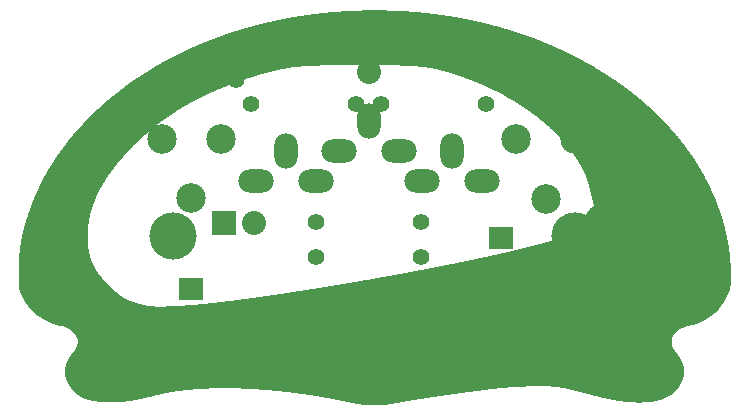
<source format=gbr>
G04 #@! TF.FileFunction,Soldermask,Top*
%FSLAX46Y46*%
G04 Gerber Fmt 4.6, Leading zero omitted, Abs format (unit mm)*
G04 Created by KiCad (PCBNEW 201610040836+7277~55~ubuntu14.04.1-) date Sat Oct 15 01:56:57 2016*
%MOMM*%
%LPD*%
G01*
G04 APERTURE LIST*
%ADD10C,0.100000*%
%ADD11C,0.800000*%
%ADD12C,1.000000*%
%ADD13C,3.000000*%
%ADD14R,2.000000X1.900000*%
%ADD15C,1.900000*%
%ADD16C,1.397000*%
%ADD17O,1.998980X2.999740*%
%ADD18O,2.999740X1.998980*%
%ADD19C,4.000000*%
%ADD20R,2.032000X2.032000*%
%ADD21O,2.032000X2.032000*%
%ADD22C,2.499360*%
G04 APERTURE END LIST*
D10*
D11*
G36*
X148044873Y-96697580D02*
X136062412Y-89060918D01*
X136111846Y-89055531D01*
X136161439Y-89050101D01*
X136211188Y-89044627D01*
X136261094Y-89039111D01*
X136311156Y-89033551D01*
X136361372Y-89027949D01*
X136411743Y-89022304D01*
X136462266Y-89016617D01*
X136512943Y-89010887D01*
X136563771Y-89005115D01*
X136614750Y-88999301D01*
X136665880Y-88993446D01*
X136717159Y-88987548D01*
X136768586Y-88981609D01*
X136820162Y-88975628D01*
X136871885Y-88969606D01*
X136923754Y-88963543D01*
X136975769Y-88957439D01*
X137027929Y-88951294D01*
X137080232Y-88945108D01*
X137132680Y-88938881D01*
X137185269Y-88932614D01*
X137238001Y-88926307D01*
X137290873Y-88919959D01*
X137343886Y-88913572D01*
X137397038Y-88907144D01*
X137450330Y-88900677D01*
X137503758Y-88894170D01*
X137557325Y-88887624D01*
X137611027Y-88881038D01*
X137664865Y-88874413D01*
X137718839Y-88867749D01*
X137772946Y-88861046D01*
X137827186Y-88854304D01*
X137881559Y-88847524D01*
X137936064Y-88840705D01*
X137990700Y-88833848D01*
X138045467Y-88826953D01*
X138100362Y-88820019D01*
X138155387Y-88813048D01*
X138210539Y-88806039D01*
X138265819Y-88798992D01*
X138321225Y-88791908D01*
X138376757Y-88784786D01*
X138432413Y-88777627D01*
X138488194Y-88770431D01*
X138544098Y-88763198D01*
X138600125Y-88755929D01*
X138656273Y-88748622D01*
X138712543Y-88741279D01*
X138768932Y-88733900D01*
X138825442Y-88726485D01*
X138882070Y-88719033D01*
X138938816Y-88711546D01*
X138995679Y-88704023D01*
X139052658Y-88696464D01*
X139109754Y-88688869D01*
X139166964Y-88681240D01*
X139224288Y-88673575D01*
X139281726Y-88665875D01*
X139339276Y-88658140D01*
X139396938Y-88650370D01*
X139454711Y-88642565D01*
X139512594Y-88634726D01*
X139570587Y-88626853D01*
X139628689Y-88618946D01*
X139686898Y-88611004D01*
X139745215Y-88603028D01*
X139803638Y-88595019D01*
X139862167Y-88586976D01*
X139920801Y-88578899D01*
X139979539Y-88570789D01*
X140038380Y-88562646D01*
X140097324Y-88554470D01*
X140156370Y-88546260D01*
X140215517Y-88538018D01*
X140274764Y-88529743D01*
X140334110Y-88521436D01*
X140393556Y-88513097D01*
X140453099Y-88504725D01*
X140512740Y-88496321D01*
X140572477Y-88487885D01*
X140632309Y-88479417D01*
X140692237Y-88470917D01*
X140752259Y-88462386D01*
X140812374Y-88453824D01*
X140872581Y-88445230D01*
X140932881Y-88436606D01*
X140993271Y-88427950D01*
X141053752Y-88419263D01*
X141114323Y-88410546D01*
X141174982Y-88401798D01*
X141235729Y-88393020D01*
X141296563Y-88384212D01*
X141357484Y-88375373D01*
X141418490Y-88366505D01*
X141479582Y-88357606D01*
X141540757Y-88348678D01*
X141602016Y-88339721D01*
X141663358Y-88330734D01*
X141724781Y-88321718D01*
X141786286Y-88312672D01*
X141847870Y-88303598D01*
X141909535Y-88294495D01*
X141971278Y-88285363D01*
X142033099Y-88276202D01*
X142094997Y-88267014D01*
X142156972Y-88257797D01*
X142219022Y-88248551D01*
X142281147Y-88239278D01*
X142343347Y-88229977D01*
X142405620Y-88220648D01*
X142467965Y-88211292D01*
X142530382Y-88201908D01*
X142592871Y-88192498D01*
X142655429Y-88183059D01*
X142718058Y-88173594D01*
X142780755Y-88164102D01*
X142843520Y-88154584D01*
X142906352Y-88145039D01*
X142969251Y-88135467D01*
X143032215Y-88125869D01*
X143095244Y-88116245D01*
X143158338Y-88106595D01*
X143221495Y-88096919D01*
X143284714Y-88087217D01*
X143347996Y-88077490D01*
X143411338Y-88067738D01*
X143474741Y-88057960D01*
X143538203Y-88048157D01*
X143601724Y-88038329D01*
X143665303Y-88028476D01*
X143728939Y-88018598D01*
X143792632Y-88008696D01*
X143856381Y-87998770D01*
X143920184Y-87988819D01*
X143984042Y-87978844D01*
X144047953Y-87968845D01*
X144111916Y-87958822D01*
X144175932Y-87948775D01*
X144239998Y-87938705D01*
X144304115Y-87928611D01*
X144368282Y-87918494D01*
X144432497Y-87908354D01*
X144496760Y-87898191D01*
X144561071Y-87888005D01*
X144625428Y-87877796D01*
X144689830Y-87867565D01*
X144754278Y-87857311D01*
X144818770Y-87847035D01*
X144883305Y-87836737D01*
X144947883Y-87826417D01*
X145012503Y-87816075D01*
X145077163Y-87805711D01*
X145141865Y-87795326D01*
X145206605Y-87784919D01*
X145271385Y-87774491D01*
X145336202Y-87764041D01*
X145401057Y-87753571D01*
X145465948Y-87743080D01*
X145530875Y-87732568D01*
X145595837Y-87722035D01*
X145660833Y-87711482D01*
X145725863Y-87700909D01*
X145790925Y-87690315D01*
X145856019Y-87679702D01*
X145921144Y-87669068D01*
X145986299Y-87658415D01*
X146051484Y-87647743D01*
X146116698Y-87637050D01*
X146181940Y-87626339D01*
X146247209Y-87615608D01*
X146312505Y-87604858D01*
X146377826Y-87594090D01*
X146443172Y-87583302D01*
X146508543Y-87572496D01*
X146573937Y-87561672D01*
X146639353Y-87550829D01*
X146704792Y-87539968D01*
X146770251Y-87529089D01*
X146835731Y-87518192D01*
X146901230Y-87507277D01*
X146966749Y-87496345D01*
X147032285Y-87485395D01*
X147097839Y-87474428D01*
X147163409Y-87463444D01*
X147228994Y-87452443D01*
X147294595Y-87441424D01*
X147360210Y-87430389D01*
X147425838Y-87419338D01*
X147491479Y-87408270D01*
X147557132Y-87397185D01*
X147622796Y-87386085D01*
X147688471Y-87374968D01*
X147754155Y-87363835D01*
X147819847Y-87352687D01*
X147885548Y-87341523D01*
X147951256Y-87330343D01*
X148016971Y-87319149D01*
X148082691Y-87307939D01*
X148148416Y-87296714D01*
X148214146Y-87285474D01*
X148279879Y-87274219D01*
X148345614Y-87262950D01*
X148411352Y-87251666D01*
X148477090Y-87240367D01*
X148542829Y-87229055D01*
X148608568Y-87217728D01*
X148674305Y-87206388D01*
X148740041Y-87195034D01*
X148805773Y-87183666D01*
X148871503Y-87172285D01*
X148937228Y-87160890D01*
X149002948Y-87149482D01*
X149068662Y-87138061D01*
X149134369Y-87126627D01*
X149200069Y-87115181D01*
X149265762Y-87103721D01*
X149331445Y-87092250D01*
X149397119Y-87080765D01*
X149462782Y-87069269D01*
X149528434Y-87057761D01*
X149594074Y-87046240D01*
X149659701Y-87034708D01*
X149725315Y-87023164D01*
X149790915Y-87011609D01*
X149856500Y-87000042D01*
X149922068Y-86988464D01*
X149987621Y-86976875D01*
X150053156Y-86965275D01*
X150118673Y-86953664D01*
X150184171Y-86942043D01*
X150249649Y-86930411D01*
X150315107Y-86918769D01*
X150380544Y-86907116D01*
X150445959Y-86895454D01*
X150511351Y-86883781D01*
X150576720Y-86872099D01*
X150642064Y-86860407D01*
X150707384Y-86848705D01*
X150772677Y-86836994D01*
X150837945Y-86825274D01*
X150903184Y-86813545D01*
X150968396Y-86801807D01*
X151033579Y-86790060D01*
X151098732Y-86778304D01*
X151163855Y-86766540D01*
X151228947Y-86754767D01*
X151294007Y-86742987D01*
X151359034Y-86731198D01*
X151424027Y-86719401D01*
X151488987Y-86707596D01*
X151553911Y-86695784D01*
X151618800Y-86683964D01*
X151683652Y-86672137D01*
X151748467Y-86660302D01*
X151813243Y-86648461D01*
X151877981Y-86636612D01*
X151942679Y-86624757D01*
X152007337Y-86612895D01*
X152071954Y-86601026D01*
X152136529Y-86589151D01*
X152201061Y-86577270D01*
X152265549Y-86565382D01*
X152329994Y-86553489D01*
X152394393Y-86541590D01*
X152458747Y-86529685D01*
X152523054Y-86517775D01*
X152587314Y-86505859D01*
X152651525Y-86493938D01*
X152715688Y-86482012D01*
X152779801Y-86470081D01*
X152843864Y-86458145D01*
X152907876Y-86446204D01*
X152971836Y-86434259D01*
X153035743Y-86422309D01*
X153099597Y-86410355D01*
X153163396Y-86398397D01*
X153227141Y-86386435D01*
X153290829Y-86374470D01*
X153354461Y-86362500D01*
X153418036Y-86350527D01*
X153481553Y-86338551D01*
X153545011Y-86326571D01*
X153608410Y-86314588D01*
X153671748Y-86302602D01*
X153735024Y-86290614D01*
X153798239Y-86278622D01*
X153861392Y-86266628D01*
X153924481Y-86254632D01*
X153987505Y-86242633D01*
X154050465Y-86230633D01*
X154113359Y-86218630D01*
X154176186Y-86206625D01*
X154238946Y-86194619D01*
X154301638Y-86182611D01*
X154364261Y-86170602D01*
X154426815Y-86158591D01*
X154489298Y-86146579D01*
X154551710Y-86134567D01*
X154614051Y-86122553D01*
X154676318Y-86110539D01*
X154738512Y-86098524D01*
X154800632Y-86086509D01*
X154862677Y-86074493D01*
X154924646Y-86062478D01*
X154986539Y-86050462D01*
X155048354Y-86038446D01*
X155110091Y-86026431D01*
X155171750Y-86014416D01*
X155233329Y-86002402D01*
X155294827Y-85990388D01*
X155356245Y-85978376D01*
X155417580Y-85966364D01*
X155478833Y-85954353D01*
X155540003Y-85942344D01*
X155601088Y-85930336D01*
X155662088Y-85918330D01*
X155723003Y-85906325D01*
X155783831Y-85894322D01*
X155844572Y-85882321D01*
X155905224Y-85870323D01*
X155965788Y-85858326D01*
X156026262Y-85846332D01*
X156086646Y-85834341D01*
X156146939Y-85822352D01*
X156207140Y-85810366D01*
X156267248Y-85798383D01*
X156327263Y-85786403D01*
X156387184Y-85774427D01*
X156447010Y-85762454D01*
X156506740Y-85750484D01*
X156566373Y-85738518D01*
X156625909Y-85726556D01*
X156685348Y-85714598D01*
X156744687Y-85702644D01*
X156803927Y-85690694D01*
X156863066Y-85678749D01*
X156922104Y-85666808D01*
X156981041Y-85654872D01*
X157039875Y-85642941D01*
X157098605Y-85631015D01*
X157157231Y-85619093D01*
X157215753Y-85607177D01*
X157274168Y-85595267D01*
X157332477Y-85583362D01*
X157390679Y-85571463D01*
X157448773Y-85559569D01*
X157506758Y-85547682D01*
X157564633Y-85535800D01*
X157622398Y-85523925D01*
X157680052Y-85512056D01*
X157737594Y-85500194D01*
X157795023Y-85488338D01*
X157852339Y-85476490D01*
X157909541Y-85464648D01*
X157966628Y-85452813D01*
X158023599Y-85440985D01*
X158080454Y-85429165D01*
X158137191Y-85417353D01*
X158193811Y-85405548D01*
X158250311Y-85393751D01*
X158306692Y-85381962D01*
X158362953Y-85370181D01*
X158419093Y-85358408D01*
X158475110Y-85346643D01*
X158531005Y-85334888D01*
X158586777Y-85323140D01*
X158642425Y-85311402D01*
X158697947Y-85299672D01*
X158753344Y-85287952D01*
X158808614Y-85276241D01*
X158863758Y-85264539D01*
X158918773Y-85252847D01*
X158973659Y-85241164D01*
X159028416Y-85229491D01*
X159083042Y-85217828D01*
X159137538Y-85206176D01*
X159191901Y-85194533D01*
X159246132Y-85182901D01*
X159300230Y-85171279D01*
X159354193Y-85159668D01*
X159408021Y-85148068D01*
X159461714Y-85136478D01*
X159515270Y-85124900D01*
X159568689Y-85113333D01*
X159621970Y-85101777D01*
X159675112Y-85090233D01*
X159728115Y-85078701D01*
X159780977Y-85067180D01*
X159833698Y-85055671D01*
X159886278Y-85044174D01*
X159938715Y-85032690D01*
X159991008Y-85021218D01*
X160043157Y-85009758D01*
X160095161Y-84998311D01*
X160147020Y-84986877D01*
X160198732Y-84975455D01*
X160250297Y-84964047D01*
X160301714Y-84952652D01*
X160352982Y-84941270D01*
X160404101Y-84929902D01*
X160455069Y-84918547D01*
X160505886Y-84907207D01*
X160556551Y-84895880D01*
X160607064Y-84884567D01*
X160657423Y-84873268D01*
X160707628Y-84861984D01*
X160757679Y-84850714D01*
X160807573Y-84839459D01*
X160857311Y-84828218D01*
X160906892Y-84816993D01*
X160956315Y-84805783D01*
X161005579Y-84794587D01*
X161054684Y-84783407D01*
X161103628Y-84772243D01*
X161152411Y-84761094D01*
X161201033Y-84749961D01*
X161249492Y-84738844D01*
X161297787Y-84727743D01*
X161345918Y-84716658D01*
X161393884Y-84705589D01*
X161441685Y-84694537D01*
X161489319Y-84683502D01*
X161536786Y-84672483D01*
X161584085Y-84661481D01*
X161631215Y-84650496D01*
X161678176Y-84639529D01*
X161724967Y-84628579D01*
X161771586Y-84617646D01*
X161818033Y-84606731D01*
X161864308Y-84595833D01*
X161910410Y-84584954D01*
X161956337Y-84574092D01*
X162002090Y-84563249D01*
X162047667Y-84552424D01*
X162093067Y-84541617D01*
X162138290Y-84530829D01*
X162183335Y-84520060D01*
X162228202Y-84509310D01*
X162272889Y-84498578D01*
X162317395Y-84487866D01*
X162361721Y-84477173D01*
X162405864Y-84466500D01*
X162449826Y-84455846D01*
X162493603Y-84445212D01*
X162537197Y-84434598D01*
X162580606Y-84424004D01*
X162623829Y-84413430D01*
X162666865Y-84402877D01*
X162709715Y-84392343D01*
X162752376Y-84381831D01*
X162794849Y-84371339D01*
X162837132Y-84360868D01*
X162879225Y-84350418D01*
X162921127Y-84339989D01*
X162962837Y-84329582D01*
X163004354Y-84319196D01*
X163045679Y-84308831D01*
X163086809Y-84298489D01*
X163127744Y-84288168D01*
X163168483Y-84277869D01*
X163209026Y-84267592D01*
X163249372Y-84257338D01*
X163289520Y-84247106D01*
X163329469Y-84236897D01*
X163369218Y-84226710D01*
X163408768Y-84216546D01*
X163448116Y-84206405D01*
X163487262Y-84196288D01*
X163526206Y-84186193D01*
X163564947Y-84176122D01*
X163603483Y-84166075D01*
X163641814Y-84156052D01*
X163679940Y-84146052D01*
X163717860Y-84136076D01*
X163755572Y-84126124D01*
X163793076Y-84116197D01*
X163830372Y-84106294D01*
X163867458Y-84096416D01*
X163904334Y-84086562D01*
X163940998Y-84076734D01*
X163977451Y-84066930D01*
X164013692Y-84057151D01*
X164049719Y-84047398D01*
X164085532Y-84037670D01*
X164121130Y-84027968D01*
X164156512Y-84018291D01*
X164191678Y-84008640D01*
X164226627Y-83999015D01*
X164261357Y-83989417D01*
X164295870Y-83979844D01*
X164330162Y-83970298D01*
X164364234Y-83960779D01*
X164398086Y-83951286D01*
X164431715Y-83941820D01*
X164465122Y-83932382D01*
X164498306Y-83922970D01*
X164531265Y-83913585D01*
X164564000Y-83904228D01*
X164596509Y-83894899D01*
X164628792Y-83885597D01*
X164660847Y-83876323D01*
X164692674Y-83867077D01*
X164724273Y-83857859D01*
X164755642Y-83848669D01*
X164786781Y-83839508D01*
X164817689Y-83830375D01*
X164848365Y-83821271D01*
X164878809Y-83812196D01*
X164909019Y-83803150D01*
X164938996Y-83794133D01*
X164968737Y-83785145D01*
X164998243Y-83776187D01*
X165027512Y-83767258D01*
X165056544Y-83758358D01*
X165085338Y-83749489D01*
X165113894Y-83740650D01*
X165142210Y-83731840D01*
X165170285Y-83723061D01*
X165198120Y-83714313D01*
X165225713Y-83705595D01*
X165253063Y-83696907D01*
X165280170Y-83688250D01*
X165307033Y-83679625D01*
X165333652Y-83671030D01*
X165360024Y-83662467D01*
X165386150Y-83653935D01*
X165412029Y-83645435D01*
X165437660Y-83636966D01*
X165463042Y-83628529D01*
X165544410Y-83601314D01*
X165623060Y-83574819D01*
X165699075Y-83548994D01*
X165772537Y-83523791D01*
X165843528Y-83499161D01*
X165912131Y-83475057D01*
X165978428Y-83451429D01*
X166042501Y-83428230D01*
X166104432Y-83405410D01*
X166164304Y-83382921D01*
X166222200Y-83360715D01*
X166278200Y-83338743D01*
X166332388Y-83316956D01*
X166384846Y-83295307D01*
X166435656Y-83273747D01*
X166484900Y-83252227D01*
X166532662Y-83230698D01*
X166579022Y-83209112D01*
X166624063Y-83187422D01*
X166667868Y-83165577D01*
X166710519Y-83143530D01*
X166752098Y-83121233D01*
X166792687Y-83098636D01*
X166832369Y-83075692D01*
X166871226Y-83052351D01*
X166909341Y-83028565D01*
X166946794Y-83004286D01*
X166983670Y-82979466D01*
X167020050Y-82954055D01*
X167056016Y-82928006D01*
X167091651Y-82901269D01*
X167127037Y-82873797D01*
X167162256Y-82845541D01*
X167197390Y-82816451D01*
X167232522Y-82786481D01*
X167267735Y-82755581D01*
X167303110Y-82723703D01*
X167338729Y-82690798D01*
X167374675Y-82656818D01*
X167411031Y-82621715D01*
X167447878Y-82585439D01*
X167485299Y-82547943D01*
X167523376Y-82509178D01*
X167562191Y-82469095D01*
X167601827Y-82427646D01*
X167642366Y-82384783D01*
X167683890Y-82340456D01*
X167726481Y-82294618D01*
X167749348Y-82250084D01*
X167772037Y-82206296D01*
X167794550Y-82163246D01*
X167816886Y-82120931D01*
X167839046Y-82079343D01*
X167861031Y-82038479D01*
X167882841Y-81998331D01*
X167904476Y-81958894D01*
X167925937Y-81920164D01*
X167947223Y-81882134D01*
X167968336Y-81844798D01*
X167989276Y-81808152D01*
X168010043Y-81772189D01*
X168030637Y-81736905D01*
X168051060Y-81702292D01*
X168071310Y-81668347D01*
X168091389Y-81635063D01*
X168111298Y-81602434D01*
X168131035Y-81570456D01*
X168150603Y-81539122D01*
X168170001Y-81508427D01*
X168189229Y-81478366D01*
X168208288Y-81448932D01*
X168227179Y-81420121D01*
X168245901Y-81391926D01*
X168264455Y-81364343D01*
X168282842Y-81337364D01*
X168301062Y-81310986D01*
X168319115Y-81285202D01*
X168337001Y-81260007D01*
X168354722Y-81235396D01*
X168372276Y-81211362D01*
X168389666Y-81187899D01*
X168406891Y-81165004D01*
X168423951Y-81142669D01*
X168440847Y-81120890D01*
X168457580Y-81099660D01*
X168474149Y-81078975D01*
X168490555Y-81058828D01*
X168506799Y-81039214D01*
X168522880Y-81020128D01*
X168538800Y-81001564D01*
X168554558Y-80983516D01*
X168570155Y-80965978D01*
X168585592Y-80948946D01*
X168600868Y-80932414D01*
X168615984Y-80916375D01*
X168630941Y-80900825D01*
X168645739Y-80885758D01*
X168660378Y-80871168D01*
X168674858Y-80857049D01*
X168689181Y-80843397D01*
X168703345Y-80830206D01*
X168717353Y-80817469D01*
X168731204Y-80805182D01*
X168744898Y-80793339D01*
X168758436Y-80781933D01*
X168771819Y-80770961D01*
X168785046Y-80760416D01*
X168798118Y-80750292D01*
X168811036Y-80740584D01*
X168823799Y-80731287D01*
X168836409Y-80722394D01*
X168848865Y-80713901D01*
X168861168Y-80705801D01*
X168873318Y-80698089D01*
X168885317Y-80690760D01*
X168897163Y-80683808D01*
X168908858Y-80677227D01*
X168920401Y-80671012D01*
X168931794Y-80665157D01*
X168943037Y-80659657D01*
X168954129Y-80654506D01*
X168965072Y-80649698D01*
X168975866Y-80645228D01*
X168986510Y-80641091D01*
X168997007Y-80637280D01*
X169007355Y-80633791D01*
X169017555Y-80630617D01*
X169027608Y-80627753D01*
X169037515Y-80625193D01*
X169047274Y-80622933D01*
X169056888Y-80620966D01*
X169066355Y-80619286D01*
X169075678Y-80617889D01*
X169084855Y-80616768D01*
X169093887Y-80615918D01*
X169102775Y-80615334D01*
X169111520Y-80615009D01*
X169120121Y-80614939D01*
X169128578Y-80615117D01*
X169136893Y-80615539D01*
X169145066Y-80616198D01*
X169153096Y-80617089D01*
X169160985Y-80618207D01*
X169168733Y-80619545D01*
X169176340Y-80621098D01*
X169183806Y-80622862D01*
X169191132Y-80624829D01*
X169198319Y-80626995D01*
X169205366Y-80629354D01*
X169212274Y-80631900D01*
X169219044Y-80634628D01*
X169225675Y-80637532D01*
X169232169Y-80640607D01*
X169238525Y-80643847D01*
X169244745Y-80647246D01*
X169250827Y-80650799D01*
X169256773Y-80654501D01*
X169262584Y-80658345D01*
X169268259Y-80662327D01*
X169273798Y-80666440D01*
X169279203Y-80670679D01*
X169284474Y-80675039D01*
X169289611Y-80679514D01*
X169294614Y-80684098D01*
X169299483Y-80688785D01*
X169304220Y-80693571D01*
X169308825Y-80698450D01*
X169313297Y-80703415D01*
X169317638Y-80708462D01*
X169321847Y-80713585D01*
X169325925Y-80718778D01*
X169329873Y-80724036D01*
X169333691Y-80729353D01*
X169337379Y-80734723D01*
X169340937Y-80740142D01*
X169344366Y-80745602D01*
X169347667Y-80751100D01*
X169350839Y-80756629D01*
X169353884Y-80762184D01*
X169356801Y-80767759D01*
X169359591Y-80773348D01*
X169362254Y-80778946D01*
X169364791Y-80784548D01*
X169367201Y-80790147D01*
X169369486Y-80795739D01*
X169371646Y-80801318D01*
X169373681Y-80806877D01*
X169375592Y-80812412D01*
X169377378Y-80817917D01*
X169379041Y-80823386D01*
X169380581Y-80828814D01*
X169381997Y-80834195D01*
X169383291Y-80839524D01*
X169384463Y-80844795D01*
X169385513Y-80850003D01*
X169386441Y-80855141D01*
X169387249Y-80860205D01*
X169387936Y-80865188D01*
X169388502Y-80870086D01*
X169388949Y-80874892D01*
X169389276Y-80879601D01*
X169389484Y-80884208D01*
X169389573Y-80888707D01*
X169389544Y-80893092D01*
X169389397Y-80897357D01*
X169389133Y-80901498D01*
X169388751Y-80905508D01*
X169388252Y-80909383D01*
X169387637Y-80913116D01*
X169386905Y-80916701D01*
X169386058Y-80920134D01*
X169385096Y-80923409D01*
X169384019Y-80926520D01*
X169382827Y-80929461D01*
X169381521Y-80932227D01*
X169380101Y-80934813D01*
X169378568Y-80937212D01*
X169376921Y-80939420D01*
X169375162Y-80941431D01*
X169373291Y-80943238D01*
X169371308Y-80944837D01*
X169369213Y-80946222D01*
X169367008Y-80947388D01*
X169364691Y-80948328D01*
X169362264Y-80949037D01*
X169359727Y-80949511D01*
X169357081Y-80949742D01*
X169354325Y-80949725D01*
X169351461Y-80949456D01*
X169348488Y-80948928D01*
X169345406Y-80948136D01*
X169342218Y-80947073D01*
X169338922Y-80945736D01*
X169335518Y-80944118D01*
X169332009Y-80942213D01*
X169328393Y-80940016D01*
X169324671Y-80937521D01*
X169320844Y-80934723D01*
X169316912Y-80931616D01*
X169312876Y-80928195D01*
X169308735Y-80924454D01*
X169304490Y-80920387D01*
X169300141Y-80915989D01*
X169295690Y-80911254D01*
X169291136Y-80906177D01*
X169286479Y-80900753D01*
X169281720Y-80894975D01*
X169276860Y-80888837D01*
X169271899Y-80882336D01*
X169266836Y-80875464D01*
X169261674Y-80868216D01*
X169256411Y-80860587D01*
X169251048Y-80852571D01*
X169245586Y-80844163D01*
X169240026Y-80835357D01*
X169234366Y-80826147D01*
X169228609Y-80816528D01*
X169222753Y-80806494D01*
X169216801Y-80796039D01*
X169210751Y-80785159D01*
X169204604Y-80773848D01*
X169198362Y-80762099D01*
X169192023Y-80749908D01*
X169185589Y-80737268D01*
X169179060Y-80724175D01*
X169172436Y-80710622D01*
X169165718Y-80696605D01*
X169158905Y-80682116D01*
X169151999Y-80667152D01*
X169145000Y-80651706D01*
X169137908Y-80635773D01*
X169130724Y-80619347D01*
X169123447Y-80602423D01*
X169116079Y-80584995D01*
X169108620Y-80567057D01*
X169101069Y-80548604D01*
X169093428Y-80529630D01*
X169085697Y-80510131D01*
X169077876Y-80490099D01*
X169069965Y-80469530D01*
X169061966Y-80448418D01*
X169053878Y-80426757D01*
X169045702Y-80404542D01*
X169037437Y-80381767D01*
X169029085Y-80358428D01*
X169020647Y-80334517D01*
X169012121Y-80310030D01*
X169003509Y-80284960D01*
X168994811Y-80259304D01*
X168986027Y-80233054D01*
X168977159Y-80206205D01*
X168968205Y-80178752D01*
X168959167Y-80150689D01*
X168950045Y-80122011D01*
X168940839Y-80092711D01*
X168931550Y-80062785D01*
X168922178Y-80032227D01*
X168912723Y-80001031D01*
X168903186Y-79969192D01*
X168893567Y-79936703D01*
X168883867Y-79903561D01*
X168874086Y-79869758D01*
X168864225Y-79835289D01*
X168854283Y-79800150D01*
X168844261Y-79764333D01*
X168834159Y-79727834D01*
X168823979Y-79690647D01*
X168813720Y-79652767D01*
X168803382Y-79614188D01*
X168792966Y-79574903D01*
X168782473Y-79534909D01*
X168771903Y-79494199D01*
X168761256Y-79452767D01*
X168750532Y-79410609D01*
X168739732Y-79367718D01*
X168728857Y-79324088D01*
X168717906Y-79279715D01*
X168706880Y-79234593D01*
X168695780Y-79188716D01*
X168684605Y-79142078D01*
X168673357Y-79094675D01*
X168662036Y-79046500D01*
X168650641Y-78997548D01*
X168639174Y-78947813D01*
X168627634Y-78897289D01*
X168616023Y-78845972D01*
X168604340Y-78793856D01*
X168592586Y-78740934D01*
X168580761Y-78687202D01*
X168568866Y-78632653D01*
X168556900Y-78577283D01*
X168545032Y-78536262D01*
X168532911Y-78495248D01*
X168520538Y-78454241D01*
X168507912Y-78413242D01*
X168495035Y-78372251D01*
X168481908Y-78331269D01*
X168468530Y-78290297D01*
X168454902Y-78249334D01*
X168441025Y-78208381D01*
X168426900Y-78167439D01*
X168412526Y-78126508D01*
X168397905Y-78085589D01*
X168383038Y-78044682D01*
X168367924Y-78003788D01*
X168352564Y-77962906D01*
X168336959Y-77922038D01*
X168321109Y-77881184D01*
X168305015Y-77840345D01*
X168288678Y-77799520D01*
X168272097Y-77758711D01*
X168255275Y-77717918D01*
X168238210Y-77677141D01*
X168220904Y-77636380D01*
X168203358Y-77595638D01*
X168185571Y-77554912D01*
X168167544Y-77514206D01*
X168149279Y-77473517D01*
X168130775Y-77432848D01*
X168112033Y-77392199D01*
X168093054Y-77351570D01*
X168073838Y-77310961D01*
X168054386Y-77270374D01*
X168034698Y-77229808D01*
X168014775Y-77189264D01*
X167994617Y-77148742D01*
X167974226Y-77108244D01*
X167953601Y-77067769D01*
X167932743Y-77027318D01*
X167911653Y-76986891D01*
X167890331Y-76946489D01*
X167868778Y-76906112D01*
X167846994Y-76865762D01*
X167824980Y-76825437D01*
X167802737Y-76785139D01*
X167780264Y-76744869D01*
X167757564Y-76704626D01*
X167734635Y-76664411D01*
X167711479Y-76624225D01*
X167688097Y-76584068D01*
X167664488Y-76543940D01*
X167640654Y-76503843D01*
X167616595Y-76463776D01*
X167592311Y-76423740D01*
X167567803Y-76383736D01*
X167543072Y-76343763D01*
X167518119Y-76303823D01*
X167492943Y-76263916D01*
X167467545Y-76224042D01*
X167441926Y-76184202D01*
X167416087Y-76144396D01*
X167390028Y-76104625D01*
X167363749Y-76064889D01*
X167337252Y-76025189D01*
X167310536Y-75985525D01*
X167283602Y-75945898D01*
X167256452Y-75906308D01*
X167229084Y-75866756D01*
X167201501Y-75827241D01*
X167173702Y-75787765D01*
X167145688Y-75748329D01*
X167117460Y-75708931D01*
X167089018Y-75669574D01*
X167060363Y-75630257D01*
X167031495Y-75590981D01*
X167002415Y-75551746D01*
X166973124Y-75512554D01*
X166943621Y-75473403D01*
X166913908Y-75434296D01*
X166883985Y-75395231D01*
X166853853Y-75356211D01*
X166823512Y-75317234D01*
X166792963Y-75278302D01*
X166762206Y-75239416D01*
X166731242Y-75200575D01*
X166700072Y-75161780D01*
X166668695Y-75123032D01*
X166637113Y-75084331D01*
X166605327Y-75045677D01*
X166573336Y-75007071D01*
X166541141Y-74968514D01*
X166508744Y-74930006D01*
X166476143Y-74891547D01*
X166443341Y-74853138D01*
X166410337Y-74814779D01*
X166377132Y-74776471D01*
X166343727Y-74738215D01*
X166310122Y-74700010D01*
X166276318Y-74661858D01*
X166242315Y-74623758D01*
X166208115Y-74585711D01*
X166173716Y-74547718D01*
X166139121Y-74509780D01*
X166104329Y-74471895D01*
X166069341Y-74434066D01*
X166034158Y-74396293D01*
X165998780Y-74358575D01*
X165963209Y-74320914D01*
X165927443Y-74283310D01*
X165891484Y-74245763D01*
X165855333Y-74208275D01*
X165818990Y-74170844D01*
X165782456Y-74133473D01*
X165745731Y-74096161D01*
X165708815Y-74058908D01*
X165671710Y-74021716D01*
X165634416Y-73984585D01*
X165596933Y-73947515D01*
X165559262Y-73910506D01*
X165521404Y-73873560D01*
X165483358Y-73836677D01*
X165445127Y-73799856D01*
X165406710Y-73763099D01*
X165368107Y-73726406D01*
X165329320Y-73689778D01*
X165290349Y-73653215D01*
X165251194Y-73616717D01*
X165211856Y-73580285D01*
X165172336Y-73543919D01*
X165132634Y-73507621D01*
X165092751Y-73471389D01*
X165052687Y-73435226D01*
X165012443Y-73399131D01*
X164972019Y-73363104D01*
X164931416Y-73327147D01*
X164890635Y-73291260D01*
X164849676Y-73255443D01*
X164808539Y-73219696D01*
X164767226Y-73184021D01*
X164725736Y-73148417D01*
X164684071Y-73112885D01*
X164642231Y-73077426D01*
X164600216Y-73042040D01*
X164558027Y-73006727D01*
X164515665Y-72971489D01*
X164473129Y-72936325D01*
X164430422Y-72901235D01*
X164387543Y-72866221D01*
X164344492Y-72831283D01*
X164301271Y-72796422D01*
X164257880Y-72761637D01*
X164214320Y-72726929D01*
X164170590Y-72692299D01*
X164126692Y-72657748D01*
X164082626Y-72623275D01*
X164038393Y-72588881D01*
X163993994Y-72554567D01*
X163949428Y-72520333D01*
X163904696Y-72486179D01*
X163859800Y-72452107D01*
X163814739Y-72418116D01*
X163769514Y-72384207D01*
X163724126Y-72350381D01*
X163678575Y-72316637D01*
X163632862Y-72282977D01*
X163586987Y-72249401D01*
X163540951Y-72215909D01*
X163494755Y-72182502D01*
X163448399Y-72149181D01*
X163401883Y-72115945D01*
X163355208Y-72082795D01*
X163308375Y-72049732D01*
X163261385Y-72016757D01*
X163214237Y-71983869D01*
X163166932Y-71951069D01*
X163119472Y-71918358D01*
X163071856Y-71885736D01*
X163024085Y-71853203D01*
X162976160Y-71820760D01*
X162928081Y-71788408D01*
X162879848Y-71756147D01*
X162831463Y-71723978D01*
X162782926Y-71691900D01*
X162734238Y-71659914D01*
X162685398Y-71628022D01*
X162636408Y-71596223D01*
X162587268Y-71564518D01*
X162537979Y-71532906D01*
X162488541Y-71501390D01*
X162438955Y-71469969D01*
X162389221Y-71438644D01*
X162339340Y-71407415D01*
X162289313Y-71376282D01*
X162239139Y-71345247D01*
X162188820Y-71314309D01*
X162138357Y-71283469D01*
X162087749Y-71252728D01*
X162036997Y-71222085D01*
X161986103Y-71191543D01*
X161935065Y-71161100D01*
X161883886Y-71130757D01*
X161832565Y-71100516D01*
X161781104Y-71070376D01*
X161729502Y-71040338D01*
X161677760Y-71010402D01*
X161625879Y-70980568D01*
X161573859Y-70950838D01*
X161521701Y-70921212D01*
X161469406Y-70891690D01*
X161416974Y-70862273D01*
X161364405Y-70832961D01*
X161311700Y-70803754D01*
X161258861Y-70774654D01*
X161205886Y-70745660D01*
X161152777Y-70716773D01*
X161099535Y-70687993D01*
X161046159Y-70659322D01*
X160992651Y-70630759D01*
X160939012Y-70602305D01*
X160885240Y-70573960D01*
X160831338Y-70545726D01*
X160777306Y-70517601D01*
X160723144Y-70489587D01*
X160668853Y-70461685D01*
X160614433Y-70433895D01*
X160559886Y-70406216D01*
X160505210Y-70378651D01*
X160450408Y-70351198D01*
X160395480Y-70323859D01*
X160340426Y-70296635D01*
X160285247Y-70269525D01*
X160229943Y-70242529D01*
X160174515Y-70215650D01*
X160118963Y-70188886D01*
X160063289Y-70162239D01*
X160007492Y-70135709D01*
X159951573Y-70109297D01*
X159895533Y-70083002D01*
X159839373Y-70056826D01*
X159783092Y-70030768D01*
X159726691Y-70004830D01*
X159670172Y-69979011D01*
X159613534Y-69953313D01*
X159556778Y-69927736D01*
X159499905Y-69902280D01*
X159442915Y-69876945D01*
X159385809Y-69851733D01*
X159328587Y-69826643D01*
X159271250Y-69801676D01*
X159213798Y-69776833D01*
X159156233Y-69752114D01*
X159098554Y-69727519D01*
X159040762Y-69703050D01*
X158982858Y-69678706D01*
X158924842Y-69654488D01*
X158866715Y-69630396D01*
X158808478Y-69606431D01*
X158750130Y-69582593D01*
X158691673Y-69558883D01*
X158633107Y-69535302D01*
X158574432Y-69511849D01*
X158515650Y-69488526D01*
X158456760Y-69465332D01*
X158397764Y-69442268D01*
X158338662Y-69419335D01*
X158279454Y-69396534D01*
X158220141Y-69373863D01*
X158160723Y-69351325D01*
X158101202Y-69328920D01*
X158041577Y-69306647D01*
X157981850Y-69284508D01*
X157922020Y-69262503D01*
X157862089Y-69240632D01*
X157802057Y-69218896D01*
X157741924Y-69197296D01*
X157681691Y-69175831D01*
X157621359Y-69154503D01*
X157560927Y-69133311D01*
X157500398Y-69112257D01*
X157439771Y-69091340D01*
X157379047Y-69070562D01*
X157318226Y-69049923D01*
X157257309Y-69029422D01*
X157196297Y-69009061D01*
X157136303Y-68989153D01*
X157077122Y-68969576D01*
X157018735Y-68950327D01*
X156961119Y-68931401D01*
X156904255Y-68912797D01*
X156848121Y-68894510D01*
X156792696Y-68876539D01*
X156737960Y-68858878D01*
X156683892Y-68841526D01*
X156630470Y-68824479D01*
X156577675Y-68807734D01*
X156525484Y-68791287D01*
X156473878Y-68775136D01*
X156422835Y-68759277D01*
X156372335Y-68743708D01*
X156322356Y-68728424D01*
X156272878Y-68713422D01*
X156223880Y-68698701D01*
X156175342Y-68684255D01*
X156127241Y-68670082D01*
X156079558Y-68656180D01*
X156032271Y-68642544D01*
X155985360Y-68629171D01*
X155938804Y-68616058D01*
X155892582Y-68603203D01*
X155846673Y-68590602D01*
X155801056Y-68578251D01*
X155755710Y-68566147D01*
X155710615Y-68554288D01*
X155665750Y-68542670D01*
X155621093Y-68531289D01*
X155576624Y-68520144D01*
X155532323Y-68509229D01*
X155488167Y-68498543D01*
X155444137Y-68488082D01*
X155400211Y-68477843D01*
X155356369Y-68467823D01*
X155312590Y-68458017D01*
X155268853Y-68448424D01*
X155225137Y-68439041D01*
X155181420Y-68429862D01*
X155137684Y-68420887D01*
X155093905Y-68412111D01*
X155050065Y-68403531D01*
X155006141Y-68395144D01*
X154962113Y-68386947D01*
X154917960Y-68378937D01*
X154873661Y-68371110D01*
X154829195Y-68363463D01*
X154784542Y-68355993D01*
X154739681Y-68348697D01*
X154694590Y-68341572D01*
X154649249Y-68334614D01*
X154603637Y-68327821D01*
X154557733Y-68321188D01*
X154511517Y-68314713D01*
X154464967Y-68308393D01*
X154418062Y-68302224D01*
X154370783Y-68296203D01*
X154323107Y-68290327D01*
X154275014Y-68284593D01*
X154226483Y-68278998D01*
X154177494Y-68273538D01*
X154128025Y-68268211D01*
X154078055Y-68263012D01*
X154027565Y-68257939D01*
X153976532Y-68252989D01*
X153924936Y-68248158D01*
X153872756Y-68243443D01*
X153819972Y-68238841D01*
X153766561Y-68234349D01*
X153712505Y-68229964D01*
X153657781Y-68225682D01*
X153602369Y-68221500D01*
X153546248Y-68217416D01*
X153489397Y-68213425D01*
X153431795Y-68209524D01*
X153373422Y-68205711D01*
X153314256Y-68201982D01*
X153254277Y-68198334D01*
X153193463Y-68194764D01*
X153131795Y-68191269D01*
X153069250Y-68187845D01*
X153005809Y-68184489D01*
X152941450Y-68181198D01*
X152876153Y-68177969D01*
X152809897Y-68174798D01*
X152742660Y-68171683D01*
X152674422Y-68168620D01*
X152605162Y-68165605D01*
X152534860Y-68162637D01*
X152463493Y-68159711D01*
X152391043Y-68156825D01*
X152317487Y-68153975D01*
X152242804Y-68151157D01*
X152166975Y-68148370D01*
X152089978Y-68145609D01*
X152011791Y-68142871D01*
X151932396Y-68140154D01*
X151851769Y-68137453D01*
X151769892Y-68134767D01*
X151686742Y-68132091D01*
X151602299Y-68129422D01*
X151516542Y-68126757D01*
X151429450Y-68124093D01*
X151372340Y-68122390D01*
X151314813Y-68120736D01*
X151256877Y-68119129D01*
X151198540Y-68117570D01*
X151139812Y-68116059D01*
X151080700Y-68114596D01*
X151021214Y-68113180D01*
X150961363Y-68111811D01*
X150901154Y-68110489D01*
X150840597Y-68109214D01*
X150779701Y-68107986D01*
X150718473Y-68106804D01*
X150656923Y-68105668D01*
X150595059Y-68104578D01*
X150532891Y-68103534D01*
X150470426Y-68102536D01*
X150407673Y-68101583D01*
X150344641Y-68100676D01*
X150281339Y-68099814D01*
X150217775Y-68098996D01*
X150153959Y-68098223D01*
X150089898Y-68097495D01*
X150025601Y-68096811D01*
X149961077Y-68096172D01*
X149896335Y-68095576D01*
X149831383Y-68095024D01*
X149766231Y-68094516D01*
X149700886Y-68094051D01*
X149635357Y-68093629D01*
X149569654Y-68093250D01*
X149503784Y-68092915D01*
X149437756Y-68092622D01*
X149371580Y-68092371D01*
X149305263Y-68092162D01*
X149238815Y-68091996D01*
X149172244Y-68091872D01*
X149105558Y-68091789D01*
X149038767Y-68091748D01*
X148971879Y-68091748D01*
X148904902Y-68091789D01*
X148837846Y-68091872D01*
X148770719Y-68091995D01*
X148703530Y-68092158D01*
X148636287Y-68092362D01*
X148569000Y-68092607D01*
X148501676Y-68092891D01*
X148434324Y-68093215D01*
X148366954Y-68093579D01*
X148299573Y-68093982D01*
X148232191Y-68094425D01*
X148164816Y-68094906D01*
X148097456Y-68095427D01*
X148030121Y-68095986D01*
X147962820Y-68096583D01*
X147895560Y-68097219D01*
X147828350Y-68097894D01*
X147761199Y-68098606D01*
X147694117Y-68099356D01*
X147627110Y-68100143D01*
X147560189Y-68100968D01*
X147493362Y-68101830D01*
X147426637Y-68102729D01*
X147360023Y-68103665D01*
X147293529Y-68104637D01*
X147227164Y-68105646D01*
X147160936Y-68106691D01*
X147094853Y-68107773D01*
X147028925Y-68108890D01*
X146963160Y-68110043D01*
X146897567Y-68111231D01*
X146832155Y-68112455D01*
X146766931Y-68113714D01*
X146701906Y-68115007D01*
X146637087Y-68116336D01*
X146572483Y-68117699D01*
X146508103Y-68119096D01*
X146443955Y-68120528D01*
X146380049Y-68121994D01*
X146316392Y-68123493D01*
X146252994Y-68125026D01*
X146189863Y-68126593D01*
X146127009Y-68128192D01*
X146064438Y-68129825D01*
X146002161Y-68131491D01*
X145940186Y-68133189D01*
X145878521Y-68134920D01*
X145817175Y-68136683D01*
X145756158Y-68138478D01*
X145695476Y-68140306D01*
X145635141Y-68142165D01*
X145575159Y-68144055D01*
X145515539Y-68145977D01*
X145456291Y-68147930D01*
X145397422Y-68149914D01*
X145338943Y-68151929D01*
X145280860Y-68153974D01*
X145223184Y-68156050D01*
X145165921Y-68158156D01*
X145109083Y-68160293D01*
X145052676Y-68162459D01*
X144996709Y-68164654D01*
X144941192Y-68166879D01*
X144886133Y-68169134D01*
X144831541Y-68171417D01*
X144777424Y-68173730D01*
X144723790Y-68176071D01*
X144670649Y-68178441D01*
X144618010Y-68180839D01*
X144565881Y-68183265D01*
X144514270Y-68185720D01*
X144463186Y-68188202D01*
X144412638Y-68190711D01*
X144362635Y-68193249D01*
X144313186Y-68195813D01*
X144264298Y-68198404D01*
X144215981Y-68201022D01*
X144168243Y-68203667D01*
X144121093Y-68206339D01*
X144074540Y-68209036D01*
X144028592Y-68211760D01*
X143983258Y-68214510D01*
X143938547Y-68217285D01*
X143894467Y-68220086D01*
X143851027Y-68222912D01*
X143808236Y-68225763D01*
X143766102Y-68228640D01*
X143724634Y-68231541D01*
X143683841Y-68234466D01*
X143643731Y-68237417D01*
X143604313Y-68240391D01*
X143565595Y-68243389D01*
X143527588Y-68246411D01*
X143490298Y-68249457D01*
X143453735Y-68252527D01*
X143417907Y-68255619D01*
X143382823Y-68258735D01*
X143348492Y-68261873D01*
X143314922Y-68265035D01*
X143282122Y-68268218D01*
X143250101Y-68271425D01*
X143218868Y-68274653D01*
X143188430Y-68277903D01*
X143158797Y-68281175D01*
X143129978Y-68284469D01*
X143101981Y-68287784D01*
X143074814Y-68291120D01*
X143048487Y-68294477D01*
X143023008Y-68297855D01*
X142998385Y-68301254D01*
X142974628Y-68304673D01*
X142951745Y-68308112D01*
X142903422Y-68315614D01*
X142854937Y-68323290D01*
X142806292Y-68331139D01*
X142757490Y-68339160D01*
X142708531Y-68347353D01*
X142659419Y-68355717D01*
X142610155Y-68364252D01*
X142560741Y-68372956D01*
X142511178Y-68381829D01*
X142461470Y-68390870D01*
X142411618Y-68400079D01*
X142361624Y-68409454D01*
X142311490Y-68418995D01*
X142261218Y-68428701D01*
X142210810Y-68438572D01*
X142160268Y-68448606D01*
X142109594Y-68458804D01*
X142058789Y-68469164D01*
X142007857Y-68479685D01*
X141956798Y-68490367D01*
X141905615Y-68501210D01*
X141854310Y-68512211D01*
X141802884Y-68523372D01*
X141751341Y-68534690D01*
X141699681Y-68546165D01*
X141647906Y-68557797D01*
X141596020Y-68569585D01*
X141544023Y-68581528D01*
X141491918Y-68593625D01*
X141439706Y-68605875D01*
X141387390Y-68618278D01*
X141334971Y-68630834D01*
X141282452Y-68643541D01*
X141229835Y-68656398D01*
X141177121Y-68669405D01*
X141124312Y-68682562D01*
X141071411Y-68695867D01*
X141018420Y-68709319D01*
X140965339Y-68722919D01*
X140912173Y-68736665D01*
X140858921Y-68750556D01*
X140805587Y-68764593D01*
X140752172Y-68778773D01*
X140698679Y-68793097D01*
X140645109Y-68807563D01*
X140591464Y-68822171D01*
X140537746Y-68836921D01*
X140483957Y-68851811D01*
X140430100Y-68866840D01*
X140376176Y-68882009D01*
X140322187Y-68897315D01*
X140268135Y-68912760D01*
X140214023Y-68928341D01*
X140159851Y-68944058D01*
X140105622Y-68959910D01*
X140051339Y-68975898D01*
X139997002Y-68992019D01*
X139942615Y-69008273D01*
X139888178Y-69024659D01*
X139833695Y-69041177D01*
X139779166Y-69057827D01*
X139724595Y-69074606D01*
X139669982Y-69091515D01*
X139615330Y-69108553D01*
X139560641Y-69125719D01*
X139505917Y-69143012D01*
X139451159Y-69160431D01*
X139396370Y-69177977D01*
X139341552Y-69195648D01*
X139286707Y-69213443D01*
X139231837Y-69231362D01*
X139176943Y-69249403D01*
X139122028Y-69267567D01*
X139067094Y-69285853D01*
X139012142Y-69304259D01*
X138957175Y-69322785D01*
X138902194Y-69341431D01*
X138847202Y-69360195D01*
X138792201Y-69379077D01*
X138737192Y-69398076D01*
X138682177Y-69417192D01*
X138627159Y-69436423D01*
X138572140Y-69455769D01*
X138517121Y-69475230D01*
X138462104Y-69494804D01*
X138407092Y-69514490D01*
X138352086Y-69534289D01*
X138297088Y-69554199D01*
X138242101Y-69574219D01*
X138187126Y-69594350D01*
X138132165Y-69614589D01*
X138077221Y-69634937D01*
X138022295Y-69655392D01*
X137967389Y-69675955D01*
X137912505Y-69696623D01*
X137857646Y-69717397D01*
X137802812Y-69738276D01*
X137748007Y-69759259D01*
X137693232Y-69780345D01*
X137638489Y-69801534D01*
X137583780Y-69822824D01*
X137529107Y-69844216D01*
X137474472Y-69865708D01*
X137419877Y-69887300D01*
X137365324Y-69908990D01*
X137310815Y-69930779D01*
X137256352Y-69952665D01*
X137201937Y-69974648D01*
X137147572Y-69996727D01*
X137093258Y-70018901D01*
X137038999Y-70041169D01*
X136984795Y-70063532D01*
X136930649Y-70085988D01*
X136876563Y-70108535D01*
X136822539Y-70131175D01*
X136768578Y-70153905D01*
X136714683Y-70176726D01*
X136660856Y-70199636D01*
X136607099Y-70222635D01*
X136553413Y-70245722D01*
X136499801Y-70268896D01*
X136446264Y-70292156D01*
X136392805Y-70315503D01*
X136339425Y-70338934D01*
X136286128Y-70362450D01*
X136232913Y-70386049D01*
X136179784Y-70409731D01*
X136126743Y-70433496D01*
X136073791Y-70457342D01*
X136020931Y-70481268D01*
X135968163Y-70505275D01*
X135915492Y-70529360D01*
X135862917Y-70553525D01*
X135810442Y-70577767D01*
X135758069Y-70602086D01*
X135705799Y-70626481D01*
X135653633Y-70650952D01*
X135601576Y-70675498D01*
X135549627Y-70700118D01*
X135497790Y-70724812D01*
X135446066Y-70749578D01*
X135394457Y-70774416D01*
X135342965Y-70799325D01*
X135291592Y-70824305D01*
X135240341Y-70849355D01*
X135189212Y-70874473D01*
X135138209Y-70899660D01*
X135087333Y-70924915D01*
X135036585Y-70950236D01*
X134985969Y-70975624D01*
X134935486Y-71001077D01*
X134885137Y-71026594D01*
X134834926Y-71052176D01*
X134784854Y-71077821D01*
X134734922Y-71103528D01*
X134685133Y-71129297D01*
X134635489Y-71155127D01*
X134585992Y-71181017D01*
X134536644Y-71206967D01*
X134487447Y-71232976D01*
X134438402Y-71259043D01*
X134389512Y-71285167D01*
X134340779Y-71311348D01*
X134292204Y-71337585D01*
X134243790Y-71363877D01*
X134195539Y-71390223D01*
X134147453Y-71416623D01*
X134099533Y-71443077D01*
X134051781Y-71469582D01*
X134004200Y-71496139D01*
X133956792Y-71522747D01*
X133909558Y-71549405D01*
X133862501Y-71576113D01*
X133815622Y-71602869D01*
X133768924Y-71629673D01*
X133722408Y-71656524D01*
X133676077Y-71683422D01*
X133629932Y-71710365D01*
X133583975Y-71737353D01*
X133538209Y-71764386D01*
X133492635Y-71791462D01*
X133441924Y-71821780D01*
X133391278Y-71852262D01*
X133340699Y-71882906D01*
X133290188Y-71913713D01*
X133239745Y-71944679D01*
X133189373Y-71975805D01*
X133139070Y-72007090D01*
X133088840Y-72038532D01*
X133038683Y-72070130D01*
X132988599Y-72101883D01*
X132938591Y-72133789D01*
X132888659Y-72165849D01*
X132838804Y-72198061D01*
X132789027Y-72230423D01*
X132739329Y-72262935D01*
X132689711Y-72295595D01*
X132640175Y-72328403D01*
X132590721Y-72361357D01*
X132541351Y-72394456D01*
X132492065Y-72427699D01*
X132442865Y-72461086D01*
X132393752Y-72494614D01*
X132344726Y-72528283D01*
X132295788Y-72562092D01*
X132246941Y-72596039D01*
X132198184Y-72630124D01*
X132149520Y-72664345D01*
X132100948Y-72698702D01*
X132052470Y-72733193D01*
X132004087Y-72767817D01*
X131955801Y-72802573D01*
X131907611Y-72837460D01*
X131859520Y-72872476D01*
X131811528Y-72907622D01*
X131763637Y-72942895D01*
X131715846Y-72978295D01*
X131668159Y-73013820D01*
X131620574Y-73049470D01*
X131573095Y-73085243D01*
X131525720Y-73121138D01*
X131478453Y-73157154D01*
X131431293Y-73193291D01*
X131384242Y-73229546D01*
X131337301Y-73265919D01*
X131290471Y-73302408D01*
X131243752Y-73339013D01*
X131197147Y-73375733D01*
X131150655Y-73412566D01*
X131104279Y-73449512D01*
X131058019Y-73486568D01*
X131011876Y-73523735D01*
X130965851Y-73561011D01*
X130919946Y-73598395D01*
X130874161Y-73635885D01*
X130828497Y-73673482D01*
X130782956Y-73711183D01*
X130737538Y-73748987D01*
X130692245Y-73786894D01*
X130647078Y-73824902D01*
X130602037Y-73863011D01*
X130557125Y-73901219D01*
X130512340Y-73939525D01*
X130467686Y-73977927D01*
X130423163Y-74016426D01*
X130378771Y-74055019D01*
X130334513Y-74093707D01*
X130290389Y-74132486D01*
X130246400Y-74171357D01*
X130202547Y-74210319D01*
X130158831Y-74249370D01*
X130115253Y-74288509D01*
X130071815Y-74327735D01*
X130028518Y-74367048D01*
X129985362Y-74406445D01*
X129942348Y-74445926D01*
X129899478Y-74485489D01*
X129856752Y-74525135D01*
X129814172Y-74564861D01*
X129771739Y-74604666D01*
X129729454Y-74644550D01*
X129687317Y-74684510D01*
X129645331Y-74724547D01*
X129603495Y-74764659D01*
X129561812Y-74804846D01*
X129520281Y-74845104D01*
X129478905Y-74885435D01*
X129437683Y-74925836D01*
X129396618Y-74966307D01*
X129355711Y-75006847D01*
X129314961Y-75047453D01*
X129274371Y-75088127D01*
X129233941Y-75128865D01*
X129193673Y-75169667D01*
X129153568Y-75210532D01*
X129113626Y-75251460D01*
X129073849Y-75292448D01*
X129034237Y-75333495D01*
X128994792Y-75374602D01*
X128955515Y-75415766D01*
X128916407Y-75456986D01*
X128877469Y-75498262D01*
X128838702Y-75539591D01*
X128800107Y-75580974D01*
X128761685Y-75622409D01*
X128723437Y-75663895D01*
X128685364Y-75705431D01*
X128647468Y-75747016D01*
X128609749Y-75788648D01*
X128572208Y-75830327D01*
X128534847Y-75872051D01*
X128497666Y-75913819D01*
X128460667Y-75955631D01*
X128423850Y-75997485D01*
X128387217Y-76039380D01*
X128350769Y-76081315D01*
X128314506Y-76123289D01*
X128278431Y-76165301D01*
X128242543Y-76207350D01*
X128206844Y-76249434D01*
X128171335Y-76291552D01*
X128136017Y-76333704D01*
X128100891Y-76375888D01*
X128065958Y-76418104D01*
X128031220Y-76460349D01*
X127996676Y-76502624D01*
X127962329Y-76544927D01*
X127928180Y-76587256D01*
X127894228Y-76629611D01*
X127860477Y-76671991D01*
X127826925Y-76714394D01*
X127793576Y-76756820D01*
X127760429Y-76799267D01*
X127727485Y-76841734D01*
X127694747Y-76884221D01*
X127662214Y-76926725D01*
X127629888Y-76969247D01*
X127597770Y-77011784D01*
X127565861Y-77054336D01*
X127534162Y-77096902D01*
X127502674Y-77139480D01*
X127471398Y-77182070D01*
X127440335Y-77224671D01*
X127409487Y-77267280D01*
X127378854Y-77309898D01*
X127348437Y-77352523D01*
X127318237Y-77395154D01*
X127288256Y-77437789D01*
X127258495Y-77480429D01*
X127228954Y-77523071D01*
X127199634Y-77565715D01*
X127170538Y-77608360D01*
X127141665Y-77651003D01*
X127113017Y-77693646D01*
X127084594Y-77736285D01*
X127056399Y-77778921D01*
X127028431Y-77821551D01*
X127000693Y-77864176D01*
X126973184Y-77906793D01*
X126945907Y-77949403D01*
X126918862Y-77992002D01*
X126892050Y-78034592D01*
X126865472Y-78077170D01*
X126839130Y-78119735D01*
X126813024Y-78162286D01*
X126787155Y-78204823D01*
X126761525Y-78247344D01*
X126736135Y-78289848D01*
X126710985Y-78332333D01*
X126686077Y-78374800D01*
X126661411Y-78417246D01*
X126636989Y-78459671D01*
X126612812Y-78502073D01*
X126588881Y-78544452D01*
X126565197Y-78586806D01*
X126541761Y-78629134D01*
X126518573Y-78671436D01*
X126495636Y-78713709D01*
X126472950Y-78755953D01*
X126450517Y-78798167D01*
X126428336Y-78840350D01*
X126406410Y-78882501D01*
X126384739Y-78924618D01*
X126363325Y-78966701D01*
X126342168Y-79008747D01*
X126321270Y-79050758D01*
X126300631Y-79092730D01*
X126280253Y-79134663D01*
X126260136Y-79176557D01*
X126240282Y-79218409D01*
X126220693Y-79260219D01*
X126201367Y-79301986D01*
X126182308Y-79343708D01*
X126163516Y-79385385D01*
X126144992Y-79427015D01*
X126119154Y-79485792D01*
X126093825Y-79544063D01*
X126069001Y-79601845D01*
X126044678Y-79659153D01*
X126020853Y-79716006D01*
X125997523Y-79772419D01*
X125974682Y-79828409D01*
X125952328Y-79883993D01*
X125930458Y-79939188D01*
X125909066Y-79994009D01*
X125888151Y-80048475D01*
X125867707Y-80102601D01*
X125847732Y-80156404D01*
X125828222Y-80209901D01*
X125809173Y-80263108D01*
X125790581Y-80316043D01*
X125772443Y-80368721D01*
X125754756Y-80421160D01*
X125737514Y-80473376D01*
X125720716Y-80525386D01*
X125704356Y-80577206D01*
X125688432Y-80628853D01*
X125672940Y-80680344D01*
X125657876Y-80731695D01*
X125643236Y-80782923D01*
X125629017Y-80834045D01*
X125615216Y-80885078D01*
X125601827Y-80936037D01*
X125588849Y-80986941D01*
X125576277Y-81037804D01*
X125564107Y-81088645D01*
X125552336Y-81139479D01*
X125540961Y-81190324D01*
X125529976Y-81241196D01*
X125519380Y-81292111D01*
X125509168Y-81343087D01*
X125499336Y-81394140D01*
X125489882Y-81445286D01*
X125480800Y-81496543D01*
X125472088Y-81547926D01*
X125463742Y-81599454D01*
X125455758Y-81651141D01*
X125448132Y-81703006D01*
X125440862Y-81755064D01*
X125433943Y-81807333D01*
X125427371Y-81859828D01*
X125421143Y-81912567D01*
X125415255Y-81965567D01*
X125409704Y-82018843D01*
X125404486Y-82072413D01*
X125399597Y-82126293D01*
X125395034Y-82180500D01*
X125390793Y-82235050D01*
X125386870Y-82289961D01*
X125383261Y-82345249D01*
X125379964Y-82400930D01*
X125376973Y-82457022D01*
X125374287Y-82513540D01*
X125371900Y-82570502D01*
X125369810Y-82627924D01*
X125368012Y-82685823D01*
X125366503Y-82744215D01*
X125365279Y-82803118D01*
X125364337Y-82862547D01*
X125363673Y-82922520D01*
X125363284Y-82983053D01*
X125363131Y-83053707D01*
X125363272Y-83123066D01*
X125363717Y-83191169D01*
X125364475Y-83258051D01*
X125365554Y-83323749D01*
X125366964Y-83388301D01*
X125368713Y-83451743D01*
X125370811Y-83514111D01*
X125373266Y-83575443D01*
X125376088Y-83635775D01*
X125379284Y-83695143D01*
X125382866Y-83753586D01*
X125386840Y-83811139D01*
X125391217Y-83867839D01*
X125396005Y-83923723D01*
X125401213Y-83978828D01*
X125406851Y-84033190D01*
X125412927Y-84086846D01*
X125419449Y-84139833D01*
X125426428Y-84192188D01*
X125433872Y-84243948D01*
X125441790Y-84295149D01*
X125450191Y-84345827D01*
X125459084Y-84396020D01*
X125468478Y-84445765D01*
X125478382Y-84495098D01*
X125488805Y-84544056D01*
X125499756Y-84592676D01*
X125511243Y-84640994D01*
X125523276Y-84689047D01*
X125535864Y-84736872D01*
X125549016Y-84784506D01*
X125562740Y-84831986D01*
X125577046Y-84879348D01*
X125591943Y-84926628D01*
X125607440Y-84973865D01*
X125623545Y-85021094D01*
X125640267Y-85068352D01*
X125657616Y-85115676D01*
X125675601Y-85163103D01*
X125694230Y-85210669D01*
X125713512Y-85258412D01*
X125733457Y-85306367D01*
X125754073Y-85354573D01*
X125775370Y-85403065D01*
X125797356Y-85451880D01*
X125820040Y-85501055D01*
X125843431Y-85550627D01*
X125867539Y-85600632D01*
X125892372Y-85651108D01*
X125917939Y-85702090D01*
X125944249Y-85753617D01*
X125971311Y-85805724D01*
X125999135Y-85858448D01*
X126027728Y-85911826D01*
X126057100Y-85965895D01*
X126087261Y-86020692D01*
X126118218Y-86076252D01*
X126137830Y-86110469D01*
X126158779Y-86145535D01*
X126181032Y-86181417D01*
X126204552Y-86218080D01*
X126229307Y-86255492D01*
X126255262Y-86293619D01*
X126282381Y-86332427D01*
X126310631Y-86371882D01*
X126339978Y-86411951D01*
X126370386Y-86452599D01*
X126401821Y-86493794D01*
X126434248Y-86535502D01*
X126467634Y-86577689D01*
X126501944Y-86620321D01*
X126537143Y-86663364D01*
X126573196Y-86706786D01*
X126610070Y-86750552D01*
X126647730Y-86794629D01*
X126686141Y-86838983D01*
X126725268Y-86883580D01*
X126765078Y-86928386D01*
X126805536Y-86973369D01*
X126846608Y-87018494D01*
X126888258Y-87063728D01*
X126930452Y-87109036D01*
X126973157Y-87154386D01*
X127016337Y-87199744D01*
X127059958Y-87245075D01*
X127103985Y-87290347D01*
X127148385Y-87335525D01*
X127193122Y-87380577D01*
X127238162Y-87425468D01*
X127283470Y-87470164D01*
X127329013Y-87514632D01*
X127374755Y-87558839D01*
X127420662Y-87602750D01*
X127466700Y-87646333D01*
X127512834Y-87689552D01*
X127559030Y-87732375D01*
X127605253Y-87774769D01*
X127651469Y-87816698D01*
X127697643Y-87858130D01*
X127743740Y-87899031D01*
X127789727Y-87939367D01*
X127835569Y-87979105D01*
X127881231Y-88018211D01*
X127926679Y-88056651D01*
X127971878Y-88094392D01*
X128016794Y-88131400D01*
X128061392Y-88167641D01*
X128105638Y-88203081D01*
X128149498Y-88237688D01*
X128192937Y-88271427D01*
X128235920Y-88304264D01*
X128278413Y-88336166D01*
X128320381Y-88367100D01*
X128361791Y-88397031D01*
X128402607Y-88425926D01*
X128442795Y-88453752D01*
X128482320Y-88480474D01*
X128521149Y-88506059D01*
X128559246Y-88530473D01*
X128596578Y-88553683D01*
X128633109Y-88575654D01*
X128668805Y-88596354D01*
X128703632Y-88615749D01*
X128737555Y-88633804D01*
X128777356Y-88654115D01*
X128818387Y-88674358D01*
X128860606Y-88694521D01*
X128903970Y-88714591D01*
X128948434Y-88734558D01*
X128993955Y-88754408D01*
X129040491Y-88774129D01*
X129087997Y-88793709D01*
X129136431Y-88813136D01*
X129185749Y-88832398D01*
X129235909Y-88851483D01*
X129286865Y-88870377D01*
X129338576Y-88889070D01*
X129390997Y-88907549D01*
X129444087Y-88925801D01*
X129497800Y-88943815D01*
X129552094Y-88961578D01*
X129606926Y-88979079D01*
X129662253Y-88996304D01*
X129718030Y-89013243D01*
X129774215Y-89029881D01*
X129830764Y-89046209D01*
X129887634Y-89062212D01*
X129944781Y-89077880D01*
X130002163Y-89093199D01*
X130059736Y-89108158D01*
X130117457Y-89122744D01*
X130175282Y-89136946D01*
X130233168Y-89150750D01*
X130291071Y-89164146D01*
X130348949Y-89177120D01*
X130406759Y-89189661D01*
X130464455Y-89201756D01*
X130521997Y-89213393D01*
X130579339Y-89224560D01*
X130636439Y-89235244D01*
X130693253Y-89245434D01*
X130749739Y-89255118D01*
X130805852Y-89264283D01*
X130861550Y-89272916D01*
X130916789Y-89281006D01*
X130971526Y-89288541D01*
X131025717Y-89295509D01*
X131079319Y-89301896D01*
X131132290Y-89307692D01*
X131157397Y-89310174D01*
X131183727Y-89312510D01*
X131211262Y-89314699D01*
X131239985Y-89316743D01*
X131269877Y-89318642D01*
X131300922Y-89320398D01*
X131333100Y-89322011D01*
X131366394Y-89323482D01*
X131400786Y-89324812D01*
X131436258Y-89326002D01*
X131472792Y-89327053D01*
X131510371Y-89327966D01*
X131548977Y-89328742D01*
X131588591Y-89329381D01*
X131629196Y-89329884D01*
X131670774Y-89330253D01*
X131713307Y-89330488D01*
X131756777Y-89330590D01*
X131801167Y-89330560D01*
X131846458Y-89330399D01*
X131892632Y-89330108D01*
X131939673Y-89329688D01*
X131987561Y-89329139D01*
X132036278Y-89328463D01*
X132085808Y-89327660D01*
X132136133Y-89326731D01*
X132187233Y-89325678D01*
X132239092Y-89324501D01*
X132291691Y-89323200D01*
X132345013Y-89321778D01*
X132399040Y-89320234D01*
X132453754Y-89318570D01*
X132509136Y-89316786D01*
X132565170Y-89314884D01*
X132621837Y-89312864D01*
X132679120Y-89310728D01*
X132737000Y-89308475D01*
X132795460Y-89306108D01*
X132854481Y-89303627D01*
X132914047Y-89301032D01*
X132974138Y-89298325D01*
X133034737Y-89295507D01*
X133095827Y-89292578D01*
X133157389Y-89289539D01*
X133219406Y-89286392D01*
X133281859Y-89283137D01*
X133344731Y-89279775D01*
X133408004Y-89276307D01*
X133471660Y-89272734D01*
X133535681Y-89269057D01*
X133600050Y-89265276D01*
X133664747Y-89261393D01*
X133729756Y-89257408D01*
X133795059Y-89253323D01*
X133860638Y-89249138D01*
X133926474Y-89244854D01*
X133992550Y-89240472D01*
X134058849Y-89235993D01*
X134125351Y-89231418D01*
X134192040Y-89226747D01*
X134258898Y-89221982D01*
X134325906Y-89217124D01*
X134393047Y-89212173D01*
X134460302Y-89207130D01*
X134527655Y-89201997D01*
X134595087Y-89196773D01*
X134662580Y-89191461D01*
X134730116Y-89186060D01*
X134797678Y-89180572D01*
X134865247Y-89174998D01*
X134932806Y-89169339D01*
X135000337Y-89163594D01*
X135067822Y-89157767D01*
X135135243Y-89151856D01*
X135202582Y-89145863D01*
X135269821Y-89139790D01*
X135336943Y-89133636D01*
X135403929Y-89127404D01*
X135470762Y-89121093D01*
X135537424Y-89114704D01*
X135603897Y-89108239D01*
X135670163Y-89101699D01*
X135736204Y-89095084D01*
X135802003Y-89088395D01*
X135867541Y-89081633D01*
X135932800Y-89074799D01*
X135997763Y-89067894D01*
X136062412Y-89060918D01*
X148044873Y-96697580D01*
X147988332Y-96684870D01*
X147931711Y-96672218D01*
X147875008Y-96659625D01*
X147818226Y-96647091D01*
X147761366Y-96634616D01*
X147704428Y-96622199D01*
X147647413Y-96609841D01*
X147590322Y-96597543D01*
X147533157Y-96585304D01*
X147475917Y-96573125D01*
X147418604Y-96561005D01*
X147361218Y-96548945D01*
X147303762Y-96536944D01*
X147246235Y-96525004D01*
X147188638Y-96513124D01*
X147130973Y-96501304D01*
X147073239Y-96489544D01*
X147015439Y-96477845D01*
X146957573Y-96466206D01*
X146899642Y-96454628D01*
X146841647Y-96443111D01*
X146783588Y-96431656D01*
X146725467Y-96420261D01*
X146667285Y-96408927D01*
X146609042Y-96397655D01*
X146550739Y-96386444D01*
X146492378Y-96375296D01*
X146433958Y-96364208D01*
X146375482Y-96353183D01*
X146316950Y-96342220D01*
X146258362Y-96331319D01*
X146199720Y-96320480D01*
X146141025Y-96309703D01*
X146082277Y-96298990D01*
X146023478Y-96288338D01*
X145964627Y-96277750D01*
X145905728Y-96267225D01*
X145846779Y-96256762D01*
X145787782Y-96246363D01*
X145728738Y-96236027D01*
X145669648Y-96225755D01*
X145610513Y-96215546D01*
X145551333Y-96205401D01*
X145492110Y-96195319D01*
X145432844Y-96185302D01*
X145373537Y-96175349D01*
X145314189Y-96165460D01*
X145254800Y-96155635D01*
X145195373Y-96145874D01*
X145135908Y-96136179D01*
X145076406Y-96126548D01*
X145016867Y-96116982D01*
X144957293Y-96107481D01*
X144897684Y-96098045D01*
X144838042Y-96088674D01*
X144778367Y-96079368D01*
X144718660Y-96070129D01*
X144658923Y-96060954D01*
X144599155Y-96051846D01*
X144539359Y-96042803D01*
X144479534Y-96033826D01*
X144419682Y-96024916D01*
X144359803Y-96016072D01*
X144299899Y-96007294D01*
X144239970Y-95998583D01*
X144180018Y-95989938D01*
X144120043Y-95981360D01*
X144060046Y-95972849D01*
X144000028Y-95964405D01*
X143939990Y-95956028D01*
X143879932Y-95947719D01*
X143819857Y-95939477D01*
X143759764Y-95931302D01*
X143699654Y-95923195D01*
X143639529Y-95915156D01*
X143579389Y-95907185D01*
X143519236Y-95899282D01*
X143459069Y-95891447D01*
X143398891Y-95883681D01*
X143338701Y-95875983D01*
X143278501Y-95868353D01*
X143218292Y-95860792D01*
X143158075Y-95853300D01*
X143097850Y-95845877D01*
X143037618Y-95838523D01*
X142977381Y-95831239D01*
X142917138Y-95824023D01*
X142856892Y-95816878D01*
X142796643Y-95809801D01*
X142736392Y-95802795D01*
X142676140Y-95795858D01*
X142615887Y-95788991D01*
X142555635Y-95782195D01*
X142495385Y-95775468D01*
X142435136Y-95768812D01*
X142374892Y-95762227D01*
X142314651Y-95755712D01*
X142254415Y-95749268D01*
X142194186Y-95742895D01*
X142133963Y-95736593D01*
X142073748Y-95730362D01*
X142013542Y-95724202D01*
X141953345Y-95718113D01*
X141893159Y-95712097D01*
X141832984Y-95706151D01*
X141772822Y-95700278D01*
X141712673Y-95694476D01*
X141652537Y-95688747D01*
X141592417Y-95683090D01*
X141532313Y-95677505D01*
X141472225Y-95671992D01*
X141412156Y-95666552D01*
X141352104Y-95661185D01*
X141292073Y-95655890D01*
X141232061Y-95650669D01*
X141172071Y-95645520D01*
X141112103Y-95640445D01*
X141052159Y-95635443D01*
X140992238Y-95630514D01*
X140932342Y-95625659D01*
X140872472Y-95620878D01*
X140812628Y-95616171D01*
X140752813Y-95611537D01*
X140693025Y-95606978D01*
X140633267Y-95602493D01*
X140573539Y-95598082D01*
X140513843Y-95593746D01*
X140454179Y-95589484D01*
X140394547Y-95585297D01*
X140334950Y-95581185D01*
X140275387Y-95577148D01*
X140215860Y-95573186D01*
X140156369Y-95569299D01*
X140096916Y-95565488D01*
X140037502Y-95561752D01*
X139978126Y-95558091D01*
X139918791Y-95554507D01*
X139859497Y-95550998D01*
X139800245Y-95547566D01*
X139741036Y-95544209D01*
X139681870Y-95540929D01*
X139622749Y-95537726D01*
X139563674Y-95534598D01*
X139504645Y-95531548D01*
X139445664Y-95528574D01*
X139386731Y-95525677D01*
X139327847Y-95522857D01*
X139269013Y-95520115D01*
X139210230Y-95517449D01*
X139151500Y-95514862D01*
X139092821Y-95512351D01*
X139034197Y-95509919D01*
X138975627Y-95507564D01*
X138917112Y-95505287D01*
X138858654Y-95503088D01*
X138800254Y-95500967D01*
X138741911Y-95498925D01*
X138683627Y-95496961D01*
X138625404Y-95495076D01*
X138567241Y-95493270D01*
X138509140Y-95491542D01*
X138451102Y-95489893D01*
X138393127Y-95488324D01*
X138335217Y-95486833D01*
X138277372Y-95485422D01*
X138219594Y-95484090D01*
X138161882Y-95482839D01*
X138104239Y-95481666D01*
X138046665Y-95480574D01*
X137989160Y-95479562D01*
X137931727Y-95478629D01*
X137874365Y-95477777D01*
X137817075Y-95477006D01*
X137759859Y-95476315D01*
X137702718Y-95475704D01*
X137645651Y-95475175D01*
X137588661Y-95474726D01*
X137531748Y-95474358D01*
X137474913Y-95474071D01*
X137418157Y-95473866D01*
X137361480Y-95473742D01*
X137304884Y-95473700D01*
X137248370Y-95473739D01*
X137191938Y-95473860D01*
X137135590Y-95474063D01*
X137079326Y-95474348D01*
X137023147Y-95474715D01*
X136967054Y-95475165D01*
X136911048Y-95475697D01*
X136855130Y-95476311D01*
X136799300Y-95477009D01*
X136743561Y-95477789D01*
X136687912Y-95478652D01*
X136632354Y-95479598D01*
X136576889Y-95480627D01*
X136521517Y-95481740D01*
X136466239Y-95482936D01*
X136411056Y-95484215D01*
X136355969Y-95485579D01*
X136300979Y-95487026D01*
X136246087Y-95488557D01*
X136191294Y-95490172D01*
X136136600Y-95491872D01*
X136082006Y-95493656D01*
X136027514Y-95495524D01*
X135973124Y-95497477D01*
X135918837Y-95499515D01*
X135864655Y-95501637D01*
X135810577Y-95503845D01*
X135756605Y-95506138D01*
X135702740Y-95508516D01*
X135648983Y-95510979D01*
X135595334Y-95513528D01*
X135541794Y-95516162D01*
X135488365Y-95518883D01*
X135435048Y-95521689D01*
X135381842Y-95524581D01*
X135328749Y-95527559D01*
X135275771Y-95530624D01*
X135222907Y-95533775D01*
X135170159Y-95537013D01*
X135117527Y-95540337D01*
X135065014Y-95543748D01*
X135012618Y-95547246D01*
X134960342Y-95550831D01*
X134908187Y-95554503D01*
X134856152Y-95558263D01*
X134804239Y-95562110D01*
X134752450Y-95566045D01*
X134700784Y-95570067D01*
X134649243Y-95574177D01*
X134597828Y-95578375D01*
X134546539Y-95582661D01*
X134495378Y-95587035D01*
X134444345Y-95591498D01*
X134393441Y-95596049D01*
X134342668Y-95600689D01*
X134292025Y-95605417D01*
X134241514Y-95610234D01*
X134191137Y-95615141D01*
X134140893Y-95620136D01*
X134090783Y-95625221D01*
X134040810Y-95630395D01*
X133990972Y-95635658D01*
X133941272Y-95641011D01*
X133891711Y-95646454D01*
X133842288Y-95651987D01*
X133793006Y-95657609D01*
X133743864Y-95663322D01*
X133694864Y-95669125D01*
X133646007Y-95675019D01*
X133597294Y-95681003D01*
X133548725Y-95687078D01*
X133500302Y-95693243D01*
X133452025Y-95699499D01*
X133403895Y-95705847D01*
X133355913Y-95712285D01*
X133308081Y-95718815D01*
X133260398Y-95725436D01*
X133212866Y-95732149D01*
X133165486Y-95738954D01*
X133118259Y-95745850D01*
X133071185Y-95752838D01*
X133024266Y-95759918D01*
X132977502Y-95767091D01*
X132930894Y-95774355D01*
X132884443Y-95781713D01*
X132838151Y-95789162D01*
X132792017Y-95796705D01*
X132746043Y-95804340D01*
X132700230Y-95812068D01*
X132654578Y-95819890D01*
X132609089Y-95827804D01*
X132563764Y-95835812D01*
X132518603Y-95843913D01*
X132473607Y-95852108D01*
X132428777Y-95860397D01*
X132384114Y-95868780D01*
X132339620Y-95877256D01*
X132295294Y-95885827D01*
X132251137Y-95894492D01*
X132207152Y-95903251D01*
X132163338Y-95912105D01*
X132119696Y-95921053D01*
X132076228Y-95930096D01*
X132032934Y-95939234D01*
X131989815Y-95948467D01*
X131946872Y-95957795D01*
X131904106Y-95967219D01*
X131861518Y-95976737D01*
X131819109Y-95986352D01*
X131776879Y-95996062D01*
X131734830Y-96005867D01*
X131692962Y-96015769D01*
X131651276Y-96025767D01*
X131609774Y-96035861D01*
X131568456Y-96046051D01*
X131527323Y-96056337D01*
X131486376Y-96066720D01*
X131410293Y-96086147D01*
X131335092Y-96105220D01*
X131260759Y-96123941D01*
X131187281Y-96142312D01*
X131114642Y-96160335D01*
X131042830Y-96178011D01*
X130971831Y-96195342D01*
X130901629Y-96212330D01*
X130832213Y-96228976D01*
X130763567Y-96245282D01*
X130695678Y-96261249D01*
X130628532Y-96276880D01*
X130562114Y-96292176D01*
X130496412Y-96307139D01*
X130431411Y-96321770D01*
X130367097Y-96336071D01*
X130303457Y-96350044D01*
X130240476Y-96363690D01*
X130178140Y-96377011D01*
X130116436Y-96390010D01*
X130055350Y-96402686D01*
X129994867Y-96415043D01*
X129934975Y-96427081D01*
X129875658Y-96438803D01*
X129816903Y-96450210D01*
X129758697Y-96461304D01*
X129701025Y-96472086D01*
X129643873Y-96482559D01*
X129587227Y-96492723D01*
X129531074Y-96502581D01*
X129475400Y-96512134D01*
X129420190Y-96521384D01*
X129365431Y-96530333D01*
X129311109Y-96538982D01*
X129257210Y-96547332D01*
X129203720Y-96555387D01*
X129150625Y-96563146D01*
X129097911Y-96570613D01*
X129045565Y-96577788D01*
X128993572Y-96584673D01*
X128941918Y-96591271D01*
X128890590Y-96597582D01*
X128839574Y-96603608D01*
X128788856Y-96609352D01*
X128738421Y-96614814D01*
X128688257Y-96619996D01*
X128638348Y-96624900D01*
X128588682Y-96629529D01*
X128539244Y-96633882D01*
X128490020Y-96637963D01*
X128440996Y-96641772D01*
X128392159Y-96645312D01*
X128343495Y-96648584D01*
X128294989Y-96651589D01*
X128246628Y-96654330D01*
X128198398Y-96656808D01*
X128150285Y-96659025D01*
X128102275Y-96660983D01*
X128054354Y-96662682D01*
X128006508Y-96664126D01*
X127958724Y-96665315D01*
X127910987Y-96666251D01*
X127863284Y-96666936D01*
X127815600Y-96667371D01*
X127767922Y-96667559D01*
X127720235Y-96667501D01*
X127672527Y-96667198D01*
X127624782Y-96666652D01*
X127576987Y-96665866D01*
X127529129Y-96664840D01*
X127481193Y-96663576D01*
X127433165Y-96662076D01*
X127385031Y-96660342D01*
X127336778Y-96658375D01*
X127288392Y-96656177D01*
X127239858Y-96653750D01*
X127191163Y-96651095D01*
X127142293Y-96648214D01*
X127093234Y-96645109D01*
X127043971Y-96641781D01*
X126994492Y-96638232D01*
X126944783Y-96634464D01*
X126894828Y-96630478D01*
X126844615Y-96626277D01*
X126771295Y-96619693D01*
X126699590Y-96612624D01*
X126629467Y-96605055D01*
X126560895Y-96596974D01*
X126493841Y-96588368D01*
X126428273Y-96579223D01*
X126364160Y-96569526D01*
X126301470Y-96559265D01*
X126240170Y-96548425D01*
X126180228Y-96536995D01*
X126121613Y-96524960D01*
X126064293Y-96512307D01*
X126008236Y-96499024D01*
X125953409Y-96485098D01*
X125899780Y-96470514D01*
X125847319Y-96455260D01*
X125795992Y-96439323D01*
X125745769Y-96422690D01*
X125696616Y-96405347D01*
X125648502Y-96387282D01*
X125601394Y-96368481D01*
X125555262Y-96348930D01*
X125510073Y-96328618D01*
X125465795Y-96307531D01*
X125422395Y-96285655D01*
X125379843Y-96262977D01*
X125338106Y-96239485D01*
X125297152Y-96215165D01*
X125256949Y-96190004D01*
X125217466Y-96163989D01*
X125178670Y-96137106D01*
X125140528Y-96109343D01*
X125103011Y-96080687D01*
X125066084Y-96051124D01*
X125029717Y-96020641D01*
X124993877Y-95989225D01*
X124958533Y-95956862D01*
X124923652Y-95923541D01*
X124889202Y-95889246D01*
X124855152Y-95853967D01*
X124821470Y-95817688D01*
X124788123Y-95780398D01*
X124749568Y-95735765D01*
X124712327Y-95691184D01*
X124676399Y-95646652D01*
X124641786Y-95602164D01*
X124608487Y-95557717D01*
X124576502Y-95513306D01*
X124545832Y-95468928D01*
X124516476Y-95424578D01*
X124488435Y-95380254D01*
X124461709Y-95335950D01*
X124436298Y-95291663D01*
X124412203Y-95247389D01*
X124389422Y-95203124D01*
X124367957Y-95158864D01*
X124347808Y-95114605D01*
X124328975Y-95070344D01*
X124311457Y-95026076D01*
X124295255Y-94981798D01*
X124280370Y-94937505D01*
X124266801Y-94893194D01*
X124254548Y-94848861D01*
X124243612Y-94804501D01*
X124233992Y-94760111D01*
X124225690Y-94715687D01*
X124218704Y-94671225D01*
X124213035Y-94626721D01*
X124208684Y-94582172D01*
X124205650Y-94537572D01*
X124203934Y-94492919D01*
X124203535Y-94448208D01*
X124204455Y-94403436D01*
X124206692Y-94358598D01*
X124210247Y-94313691D01*
X124215121Y-94268711D01*
X124221312Y-94223654D01*
X124228823Y-94178515D01*
X124237652Y-94133291D01*
X124247799Y-94087978D01*
X124259266Y-94042573D01*
X124272052Y-93997070D01*
X124286157Y-93951467D01*
X124301581Y-93905759D01*
X124318325Y-93859943D01*
X124336388Y-93814014D01*
X124355771Y-93767968D01*
X124376474Y-93721803D01*
X124398498Y-93675512D01*
X124421841Y-93629094D01*
X124446504Y-93582544D01*
X124472488Y-93535857D01*
X124499793Y-93489031D01*
X124528418Y-93442061D01*
X124558364Y-93394942D01*
X124589631Y-93347673D01*
X124622219Y-93300247D01*
X124656129Y-93252662D01*
X124691360Y-93204913D01*
X124727912Y-93156997D01*
X124765786Y-93108910D01*
X124804982Y-93060647D01*
X124845500Y-93012205D01*
X124887340Y-92963580D01*
X124921169Y-92923092D01*
X124953726Y-92880702D01*
X124984977Y-92836544D01*
X125014889Y-92790752D01*
X125043428Y-92743459D01*
X125070561Y-92694800D01*
X125096254Y-92644907D01*
X125120473Y-92593915D01*
X125143184Y-92541957D01*
X125164354Y-92489167D01*
X125183950Y-92435679D01*
X125201937Y-92381626D01*
X125218282Y-92327142D01*
X125232951Y-92272361D01*
X125245910Y-92217417D01*
X125257127Y-92162443D01*
X125266566Y-92107572D01*
X125274195Y-92052939D01*
X125279980Y-91998678D01*
X125283887Y-91944921D01*
X125285883Y-91891804D01*
X125285934Y-91839458D01*
X125284005Y-91788019D01*
X125280065Y-91737620D01*
X125274078Y-91688394D01*
X125266011Y-91640476D01*
X125255831Y-91593998D01*
X125243504Y-91549095D01*
X125229475Y-91506489D01*
X125213306Y-91463720D01*
X125195064Y-91420838D01*
X125174814Y-91377891D01*
X125152623Y-91334930D01*
X125128556Y-91292003D01*
X125102680Y-91249159D01*
X125075062Y-91206448D01*
X125045766Y-91163919D01*
X125014860Y-91121621D01*
X124982410Y-91079604D01*
X124948481Y-91037917D01*
X124913140Y-90996608D01*
X124876453Y-90955727D01*
X124838487Y-90915324D01*
X124799306Y-90875448D01*
X124758979Y-90836147D01*
X124717570Y-90797472D01*
X124675146Y-90759470D01*
X124631773Y-90722193D01*
X124587517Y-90685688D01*
X124542445Y-90650005D01*
X124496622Y-90615194D01*
X124450115Y-90581302D01*
X124402989Y-90548381D01*
X124355312Y-90516479D01*
X124307149Y-90485645D01*
X124258567Y-90455928D01*
X124209631Y-90427378D01*
X124160407Y-90400043D01*
X124110963Y-90373974D01*
X124061363Y-90349220D01*
X124011675Y-90325828D01*
X123961964Y-90303850D01*
X123912297Y-90283334D01*
X123862739Y-90264329D01*
X123813357Y-90246885D01*
X123764218Y-90231050D01*
X123715386Y-90216874D01*
X123666929Y-90204407D01*
X123618912Y-90193697D01*
X123571402Y-90184794D01*
X123524465Y-90177746D01*
X123478167Y-90172604D01*
X123432574Y-90169417D01*
X123387752Y-90168232D01*
X123362742Y-90166865D01*
X123333236Y-90162993D01*
X123299528Y-90156723D01*
X123261911Y-90148162D01*
X123220681Y-90137418D01*
X123176130Y-90124598D01*
X123128551Y-90109810D01*
X123078240Y-90093160D01*
X123025489Y-90074757D01*
X122970592Y-90054708D01*
X122913843Y-90033120D01*
X122855535Y-90010100D01*
X122795963Y-89985755D01*
X122735420Y-89960194D01*
X122674200Y-89933523D01*
X122612596Y-89905850D01*
X122550902Y-89877282D01*
X122489413Y-89847927D01*
X122428421Y-89817892D01*
X122378525Y-89792507D01*
X122328979Y-89766456D01*
X122279793Y-89739747D01*
X122230974Y-89712388D01*
X122182530Y-89684387D01*
X122134469Y-89655752D01*
X122086800Y-89626492D01*
X122039531Y-89596615D01*
X121992670Y-89566129D01*
X121946225Y-89535042D01*
X121900204Y-89503364D01*
X121854616Y-89471101D01*
X121809468Y-89438263D01*
X121764770Y-89404857D01*
X121720528Y-89370892D01*
X121676752Y-89336376D01*
X121633449Y-89301318D01*
X121590628Y-89265725D01*
X121548296Y-89229606D01*
X121506463Y-89192969D01*
X121465136Y-89155823D01*
X121424323Y-89118175D01*
X121384033Y-89080034D01*
X121344273Y-89041409D01*
X121305052Y-89002307D01*
X121266379Y-88962736D01*
X121228260Y-88922706D01*
X121190706Y-88882224D01*
X121153722Y-88841299D01*
X121117319Y-88799938D01*
X121081504Y-88758150D01*
X121046285Y-88715944D01*
X121011670Y-88673327D01*
X120977668Y-88630309D01*
X120944286Y-88586896D01*
X120911534Y-88543098D01*
X120879418Y-88498922D01*
X120847948Y-88454377D01*
X120817132Y-88409472D01*
X120786977Y-88364214D01*
X120757492Y-88318612D01*
X120728685Y-88272673D01*
X120700564Y-88226407D01*
X120673137Y-88179822D01*
X120646414Y-88132925D01*
X120620401Y-88085725D01*
X120595106Y-88038231D01*
X120570540Y-87990450D01*
X120546708Y-87942391D01*
X120523620Y-87894063D01*
X120502743Y-87849280D01*
X120482980Y-87806289D01*
X120464301Y-87764875D01*
X120446677Y-87724819D01*
X120430078Y-87685907D01*
X120414476Y-87647921D01*
X120399840Y-87610646D01*
X120386142Y-87573863D01*
X120373352Y-87537359D01*
X120361440Y-87500914D01*
X120350377Y-87464315D01*
X120340134Y-87427343D01*
X120330681Y-87389782D01*
X120321989Y-87351417D01*
X120314029Y-87312030D01*
X120306771Y-87271405D01*
X120300185Y-87229326D01*
X120294243Y-87185576D01*
X120288915Y-87139939D01*
X120284171Y-87092198D01*
X120279983Y-87042137D01*
X120276320Y-86989540D01*
X120273154Y-86934190D01*
X120270454Y-86875870D01*
X120268192Y-86814364D01*
X120266339Y-86749457D01*
X120264864Y-86680930D01*
X120263738Y-86608568D01*
X120262933Y-86532155D01*
X120262418Y-86451474D01*
X120262164Y-86366308D01*
X120262142Y-86276442D01*
X120262322Y-86181658D01*
X120262676Y-86081740D01*
X120263173Y-85976472D01*
X120263546Y-85921633D01*
X120264099Y-85866923D01*
X120264832Y-85812337D01*
X120265746Y-85757872D01*
X120266841Y-85703525D01*
X120268118Y-85649294D01*
X120269578Y-85595173D01*
X120271222Y-85541161D01*
X120273049Y-85487254D01*
X120275062Y-85433449D01*
X120277260Y-85379743D01*
X120279645Y-85326132D01*
X120282216Y-85272613D01*
X120284976Y-85219184D01*
X120287923Y-85165839D01*
X120291060Y-85112578D01*
X120294386Y-85059395D01*
X120297903Y-85006288D01*
X120301611Y-84953255D01*
X120305510Y-84900290D01*
X120309603Y-84847392D01*
X120313888Y-84794557D01*
X120318367Y-84741782D01*
X120323041Y-84689063D01*
X120327911Y-84636398D01*
X120332976Y-84583783D01*
X120338238Y-84531215D01*
X120343697Y-84478690D01*
X120349354Y-84426205D01*
X120355210Y-84373758D01*
X120361266Y-84321345D01*
X120367522Y-84268962D01*
X120373978Y-84216607D01*
X120380636Y-84164276D01*
X120387496Y-84111966D01*
X120394560Y-84059673D01*
X120401826Y-84007395D01*
X120409297Y-83955129D01*
X120416974Y-83902870D01*
X120424855Y-83850616D01*
X120432943Y-83798364D01*
X120441239Y-83746110D01*
X120449742Y-83693851D01*
X120458453Y-83641584D01*
X120467374Y-83589305D01*
X120476504Y-83537012D01*
X120485845Y-83484701D01*
X120495397Y-83432369D01*
X120505161Y-83380013D01*
X120515138Y-83327628D01*
X120525328Y-83275214D01*
X120535732Y-83222765D01*
X120546351Y-83170278D01*
X120557185Y-83117752D01*
X120568235Y-83065181D01*
X120579502Y-83012563D01*
X120590986Y-82959896D01*
X120602689Y-82907174D01*
X120614610Y-82854396D01*
X120626751Y-82801558D01*
X120639112Y-82748657D01*
X120651695Y-82695690D01*
X120664498Y-82642653D01*
X120677524Y-82589543D01*
X120690774Y-82536356D01*
X120704246Y-82483091D01*
X120717944Y-82429743D01*
X120731866Y-82376309D01*
X120746014Y-82322785D01*
X120760388Y-82269170D01*
X120774990Y-82215459D01*
X120789820Y-82161649D01*
X120804878Y-82107737D01*
X120820165Y-82053720D01*
X120835682Y-81999595D01*
X120851430Y-81945358D01*
X120867410Y-81891005D01*
X120883621Y-81836535D01*
X120900065Y-81781943D01*
X120916742Y-81727227D01*
X120933654Y-81672382D01*
X120950800Y-81617406D01*
X120968182Y-81562296D01*
X120985800Y-81507049D01*
X121003655Y-81451660D01*
X121021747Y-81396128D01*
X121040078Y-81340448D01*
X121058647Y-81284617D01*
X121077456Y-81228633D01*
X121096506Y-81172492D01*
X121115796Y-81116190D01*
X121135329Y-81059725D01*
X121155103Y-81003093D01*
X121175121Y-80946292D01*
X121195383Y-80889317D01*
X121215889Y-80832165D01*
X121236640Y-80774834D01*
X121257638Y-80717320D01*
X121278881Y-80659619D01*
X121300372Y-80601730D01*
X121322111Y-80543647D01*
X121344099Y-80485369D01*
X121366336Y-80426892D01*
X121388823Y-80368212D01*
X121411561Y-80309327D01*
X121434550Y-80250233D01*
X121457791Y-80190927D01*
X121481285Y-80131405D01*
X121505033Y-80071665D01*
X121529034Y-80011704D01*
X121553291Y-79951517D01*
X121571949Y-79905583D01*
X121590766Y-79859664D01*
X121609742Y-79813759D01*
X121628878Y-79767870D01*
X121648173Y-79721995D01*
X121667627Y-79676136D01*
X121687238Y-79630293D01*
X121707008Y-79584466D01*
X121726936Y-79538656D01*
X121747022Y-79492862D01*
X121767264Y-79447085D01*
X121787664Y-79401326D01*
X121808220Y-79355584D01*
X121828933Y-79309860D01*
X121849802Y-79264155D01*
X121870827Y-79218468D01*
X121892008Y-79172800D01*
X121913343Y-79127151D01*
X121934835Y-79081522D01*
X121956480Y-79035912D01*
X121978281Y-78990323D01*
X122000236Y-78944754D01*
X122022344Y-78899206D01*
X122044607Y-78853678D01*
X122067023Y-78808172D01*
X122089592Y-78762688D01*
X122112314Y-78717225D01*
X122135189Y-78671785D01*
X122158216Y-78626368D01*
X122181395Y-78580973D01*
X122204726Y-78535601D01*
X122228209Y-78490253D01*
X122251843Y-78444928D01*
X122275627Y-78399628D01*
X122299563Y-78354352D01*
X122323649Y-78309100D01*
X122347886Y-78263874D01*
X122372272Y-78218672D01*
X122396808Y-78173497D01*
X122421493Y-78128347D01*
X122446327Y-78083223D01*
X122471310Y-78038126D01*
X122496442Y-77993056D01*
X122521722Y-77948013D01*
X122547150Y-77902997D01*
X122572726Y-77858009D01*
X122598449Y-77813049D01*
X122624320Y-77768117D01*
X122650337Y-77723214D01*
X122676501Y-77678339D01*
X122702811Y-77633494D01*
X122729268Y-77588679D01*
X122755870Y-77543893D01*
X122782618Y-77499137D01*
X122809511Y-77454412D01*
X122836549Y-77409718D01*
X122863732Y-77365055D01*
X122891060Y-77320423D01*
X122918531Y-77275822D01*
X122946147Y-77231254D01*
X122973906Y-77186718D01*
X123001808Y-77142214D01*
X123029854Y-77097744D01*
X123058042Y-77053306D01*
X123086373Y-77008902D01*
X123114847Y-76964532D01*
X123143462Y-76920196D01*
X123172219Y-76875894D01*
X123201118Y-76831627D01*
X123230157Y-76787395D01*
X123259338Y-76743198D01*
X123288659Y-76699037D01*
X123318121Y-76654912D01*
X123347723Y-76610823D01*
X123377464Y-76566770D01*
X123407345Y-76522755D01*
X123437366Y-76478776D01*
X123467525Y-76434835D01*
X123497824Y-76390932D01*
X123528260Y-76347067D01*
X123558835Y-76303240D01*
X123589548Y-76259452D01*
X123620398Y-76215702D01*
X123651386Y-76171992D01*
X123682511Y-76128322D01*
X123713773Y-76084691D01*
X123745171Y-76041101D01*
X123776706Y-75997551D01*
X123808376Y-75954041D01*
X123840183Y-75910573D01*
X123872125Y-75867147D01*
X123904202Y-75823762D01*
X123936413Y-75780419D01*
X123968760Y-75737118D01*
X124001241Y-75693860D01*
X124033856Y-75650645D01*
X124066605Y-75607473D01*
X124099488Y-75564344D01*
X124132503Y-75521260D01*
X124165652Y-75478219D01*
X124198934Y-75435223D01*
X124232348Y-75392272D01*
X124265894Y-75349365D01*
X124299572Y-75306504D01*
X124333382Y-75263689D01*
X124367323Y-75220920D01*
X124401395Y-75178197D01*
X124435598Y-75135520D01*
X124469932Y-75092891D01*
X124504396Y-75050308D01*
X124538989Y-75007773D01*
X124573713Y-74965286D01*
X124608566Y-74922847D01*
X124643549Y-74880456D01*
X124678660Y-74838114D01*
X124713900Y-74795821D01*
X124749268Y-74753577D01*
X124784764Y-74711383D01*
X124820389Y-74669239D01*
X124856140Y-74627144D01*
X124892020Y-74585101D01*
X124928026Y-74543108D01*
X124964158Y-74501167D01*
X125000418Y-74459276D01*
X125036803Y-74417438D01*
X125073315Y-74375652D01*
X125109952Y-74333918D01*
X125146714Y-74292236D01*
X125183602Y-74250608D01*
X125220614Y-74209033D01*
X125257751Y-74167511D01*
X125295012Y-74126043D01*
X125332398Y-74084629D01*
X125369907Y-74043270D01*
X125407539Y-74001966D01*
X125445295Y-73960717D01*
X125483173Y-73919523D01*
X125521175Y-73878385D01*
X125559298Y-73837302D01*
X125597544Y-73796276D01*
X125635911Y-73755307D01*
X125674401Y-73714395D01*
X125713011Y-73673539D01*
X125751742Y-73632742D01*
X125790595Y-73592002D01*
X125829567Y-73551320D01*
X125868660Y-73510697D01*
X125907873Y-73470132D01*
X125947205Y-73429626D01*
X125986657Y-73389180D01*
X126026228Y-73348794D01*
X126065918Y-73308467D01*
X126105726Y-73268201D01*
X126145653Y-73227995D01*
X126185697Y-73187850D01*
X126225859Y-73147766D01*
X126266139Y-73107744D01*
X126306536Y-73067783D01*
X126347050Y-73027884D01*
X126387681Y-72988048D01*
X126428428Y-72948275D01*
X126469291Y-72908564D01*
X126510270Y-72868917D01*
X126551364Y-72829334D01*
X126592574Y-72789814D01*
X126633899Y-72750358D01*
X126675338Y-72710968D01*
X126716892Y-72671641D01*
X126758560Y-72632380D01*
X126800343Y-72593185D01*
X126842238Y-72554055D01*
X126884247Y-72514991D01*
X126926370Y-72475993D01*
X126968605Y-72437063D01*
X127010952Y-72398199D01*
X127053412Y-72359402D01*
X127095984Y-72320673D01*
X127138668Y-72282012D01*
X127181463Y-72243418D01*
X127224370Y-72204894D01*
X127267387Y-72166438D01*
X127310515Y-72128051D01*
X127353753Y-72089734D01*
X127397102Y-72051486D01*
X127440560Y-72013308D01*
X127484128Y-71975201D01*
X127527805Y-71937164D01*
X127571591Y-71899198D01*
X127615486Y-71861303D01*
X127659489Y-71823480D01*
X127703601Y-71785728D01*
X127747820Y-71748049D01*
X127792147Y-71710442D01*
X127836582Y-71672907D01*
X127881123Y-71635446D01*
X127925772Y-71598058D01*
X127970527Y-71560744D01*
X128015388Y-71523504D01*
X128060355Y-71486338D01*
X128105429Y-71449246D01*
X128150607Y-71412230D01*
X128195891Y-71375288D01*
X128241279Y-71338422D01*
X128286773Y-71301632D01*
X128332370Y-71264918D01*
X128378072Y-71228280D01*
X128423878Y-71191719D01*
X128469787Y-71155234D01*
X128515800Y-71118827D01*
X128561915Y-71082498D01*
X128608133Y-71046247D01*
X128654454Y-71010073D01*
X128700877Y-70973979D01*
X128747402Y-70937963D01*
X128794028Y-70902026D01*
X128840756Y-70866169D01*
X128887585Y-70830391D01*
X128934515Y-70794693D01*
X128981545Y-70759076D01*
X129028676Y-70723539D01*
X129075907Y-70688084D01*
X129123237Y-70652709D01*
X129170667Y-70617416D01*
X129218196Y-70582205D01*
X129265824Y-70547076D01*
X129313551Y-70512029D01*
X129361376Y-70477066D01*
X129409299Y-70442185D01*
X129457320Y-70407388D01*
X129505439Y-70372674D01*
X129553655Y-70338044D01*
X129601968Y-70303499D01*
X129650377Y-70269038D01*
X129698883Y-70234662D01*
X129747486Y-70200372D01*
X129796184Y-70166166D01*
X129844978Y-70132047D01*
X129893867Y-70098014D01*
X129942852Y-70064067D01*
X129991931Y-70030206D01*
X130041105Y-69996433D01*
X130090373Y-69962747D01*
X130139735Y-69929149D01*
X130189191Y-69895639D01*
X130238740Y-69862217D01*
X130288382Y-69828883D01*
X130338118Y-69795639D01*
X130387946Y-69762483D01*
X130437866Y-69729417D01*
X130487879Y-69696441D01*
X130537983Y-69663555D01*
X130588179Y-69630759D01*
X130638467Y-69598053D01*
X130688845Y-69565439D01*
X130739314Y-69532916D01*
X130789874Y-69500485D01*
X130840523Y-69468145D01*
X130891263Y-69435898D01*
X130942092Y-69403743D01*
X130993011Y-69371681D01*
X131044019Y-69339712D01*
X131095115Y-69307837D01*
X131138808Y-69280699D01*
X131182565Y-69253631D01*
X131226387Y-69226633D01*
X131270272Y-69199705D01*
X131314221Y-69172848D01*
X131358233Y-69146060D01*
X131402309Y-69119343D01*
X131446448Y-69092697D01*
X131490651Y-69066120D01*
X131534916Y-69039614D01*
X131579244Y-69013178D01*
X131623634Y-68986813D01*
X131668087Y-68960518D01*
X131712602Y-68934294D01*
X131757180Y-68908139D01*
X131801819Y-68882056D01*
X131846520Y-68856043D01*
X131891283Y-68830100D01*
X131936107Y-68804228D01*
X131980992Y-68778426D01*
X132025938Y-68752695D01*
X132070946Y-68727035D01*
X132116014Y-68701445D01*
X132161143Y-68675926D01*
X132206332Y-68650478D01*
X132251582Y-68625100D01*
X132296891Y-68599793D01*
X132342261Y-68574556D01*
X132387691Y-68549391D01*
X132433180Y-68524296D01*
X132478728Y-68499272D01*
X132524336Y-68474319D01*
X132570003Y-68449437D01*
X132615729Y-68424625D01*
X132661514Y-68399885D01*
X132707358Y-68375215D01*
X132753260Y-68350617D01*
X132799220Y-68326089D01*
X132845238Y-68301632D01*
X132891315Y-68277247D01*
X132937449Y-68252932D01*
X132983641Y-68228689D01*
X133029891Y-68204516D01*
X133076197Y-68180415D01*
X133122561Y-68156384D01*
X133168982Y-68132425D01*
X133215460Y-68108537D01*
X133261995Y-68084721D01*
X133308586Y-68060975D01*
X133355233Y-68037301D01*
X133401937Y-68013698D01*
X133448696Y-67990166D01*
X133495512Y-67966706D01*
X133542383Y-67943317D01*
X133589310Y-67919999D01*
X133636292Y-67896753D01*
X133683329Y-67873578D01*
X133730422Y-67850474D01*
X133777569Y-67827442D01*
X133824771Y-67804481D01*
X133872027Y-67781592D01*
X133919338Y-67758775D01*
X133966703Y-67736029D01*
X134014122Y-67713354D01*
X134061595Y-67690751D01*
X134109122Y-67668220D01*
X134156703Y-67645760D01*
X134204336Y-67623372D01*
X134252023Y-67601056D01*
X134299763Y-67578811D01*
X134347556Y-67556638D01*
X134395402Y-67534537D01*
X134443300Y-67512508D01*
X134491251Y-67490550D01*
X134539254Y-67468665D01*
X134587309Y-67446851D01*
X134635416Y-67425108D01*
X134683575Y-67403438D01*
X134731785Y-67381840D01*
X134780047Y-67360314D01*
X134828360Y-67338859D01*
X134876724Y-67317477D01*
X134925139Y-67296166D01*
X134973605Y-67274928D01*
X135022121Y-67253761D01*
X135070688Y-67232667D01*
X135119305Y-67211645D01*
X135167973Y-67190695D01*
X135216690Y-67169817D01*
X135265457Y-67149011D01*
X135314274Y-67128277D01*
X135363140Y-67107616D01*
X135412055Y-67087027D01*
X135461020Y-67066510D01*
X135510033Y-67046065D01*
X135559096Y-67025693D01*
X135608207Y-67005392D01*
X135657366Y-66985165D01*
X135706574Y-66965009D01*
X135755830Y-66944926D01*
X135805134Y-66924916D01*
X135854485Y-66904978D01*
X135903885Y-66885112D01*
X135953332Y-66865319D01*
X136002826Y-66845598D01*
X136052367Y-66825950D01*
X136101955Y-66806374D01*
X136151591Y-66786871D01*
X136201273Y-66767441D01*
X136251001Y-66748083D01*
X136300776Y-66728798D01*
X136350597Y-66709585D01*
X136400463Y-66690445D01*
X136450376Y-66671378D01*
X136500335Y-66652384D01*
X136550339Y-66633462D01*
X136600388Y-66614613D01*
X136650483Y-66595837D01*
X136700622Y-66577134D01*
X136750807Y-66558503D01*
X136801036Y-66539945D01*
X136851309Y-66521461D01*
X136901627Y-66503049D01*
X136951990Y-66484710D01*
X137002396Y-66466444D01*
X137052846Y-66448251D01*
X137103340Y-66430132D01*
X137153877Y-66412085D01*
X137204458Y-66394111D01*
X137255082Y-66376210D01*
X137305749Y-66358382D01*
X137356459Y-66340628D01*
X137407212Y-66322947D01*
X137458007Y-66305338D01*
X137508845Y-66287803D01*
X137559725Y-66270342D01*
X137610647Y-66252953D01*
X137661611Y-66235638D01*
X137712617Y-66218396D01*
X137763664Y-66201227D01*
X137814753Y-66184131D01*
X137865883Y-66167109D01*
X137917054Y-66150161D01*
X137968266Y-66133285D01*
X138019518Y-66116483D01*
X138070812Y-66099755D01*
X138122146Y-66083100D01*
X138173520Y-66066519D01*
X138224934Y-66050011D01*
X138276388Y-66033576D01*
X138327882Y-66017215D01*
X138379415Y-66000928D01*
X138430988Y-65984714D01*
X138482600Y-65968574D01*
X138534252Y-65952508D01*
X138585942Y-65936515D01*
X138637671Y-65920596D01*
X138689439Y-65904750D01*
X138741245Y-65888979D01*
X138793089Y-65873281D01*
X138844972Y-65857657D01*
X138896893Y-65842107D01*
X138948851Y-65826630D01*
X139000847Y-65811227D01*
X139052881Y-65795899D01*
X139104951Y-65780644D01*
X139157059Y-65765463D01*
X139209204Y-65750356D01*
X139261386Y-65735323D01*
X139313605Y-65720364D01*
X139365859Y-65705479D01*
X139418151Y-65690668D01*
X139470478Y-65675931D01*
X139522842Y-65661268D01*
X139575241Y-65646680D01*
X139627676Y-65632165D01*
X139680146Y-65617725D01*
X139732652Y-65603358D01*
X139785193Y-65589066D01*
X139837769Y-65574848D01*
X139890380Y-65560705D01*
X139943026Y-65546636D01*
X139995706Y-65532640D01*
X140048420Y-65518720D01*
X140101169Y-65504873D01*
X140153952Y-65491101D01*
X140206768Y-65477404D01*
X140259618Y-65463780D01*
X140312502Y-65450231D01*
X140365419Y-65436757D01*
X140418370Y-65423357D01*
X140471353Y-65410032D01*
X140524369Y-65396781D01*
X140577418Y-65383604D01*
X140630500Y-65370503D01*
X140683614Y-65357475D01*
X140736760Y-65344523D01*
X140789939Y-65331645D01*
X140843149Y-65318841D01*
X140896391Y-65306113D01*
X140949664Y-65293459D01*
X141002969Y-65280880D01*
X141056305Y-65268375D01*
X141109672Y-65255945D01*
X141163070Y-65243590D01*
X141216499Y-65231310D01*
X141269959Y-65219105D01*
X141323449Y-65206975D01*
X141376969Y-65194919D01*
X141430519Y-65182938D01*
X141484099Y-65171033D01*
X141537709Y-65159202D01*
X141591349Y-65147446D01*
X141645018Y-65135765D01*
X141698716Y-65124160D01*
X141752443Y-65112629D01*
X141806199Y-65101173D01*
X141859985Y-65089793D01*
X141913798Y-65078487D01*
X141967640Y-65067257D01*
X142021511Y-65056102D01*
X142075409Y-65045022D01*
X142129336Y-65034017D01*
X142183290Y-65023088D01*
X142237272Y-65012233D01*
X142291282Y-65001454D01*
X142345318Y-64990750D01*
X142399382Y-64980122D01*
X142453473Y-64969569D01*
X142507591Y-64959091D01*
X142561735Y-64948689D01*
X142615906Y-64938362D01*
X142670103Y-64928111D01*
X142724326Y-64917935D01*
X142778575Y-64907834D01*
X142832850Y-64897809D01*
X142887151Y-64887859D01*
X142941477Y-64877986D01*
X142995829Y-64868187D01*
X143050205Y-64858464D01*
X143104607Y-64848817D01*
X143159034Y-64839246D01*
X143213485Y-64829750D01*
X143267961Y-64820329D01*
X143322461Y-64810985D01*
X143376985Y-64801716D01*
X143431534Y-64792523D01*
X143486106Y-64783406D01*
X143540702Y-64774365D01*
X143595321Y-64765399D01*
X143649964Y-64756509D01*
X143704630Y-64747695D01*
X143759319Y-64738957D01*
X143814031Y-64730295D01*
X143868765Y-64721709D01*
X143923522Y-64713199D01*
X143978302Y-64704765D01*
X144033103Y-64696406D01*
X144087927Y-64688124D01*
X144142773Y-64679918D01*
X144197640Y-64671788D01*
X144252529Y-64663734D01*
X144307439Y-64655756D01*
X144362371Y-64647854D01*
X144417324Y-64640029D01*
X144472297Y-64632280D01*
X144527291Y-64624606D01*
X144582306Y-64617010D01*
X144637341Y-64609489D01*
X144692397Y-64602044D01*
X144747473Y-64594676D01*
X144802568Y-64587385D01*
X144857683Y-64580169D01*
X144912818Y-64573030D01*
X144967972Y-64565968D01*
X145023146Y-64558981D01*
X145078339Y-64552072D01*
X145133550Y-64545238D01*
X145188780Y-64538482D01*
X145244029Y-64531801D01*
X145299297Y-64525197D01*
X145354582Y-64518670D01*
X145409886Y-64512220D01*
X145465208Y-64505846D01*
X145520547Y-64499548D01*
X145575904Y-64493327D01*
X145631279Y-64487183D01*
X145686671Y-64481116D01*
X145742080Y-64475125D01*
X145797506Y-64469211D01*
X145852948Y-64463374D01*
X145908408Y-64457614D01*
X145963884Y-64451930D01*
X146019376Y-64446323D01*
X146074884Y-64440793D01*
X146130408Y-64435340D01*
X146185948Y-64429964D01*
X146241504Y-64424665D01*
X146297075Y-64419443D01*
X146352662Y-64414297D01*
X146408264Y-64409229D01*
X146463880Y-64404238D01*
X146519512Y-64399323D01*
X146575158Y-64394486D01*
X146630819Y-64389726D01*
X146686494Y-64385043D01*
X146742183Y-64380437D01*
X146797886Y-64375908D01*
X146853603Y-64371457D01*
X146909334Y-64367082D01*
X146965078Y-64362785D01*
X147020836Y-64358565D01*
X147076606Y-64354423D01*
X147132390Y-64350357D01*
X147188187Y-64346369D01*
X147243996Y-64342458D01*
X147299818Y-64338625D01*
X147355652Y-64334869D01*
X147411499Y-64331190D01*
X147467357Y-64327589D01*
X147523228Y-64324066D01*
X147579110Y-64320619D01*
X147635003Y-64317251D01*
X147690908Y-64313959D01*
X147746825Y-64310746D01*
X147802752Y-64307609D01*
X147858690Y-64304551D01*
X147914639Y-64301570D01*
X147970598Y-64298667D01*
X148026568Y-64295841D01*
X148082548Y-64293093D01*
X148138539Y-64290423D01*
X148194539Y-64287830D01*
X148250548Y-64285315D01*
X148306568Y-64282878D01*
X148362597Y-64280519D01*
X148418635Y-64278238D01*
X148474682Y-64276034D01*
X148530738Y-64273908D01*
X148586803Y-64271860D01*
X148642876Y-64269890D01*
X148698958Y-64267998D01*
X148755048Y-64266184D01*
X148811146Y-64264448D01*
X148867252Y-64262790D01*
X148923366Y-64261210D01*
X148979488Y-64259708D01*
X149035617Y-64258284D01*
X149091753Y-64256938D01*
X149147896Y-64255670D01*
X149204047Y-64254481D01*
X149260204Y-64253369D01*
X149316367Y-64252336D01*
X149372537Y-64251381D01*
X149428714Y-64250504D01*
X149484896Y-64249706D01*
X149541085Y-64248985D01*
X149597279Y-64248343D01*
X149653479Y-64247779D01*
X149709685Y-64247294D01*
X149765896Y-64246887D01*
X149822112Y-64246558D01*
X149878332Y-64246308D01*
X149934558Y-64246136D01*
X149990788Y-64246043D01*
X150047023Y-64246028D01*
X150103263Y-64246092D01*
X150159506Y-64246234D01*
X150215753Y-64246455D01*
X150272004Y-64246754D01*
X150328259Y-64247132D01*
X150384518Y-64247588D01*
X150440779Y-64248123D01*
X150497044Y-64248737D01*
X150553312Y-64249430D01*
X150609583Y-64250201D01*
X150665856Y-64251051D01*
X150722132Y-64251980D01*
X150778410Y-64252987D01*
X150834691Y-64254073D01*
X150890973Y-64255238D01*
X150947258Y-64256482D01*
X151003544Y-64257805D01*
X151059831Y-64259207D01*
X151116120Y-64260687D01*
X151172410Y-64262247D01*
X151228701Y-64263885D01*
X151284994Y-64265603D01*
X151341286Y-64267399D01*
X151397580Y-64269275D01*
X151453873Y-64271229D01*
X151510167Y-64273263D01*
X151566461Y-64275376D01*
X151622755Y-64277567D01*
X151679049Y-64279838D01*
X151735342Y-64282189D01*
X151791635Y-64284618D01*
X151847926Y-64287126D01*
X151904217Y-64289714D01*
X151960507Y-64292381D01*
X152016796Y-64295128D01*
X152073083Y-64297953D01*
X152129368Y-64300858D01*
X152185652Y-64303842D01*
X152241934Y-64306906D01*
X152298214Y-64310049D01*
X152354491Y-64313272D01*
X152410767Y-64316574D01*
X152467039Y-64319955D01*
X152523309Y-64323416D01*
X152579576Y-64326956D01*
X152635840Y-64330576D01*
X152692101Y-64334276D01*
X152748358Y-64338055D01*
X152804612Y-64341913D01*
X152860862Y-64345851D01*
X152917108Y-64349869D01*
X152973350Y-64353967D01*
X153029588Y-64358144D01*
X153085821Y-64362401D01*
X153142050Y-64366738D01*
X153198274Y-64371154D01*
X153254494Y-64375651D01*
X153310708Y-64380227D01*
X153366917Y-64384883D01*
X153423121Y-64389618D01*
X153479319Y-64394434D01*
X153535512Y-64399330D01*
X153591699Y-64404305D01*
X153647879Y-64409361D01*
X153704054Y-64414496D01*
X153760222Y-64419711D01*
X153816384Y-64425007D01*
X153872539Y-64430382D01*
X153928687Y-64435837D01*
X153984828Y-64441373D01*
X154040962Y-64446989D01*
X154097089Y-64452684D01*
X154153208Y-64458460D01*
X154209319Y-64464316D01*
X154265423Y-64470253D01*
X154321519Y-64476269D01*
X154377606Y-64482366D01*
X154433686Y-64488543D01*
X154489757Y-64494800D01*
X154545819Y-64501138D01*
X154601872Y-64507556D01*
X154657916Y-64514054D01*
X154713952Y-64520633D01*
X154769978Y-64527292D01*
X154825994Y-64534032D01*
X154882001Y-64540852D01*
X154937998Y-64547752D01*
X154993985Y-64554733D01*
X155049962Y-64561794D01*
X155105929Y-64568936D01*
X155161885Y-64576159D01*
X155217830Y-64583462D01*
X155273765Y-64590846D01*
X155329689Y-64598310D01*
X155385602Y-64605855D01*
X155441504Y-64613481D01*
X155497394Y-64621187D01*
X155553272Y-64628974D01*
X155609139Y-64636842D01*
X155664994Y-64644791D01*
X155720836Y-64652820D01*
X155776667Y-64660931D01*
X155832485Y-64669122D01*
X155888290Y-64677394D01*
X155944083Y-64685747D01*
X155999863Y-64694180D01*
X156055630Y-64702695D01*
X156111383Y-64711291D01*
X156167123Y-64719967D01*
X156222850Y-64728725D01*
X156278563Y-64737563D01*
X156334262Y-64746483D01*
X156389947Y-64755484D01*
X156445617Y-64764566D01*
X156501273Y-64773729D01*
X156556915Y-64782973D01*
X156612542Y-64792298D01*
X156668154Y-64801704D01*
X156723751Y-64811192D01*
X156779333Y-64820761D01*
X156834900Y-64830411D01*
X156890451Y-64840142D01*
X156945986Y-64849955D01*
X157001505Y-64859849D01*
X157057009Y-64869824D01*
X157112496Y-64879881D01*
X157167966Y-64890019D01*
X157223421Y-64900238D01*
X157278858Y-64910539D01*
X157334279Y-64920921D01*
X157389683Y-64931385D01*
X157445069Y-64941931D01*
X157500439Y-64952557D01*
X157555790Y-64963266D01*
X157611124Y-64974056D01*
X157666441Y-64984927D01*
X157721739Y-64995881D01*
X157777019Y-65006915D01*
X157832281Y-65018032D01*
X157887524Y-65029230D01*
X157942748Y-65040510D01*
X157997954Y-65051872D01*
X158053141Y-65063315D01*
X158108308Y-65074840D01*
X158163457Y-65086447D01*
X158218586Y-65098136D01*
X158273695Y-65109906D01*
X158328784Y-65121759D01*
X158383854Y-65133693D01*
X158438903Y-65145709D01*
X158493932Y-65157808D01*
X158548940Y-65169988D01*
X158603928Y-65182250D01*
X158658896Y-65194594D01*
X158713842Y-65207020D01*
X158768767Y-65219529D01*
X158823671Y-65232119D01*
X158878553Y-65244791D01*
X158933414Y-65257546D01*
X158988253Y-65270383D01*
X159043070Y-65283301D01*
X159097864Y-65296302D01*
X159152637Y-65309386D01*
X159207387Y-65322551D01*
X159262115Y-65335799D01*
X159316820Y-65349129D01*
X159371502Y-65362541D01*
X159430767Y-65377178D01*
X159489979Y-65391907D01*
X159549138Y-65406728D01*
X159608244Y-65421641D01*
X159667296Y-65436646D01*
X159726294Y-65451743D01*
X159785239Y-65466931D01*
X159844129Y-65482211D01*
X159902966Y-65497582D01*
X159961748Y-65513044D01*
X160020475Y-65528598D01*
X160079148Y-65544243D01*
X160137767Y-65559978D01*
X160196330Y-65575805D01*
X160254838Y-65591722D01*
X160313291Y-65607730D01*
X160371689Y-65623828D01*
X160430031Y-65640017D01*
X160488317Y-65656296D01*
X160546548Y-65672665D01*
X160604722Y-65689124D01*
X160662840Y-65705673D01*
X160720902Y-65722312D01*
X160778908Y-65739040D01*
X160836856Y-65755859D01*
X160894748Y-65772766D01*
X160952583Y-65789763D01*
X161010361Y-65806849D01*
X161068082Y-65824025D01*
X161125745Y-65841289D01*
X161183350Y-65858642D01*
X161240898Y-65876084D01*
X161298388Y-65893615D01*
X161355820Y-65911234D01*
X161413194Y-65928942D01*
X161470509Y-65946738D01*
X161527765Y-65964623D01*
X161584963Y-65982595D01*
X161642103Y-66000655D01*
X161699183Y-66018804D01*
X161756204Y-66037040D01*
X161813165Y-66055363D01*
X161870068Y-66073775D01*
X161926910Y-66092273D01*
X161983693Y-66110859D01*
X162040416Y-66129533D01*
X162097078Y-66148293D01*
X162153681Y-66167140D01*
X162210223Y-66186074D01*
X162266704Y-66205095D01*
X162323125Y-66224203D01*
X162379485Y-66243397D01*
X162435784Y-66262677D01*
X162492022Y-66282044D01*
X162548198Y-66301497D01*
X162604313Y-66321036D01*
X162660366Y-66340660D01*
X162716357Y-66360371D01*
X162772286Y-66380168D01*
X162828153Y-66400050D01*
X162883958Y-66420017D01*
X162939701Y-66440070D01*
X162995380Y-66460209D01*
X163050997Y-66480432D01*
X163106551Y-66500740D01*
X163162042Y-66521134D01*
X163217470Y-66541612D01*
X163272835Y-66562175D01*
X163328135Y-66582822D01*
X163383373Y-66603554D01*
X163438546Y-66624371D01*
X163493655Y-66645271D01*
X163548700Y-66666256D01*
X163603681Y-66687325D01*
X163658597Y-66708477D01*
X163713449Y-66729714D01*
X163768236Y-66751034D01*
X163822957Y-66772438D01*
X163877614Y-66793925D01*
X163932206Y-66815495D01*
X163986732Y-66837149D01*
X164041192Y-66858886D01*
X164095587Y-66880706D01*
X164149915Y-66902608D01*
X164204178Y-66924594D01*
X164258375Y-66946662D01*
X164312505Y-66968813D01*
X164366568Y-66991046D01*
X164420565Y-67013362D01*
X164474495Y-67035759D01*
X164528359Y-67058239D01*
X164582154Y-67080801D01*
X164635883Y-67103444D01*
X164689544Y-67126170D01*
X164743138Y-67148977D01*
X164796664Y-67171865D01*
X164850121Y-67194835D01*
X164903511Y-67217887D01*
X164956833Y-67241019D01*
X165010086Y-67264233D01*
X165063270Y-67287527D01*
X165116386Y-67310902D01*
X165169433Y-67334358D01*
X165222411Y-67357895D01*
X165275319Y-67381512D01*
X165328159Y-67405210D01*
X165380929Y-67428988D01*
X165433629Y-67452846D01*
X165486259Y-67476784D01*
X165538819Y-67500802D01*
X165591310Y-67524900D01*
X165643730Y-67549077D01*
X165696079Y-67573334D01*
X165748358Y-67597671D01*
X165800566Y-67622087D01*
X165852703Y-67646582D01*
X165904770Y-67671157D01*
X165956764Y-67695810D01*
X166008688Y-67720542D01*
X166060540Y-67745354D01*
X166112320Y-67770243D01*
X166164029Y-67795212D01*
X166215665Y-67820259D01*
X166267229Y-67845384D01*
X166318721Y-67870587D01*
X166370141Y-67895869D01*
X166421488Y-67921229D01*
X166472762Y-67946666D01*
X166523963Y-67972181D01*
X166575091Y-67997774D01*
X166626145Y-68023445D01*
X166677127Y-68049193D01*
X166728034Y-68075018D01*
X166778868Y-68100921D01*
X166829628Y-68126900D01*
X166880314Y-68152957D01*
X166930926Y-68179090D01*
X166981464Y-68205300D01*
X167031927Y-68231587D01*
X167082315Y-68257951D01*
X167132628Y-68284391D01*
X167182867Y-68310907D01*
X167233030Y-68337499D01*
X167283118Y-68364167D01*
X167333130Y-68390912D01*
X167383067Y-68417732D01*
X167432928Y-68444628D01*
X167482714Y-68471599D01*
X167532423Y-68498647D01*
X167582056Y-68525769D01*
X167631612Y-68552967D01*
X167681092Y-68580240D01*
X167730495Y-68607588D01*
X167779822Y-68635011D01*
X167829071Y-68662509D01*
X167878243Y-68690081D01*
X167927338Y-68717728D01*
X167976355Y-68745450D01*
X168025295Y-68773246D01*
X168074156Y-68801116D01*
X168122940Y-68829060D01*
X168171646Y-68857079D01*
X168220273Y-68885171D01*
X168268822Y-68913337D01*
X168317293Y-68941577D01*
X168365684Y-68969891D01*
X168413997Y-68998278D01*
X168462231Y-69026738D01*
X168510385Y-69055271D01*
X168558460Y-69083878D01*
X168606456Y-69112558D01*
X168654372Y-69141310D01*
X168702208Y-69170136D01*
X168749964Y-69199034D01*
X168797640Y-69228004D01*
X168845235Y-69257047D01*
X168892750Y-69286163D01*
X168940185Y-69315350D01*
X168987538Y-69344610D01*
X169034811Y-69373942D01*
X169082003Y-69403345D01*
X169129113Y-69432821D01*
X169176142Y-69462368D01*
X169223089Y-69491986D01*
X169269955Y-69521676D01*
X169316738Y-69551438D01*
X169363440Y-69581270D01*
X169410060Y-69611174D01*
X169456597Y-69641148D01*
X169503051Y-69671194D01*
X169549423Y-69701310D01*
X169595712Y-69731497D01*
X169641919Y-69761754D01*
X169688042Y-69792082D01*
X169734081Y-69822480D01*
X169780038Y-69852948D01*
X169825910Y-69883486D01*
X169871699Y-69914094D01*
X169917404Y-69944772D01*
X169963025Y-69975520D01*
X170008561Y-70006337D01*
X170054014Y-70037224D01*
X170099381Y-70068181D01*
X170144664Y-70099206D01*
X170189863Y-70130301D01*
X170234976Y-70161465D01*
X170280004Y-70192697D01*
X170324946Y-70223999D01*
X170369803Y-70255369D01*
X170414575Y-70286808D01*
X170459260Y-70318315D01*
X170503860Y-70349891D01*
X170548374Y-70381535D01*
X170592801Y-70413247D01*
X170637142Y-70445027D01*
X170681396Y-70476875D01*
X170725564Y-70508790D01*
X170769644Y-70540774D01*
X170813638Y-70572825D01*
X170857544Y-70604943D01*
X170901363Y-70637129D01*
X170945095Y-70669382D01*
X170988739Y-70701702D01*
X171032294Y-70734089D01*
X171075762Y-70766543D01*
X171119142Y-70799064D01*
X171162434Y-70831652D01*
X171205637Y-70864306D01*
X171248751Y-70897026D01*
X171291777Y-70929813D01*
X171334713Y-70962666D01*
X171377561Y-70995585D01*
X171420319Y-71028570D01*
X171462988Y-71061621D01*
X171505568Y-71094737D01*
X171548057Y-71127920D01*
X171590457Y-71161168D01*
X171632767Y-71194481D01*
X171674986Y-71227859D01*
X171717115Y-71261303D01*
X171759154Y-71294812D01*
X171801102Y-71328386D01*
X171842959Y-71362024D01*
X171884726Y-71395728D01*
X171926401Y-71429496D01*
X171967984Y-71463328D01*
X172009477Y-71497225D01*
X172050878Y-71531186D01*
X172092187Y-71565212D01*
X172133404Y-71599301D01*
X172174529Y-71633454D01*
X172215561Y-71667671D01*
X172256502Y-71701952D01*
X172297350Y-71736297D01*
X172338105Y-71770705D01*
X172378767Y-71805176D01*
X172419336Y-71839710D01*
X172459813Y-71874308D01*
X172500195Y-71908969D01*
X172540485Y-71943692D01*
X172580680Y-71978479D01*
X172620782Y-72013328D01*
X172660790Y-72048240D01*
X172700704Y-72083214D01*
X172740524Y-72118250D01*
X172780249Y-72153349D01*
X172819879Y-72188510D01*
X172859415Y-72223733D01*
X172898856Y-72259018D01*
X172938202Y-72294364D01*
X172977453Y-72329773D01*
X173016608Y-72365242D01*
X173055668Y-72400774D01*
X173094632Y-72436366D01*
X173133500Y-72472020D01*
X173172272Y-72507735D01*
X173210948Y-72543511D01*
X173249528Y-72579347D01*
X173288012Y-72615245D01*
X173326398Y-72651203D01*
X173364688Y-72687222D01*
X173402881Y-72723301D01*
X173440977Y-72759440D01*
X173478976Y-72795640D01*
X173516877Y-72831899D01*
X173554681Y-72868219D01*
X173592387Y-72904599D01*
X173629995Y-72941038D01*
X173667506Y-72977537D01*
X173704917Y-73014095D01*
X173742231Y-73050713D01*
X173779446Y-73087390D01*
X173816563Y-73124126D01*
X173853580Y-73160921D01*
X173890499Y-73197776D01*
X173927319Y-73234689D01*
X173964039Y-73271661D01*
X174000660Y-73308691D01*
X174037181Y-73345780D01*
X174073603Y-73382927D01*
X174109924Y-73420133D01*
X174146146Y-73457396D01*
X174182267Y-73494718D01*
X174218288Y-73532098D01*
X174254208Y-73569535D01*
X174290028Y-73607030D01*
X174325747Y-73644583D01*
X174361365Y-73682193D01*
X174396881Y-73719861D01*
X174432297Y-73757586D01*
X174467611Y-73795368D01*
X174502823Y-73833206D01*
X174537934Y-73871102D01*
X174572942Y-73909055D01*
X174607848Y-73947064D01*
X174642653Y-73985130D01*
X174677354Y-74023252D01*
X174711954Y-74061431D01*
X174746450Y-74099666D01*
X174780844Y-74137957D01*
X174815134Y-74176304D01*
X174849322Y-74214707D01*
X174883405Y-74253165D01*
X174917386Y-74291680D01*
X174951263Y-74330250D01*
X174985036Y-74368875D01*
X175018705Y-74407555D01*
X175052270Y-74446291D01*
X175085730Y-74485082D01*
X175119086Y-74523928D01*
X175152338Y-74562829D01*
X175185484Y-74601784D01*
X175218526Y-74640794D01*
X175251463Y-74679859D01*
X175284294Y-74718978D01*
X175317021Y-74758151D01*
X175349641Y-74797378D01*
X175382156Y-74836660D01*
X175414565Y-74875995D01*
X175446868Y-74915385D01*
X175479065Y-74954828D01*
X175511155Y-74994324D01*
X175543139Y-75033875D01*
X175575016Y-75073478D01*
X175606787Y-75113135D01*
X175638450Y-75152845D01*
X175670007Y-75192608D01*
X175701456Y-75232424D01*
X175732798Y-75272293D01*
X175764032Y-75312214D01*
X175795158Y-75352188D01*
X175826177Y-75392215D01*
X175857087Y-75432294D01*
X175887889Y-75472425D01*
X175918583Y-75512608D01*
X175949169Y-75552843D01*
X175979645Y-75593131D01*
X176010013Y-75633470D01*
X176040272Y-75673860D01*
X176070421Y-75714303D01*
X176100462Y-75754796D01*
X176130393Y-75795341D01*
X176160214Y-75835938D01*
X176189925Y-75876585D01*
X176219527Y-75917283D01*
X176249018Y-75958033D01*
X176278400Y-75998833D01*
X176307670Y-76039684D01*
X176336831Y-76080585D01*
X176365880Y-76121537D01*
X176394819Y-76162539D01*
X176423646Y-76203591D01*
X176452363Y-76244693D01*
X176480968Y-76285846D01*
X176509461Y-76327048D01*
X176537843Y-76368300D01*
X176566113Y-76409601D01*
X176594271Y-76450952D01*
X176622317Y-76492353D01*
X176650251Y-76533803D01*
X176678072Y-76575302D01*
X176705781Y-76616850D01*
X176733376Y-76658447D01*
X176760859Y-76700093D01*
X176788229Y-76741787D01*
X176815486Y-76783531D01*
X176842629Y-76825322D01*
X176869659Y-76867162D01*
X176896575Y-76909051D01*
X176923377Y-76950987D01*
X176950065Y-76992972D01*
X176976639Y-77035005D01*
X177003099Y-77077085D01*
X177029444Y-77119213D01*
X177055674Y-77161389D01*
X177081790Y-77203612D01*
X177107791Y-77245883D01*
X177133677Y-77288200D01*
X177159447Y-77330565D01*
X177185102Y-77372977D01*
X177210641Y-77415436D01*
X177236065Y-77457942D01*
X177261373Y-77500494D01*
X177286565Y-77543093D01*
X177311640Y-77585739D01*
X177336599Y-77628431D01*
X177361442Y-77671169D01*
X177386168Y-77713953D01*
X177410777Y-77756783D01*
X177435269Y-77799659D01*
X177459644Y-77842581D01*
X177483902Y-77885548D01*
X177508042Y-77928561D01*
X177532065Y-77971620D01*
X177555969Y-78014724D01*
X177579756Y-78057873D01*
X177603425Y-78101067D01*
X177626976Y-78144306D01*
X177650408Y-78187590D01*
X177673721Y-78230919D01*
X177696916Y-78274292D01*
X177719992Y-78317710D01*
X177742949Y-78361172D01*
X177765787Y-78404679D01*
X177788506Y-78448230D01*
X177811105Y-78491825D01*
X177833584Y-78535464D01*
X177855943Y-78579146D01*
X177878183Y-78622873D01*
X177900302Y-78666643D01*
X177922302Y-78710457D01*
X177944180Y-78754314D01*
X177965938Y-78798214D01*
X177987576Y-78842158D01*
X178013049Y-78894268D01*
X178038357Y-78946453D01*
X178063499Y-78998710D01*
X178088474Y-79051039D01*
X178113283Y-79103439D01*
X178137925Y-79155908D01*
X178162399Y-79208445D01*
X178186706Y-79261049D01*
X178210846Y-79313719D01*
X178234817Y-79366453D01*
X178258620Y-79419251D01*
X178282254Y-79472111D01*
X178305720Y-79525033D01*
X178329016Y-79578014D01*
X178352142Y-79631054D01*
X178375099Y-79684152D01*
X178397885Y-79737306D01*
X178420501Y-79790516D01*
X178442946Y-79843779D01*
X178465220Y-79897096D01*
X178487323Y-79950464D01*
X178509254Y-80003883D01*
X178531014Y-80057352D01*
X178552601Y-80110869D01*
X178574015Y-80164433D01*
X178595257Y-80218043D01*
X178616325Y-80271697D01*
X178637221Y-80325395D01*
X178657942Y-80379136D01*
X178678489Y-80432918D01*
X178698863Y-80486740D01*
X178719061Y-80540601D01*
X178739085Y-80594500D01*
X178758933Y-80648436D01*
X178778606Y-80702406D01*
X178798103Y-80756412D01*
X178817425Y-80810450D01*
X178836569Y-80864520D01*
X178855537Y-80918621D01*
X178874328Y-80972752D01*
X178892942Y-81026911D01*
X178911379Y-81081097D01*
X178929637Y-81135310D01*
X178947717Y-81189547D01*
X178965619Y-81243808D01*
X178983342Y-81298092D01*
X179000886Y-81352397D01*
X179018251Y-81406722D01*
X179035436Y-81461067D01*
X179052441Y-81515429D01*
X179069266Y-81569808D01*
X179085911Y-81624203D01*
X179102374Y-81678612D01*
X179118657Y-81733035D01*
X179134758Y-81787469D01*
X179150677Y-81841915D01*
X179166415Y-81896370D01*
X179181970Y-81950834D01*
X179197343Y-82005305D01*
X179212532Y-82059782D01*
X179227539Y-82114265D01*
X179242362Y-82168751D01*
X179257001Y-82223241D01*
X179271456Y-82277731D01*
X179285727Y-82332223D01*
X179299813Y-82386713D01*
X179313714Y-82441202D01*
X179327430Y-82495687D01*
X179340961Y-82550168D01*
X179354305Y-82604644D01*
X179367464Y-82659113D01*
X179380435Y-82713574D01*
X179393221Y-82768027D01*
X179405819Y-82822469D01*
X179418230Y-82876900D01*
X179430453Y-82931319D01*
X179442488Y-82985724D01*
X179454336Y-83040114D01*
X179465994Y-83094489D01*
X179477464Y-83148846D01*
X179488745Y-83203185D01*
X179499836Y-83257504D01*
X179510738Y-83311803D01*
X179521449Y-83366080D01*
X179531971Y-83420334D01*
X179542302Y-83474565D01*
X179552442Y-83528769D01*
X179562390Y-83582948D01*
X179572148Y-83637098D01*
X179581713Y-83691220D01*
X179591087Y-83745312D01*
X179600268Y-83799373D01*
X179609256Y-83853402D01*
X179618052Y-83907397D01*
X179626654Y-83961357D01*
X179635063Y-84015282D01*
X179643278Y-84069170D01*
X179651298Y-84123019D01*
X179659125Y-84176830D01*
X179666756Y-84230600D01*
X179674193Y-84284328D01*
X179681434Y-84338013D01*
X179688480Y-84391655D01*
X179695330Y-84445251D01*
X179701983Y-84498801D01*
X179708440Y-84552304D01*
X179714701Y-84605758D01*
X179720764Y-84659162D01*
X179726630Y-84712515D01*
X179732298Y-84765816D01*
X179737768Y-84819064D01*
X179743040Y-84872257D01*
X179748113Y-84925394D01*
X179752988Y-84978475D01*
X179757663Y-85031498D01*
X179762139Y-85084462D01*
X179766415Y-85137365D01*
X179770491Y-85190207D01*
X179774366Y-85242986D01*
X179778041Y-85295701D01*
X179781516Y-85348352D01*
X179784788Y-85400936D01*
X179787860Y-85453453D01*
X179790729Y-85505901D01*
X179793397Y-85558280D01*
X179795862Y-85610588D01*
X179798124Y-85662824D01*
X179800183Y-85714987D01*
X179802039Y-85767075D01*
X179803691Y-85819088D01*
X179805140Y-85871025D01*
X179806384Y-85922883D01*
X179807424Y-85974663D01*
X179808259Y-86026362D01*
X179809598Y-86125008D01*
X179810717Y-86218424D01*
X179811584Y-86306847D01*
X179812165Y-86390511D01*
X179812425Y-86469653D01*
X179812332Y-86544507D01*
X179811850Y-86615311D01*
X179810947Y-86682299D01*
X179809588Y-86745706D01*
X179807740Y-86805769D01*
X179805369Y-86862723D01*
X179802441Y-86916804D01*
X179798922Y-86968247D01*
X179794779Y-87017289D01*
X179789977Y-87064163D01*
X179784484Y-87109107D01*
X179778264Y-87152356D01*
X179771284Y-87194145D01*
X179763511Y-87234709D01*
X179754911Y-87274286D01*
X179745449Y-87313110D01*
X179735093Y-87351416D01*
X179723807Y-87389441D01*
X179711559Y-87427420D01*
X179698315Y-87465589D01*
X179684040Y-87504183D01*
X179668702Y-87543437D01*
X179652266Y-87583589D01*
X179634697Y-87624872D01*
X179615964Y-87667523D01*
X179596031Y-87711777D01*
X179574866Y-87757870D01*
X179552433Y-87806038D01*
X179530222Y-87852601D01*
X179506548Y-87900633D01*
X179481546Y-87949912D01*
X179455350Y-88000212D01*
X179428095Y-88051310D01*
X179399915Y-88102982D01*
X179370947Y-88155002D01*
X179341323Y-88207148D01*
X179311180Y-88259195D01*
X179280652Y-88310919D01*
X179249874Y-88362096D01*
X179218980Y-88412501D01*
X179188106Y-88461911D01*
X179157386Y-88510102D01*
X179126956Y-88556849D01*
X179096948Y-88601928D01*
X179067500Y-88645114D01*
X179038745Y-88686185D01*
X179010818Y-88724916D01*
X178983854Y-88761082D01*
X178957988Y-88794460D01*
X178930405Y-88828323D01*
X178900846Y-88862788D01*
X178869396Y-88897797D01*
X178836142Y-88933292D01*
X178801170Y-88969213D01*
X178764567Y-89005503D01*
X178726419Y-89042102D01*
X178686812Y-89078952D01*
X178645833Y-89115994D01*
X178603569Y-89153170D01*
X178560104Y-89190422D01*
X178515527Y-89227690D01*
X178469923Y-89264915D01*
X178423378Y-89302041D01*
X178375979Y-89339006D01*
X178327813Y-89375755D01*
X178278965Y-89412226D01*
X178229522Y-89448363D01*
X178179571Y-89484106D01*
X178129197Y-89519396D01*
X178078488Y-89554176D01*
X178027528Y-89588386D01*
X177976406Y-89621969D01*
X177925207Y-89654864D01*
X177874017Y-89687014D01*
X177822923Y-89718361D01*
X177772011Y-89748845D01*
X177721368Y-89778408D01*
X177671080Y-89806991D01*
X177621233Y-89834536D01*
X177571914Y-89860984D01*
X177523209Y-89886277D01*
X177475204Y-89910355D01*
X177427986Y-89933161D01*
X177381641Y-89954636D01*
X177336255Y-89974721D01*
X177291916Y-89993357D01*
X177248708Y-90010486D01*
X177206719Y-90026050D01*
X177166035Y-90039989D01*
X177126742Y-90052246D01*
X177088927Y-90062760D01*
X177050077Y-90072831D01*
X177007424Y-90083846D01*
X176961395Y-90095696D01*
X176912421Y-90108272D01*
X176860932Y-90121464D01*
X176807355Y-90135164D01*
X176752122Y-90149262D01*
X176695661Y-90163648D01*
X176638402Y-90178214D01*
X176580775Y-90192849D01*
X176523208Y-90207445D01*
X176466131Y-90221893D01*
X176409974Y-90236082D01*
X176355167Y-90249904D01*
X176302138Y-90263249D01*
X176251316Y-90276009D01*
X176204374Y-90288555D01*
X176157249Y-90302690D01*
X176109979Y-90318395D01*
X176062599Y-90335649D01*
X176015145Y-90354431D01*
X175967652Y-90374721D01*
X175920157Y-90396500D01*
X175872696Y-90419745D01*
X175825304Y-90444438D01*
X175778017Y-90470558D01*
X175730871Y-90498084D01*
X175683901Y-90526996D01*
X175637145Y-90557274D01*
X175590637Y-90588897D01*
X175544413Y-90621845D01*
X175498509Y-90656097D01*
X175452961Y-90691634D01*
X175407805Y-90728435D01*
X175363077Y-90766479D01*
X175318812Y-90805747D01*
X175260742Y-90858904D01*
X175207544Y-90908901D01*
X175158977Y-90956160D01*
X175114799Y-91001101D01*
X175074768Y-91044144D01*
X175038643Y-91085710D01*
X175006180Y-91126219D01*
X174977140Y-91166092D01*
X174951279Y-91205750D01*
X174928356Y-91245612D01*
X174908130Y-91286099D01*
X174890357Y-91327633D01*
X174874798Y-91370632D01*
X174861209Y-91415519D01*
X174849349Y-91462713D01*
X174838976Y-91512635D01*
X174829849Y-91565706D01*
X174821725Y-91622345D01*
X174814362Y-91682974D01*
X174807469Y-91747619D01*
X174801692Y-91809579D01*
X174797086Y-91869030D01*
X174793709Y-91926149D01*
X174791617Y-91981109D01*
X174790867Y-92034088D01*
X174791516Y-92085261D01*
X174793619Y-92134804D01*
X174797234Y-92182892D01*
X174802418Y-92229701D01*
X174809226Y-92275406D01*
X174817716Y-92320184D01*
X174827945Y-92364210D01*
X174839968Y-92407659D01*
X174853843Y-92450708D01*
X174869626Y-92493532D01*
X174887373Y-92536307D01*
X174907142Y-92579208D01*
X174928989Y-92622412D01*
X174952971Y-92666093D01*
X174979143Y-92710428D01*
X175007564Y-92755592D01*
X175038289Y-92801760D01*
X175071376Y-92849110D01*
X175106880Y-92897816D01*
X175144858Y-92948053D01*
X175185368Y-92999999D01*
X175228465Y-93053827D01*
X175274207Y-93109715D01*
X175313609Y-93158190D01*
X175351584Y-93206529D01*
X175388133Y-93254735D01*
X175423255Y-93302816D01*
X175456951Y-93350775D01*
X175489221Y-93398618D01*
X175520066Y-93446351D01*
X175549485Y-93493979D01*
X175577479Y-93541507D01*
X175604048Y-93588941D01*
X175629193Y-93636285D01*
X175652913Y-93683546D01*
X175675210Y-93730728D01*
X175696083Y-93777837D01*
X175715532Y-93824879D01*
X175733558Y-93871858D01*
X175750162Y-93918779D01*
X175765343Y-93965649D01*
X175779101Y-94012473D01*
X175791437Y-94059255D01*
X175802352Y-94106002D01*
X175811845Y-94152718D01*
X175819917Y-94199409D01*
X175826567Y-94246080D01*
X175831797Y-94292736D01*
X175835607Y-94339384D01*
X175837997Y-94386027D01*
X175838966Y-94432672D01*
X175838516Y-94479324D01*
X175836647Y-94525988D01*
X175833358Y-94572669D01*
X175828651Y-94619374D01*
X175822525Y-94666106D01*
X175814981Y-94712872D01*
X175806020Y-94759676D01*
X175795640Y-94806525D01*
X175783843Y-94853423D01*
X175770629Y-94900376D01*
X175755997Y-94947390D01*
X175739950Y-94994468D01*
X175722486Y-95041617D01*
X175703605Y-95088843D01*
X175683310Y-95136150D01*
X175661598Y-95183543D01*
X175638471Y-95231029D01*
X175613930Y-95278612D01*
X175587973Y-95326298D01*
X175560603Y-95374092D01*
X175531818Y-95421999D01*
X175501619Y-95470025D01*
X175470006Y-95518175D01*
X175436980Y-95566454D01*
X175402542Y-95614869D01*
X175381885Y-95642815D01*
X175360699Y-95670395D01*
X175338985Y-95697608D01*
X175316743Y-95724455D01*
X175293976Y-95750935D01*
X175270686Y-95777048D01*
X175246872Y-95802794D01*
X175222538Y-95828173D01*
X175197684Y-95853185D01*
X175172312Y-95877830D01*
X175146424Y-95902107D01*
X175120020Y-95926017D01*
X175093103Y-95949558D01*
X175065674Y-95972732D01*
X175037734Y-95995539D01*
X175009286Y-96017977D01*
X174980330Y-96040046D01*
X174950867Y-96061748D01*
X174920900Y-96083081D01*
X174890430Y-96104046D01*
X174859459Y-96124642D01*
X174827987Y-96144869D01*
X174796016Y-96164727D01*
X174763549Y-96184216D01*
X174730586Y-96203336D01*
X174697128Y-96222086D01*
X174663178Y-96240468D01*
X174628737Y-96258479D01*
X174593806Y-96276121D01*
X174558387Y-96293393D01*
X174522481Y-96310296D01*
X174486090Y-96326828D01*
X174449216Y-96342990D01*
X174411859Y-96358782D01*
X174374021Y-96374203D01*
X174335704Y-96389254D01*
X174296909Y-96403935D01*
X174257638Y-96418244D01*
X174217892Y-96432183D01*
X174177673Y-96445750D01*
X174136982Y-96458947D01*
X174095821Y-96471772D01*
X174054191Y-96484226D01*
X174012094Y-96496308D01*
X173969530Y-96508018D01*
X173926503Y-96519357D01*
X173883012Y-96530324D01*
X173839061Y-96540919D01*
X173794649Y-96551142D01*
X173749779Y-96560993D01*
X173704452Y-96570471D01*
X173658669Y-96579577D01*
X173612433Y-96588310D01*
X173565744Y-96596671D01*
X173518605Y-96604658D01*
X173471016Y-96612273D01*
X173422979Y-96619514D01*
X173374495Y-96626382D01*
X173325567Y-96632877D01*
X173276195Y-96638999D01*
X173226381Y-96644747D01*
X173176126Y-96650121D01*
X173125433Y-96655121D01*
X173074302Y-96659747D01*
X173022735Y-96663999D01*
X172970733Y-96667877D01*
X172918299Y-96671381D01*
X172865432Y-96674510D01*
X172812136Y-96677265D01*
X172758411Y-96679645D01*
X172704260Y-96681650D01*
X172649682Y-96683280D01*
X172594680Y-96684535D01*
X172539256Y-96685415D01*
X172483411Y-96685919D01*
X172427146Y-96686048D01*
X172370463Y-96685802D01*
X172313363Y-96685180D01*
X172255848Y-96684182D01*
X172197919Y-96682808D01*
X172139579Y-96681058D01*
X172080827Y-96678932D01*
X172021667Y-96676429D01*
X171962098Y-96673551D01*
X171902124Y-96670295D01*
X171841744Y-96666663D01*
X171780962Y-96662654D01*
X171719777Y-96658268D01*
X171658193Y-96653506D01*
X171596209Y-96648366D01*
X171533829Y-96642848D01*
X171471052Y-96636954D01*
X171407882Y-96630681D01*
X171344318Y-96624032D01*
X171280363Y-96617004D01*
X171216019Y-96609598D01*
X171151286Y-96601815D01*
X171086166Y-96593653D01*
X171020661Y-96585113D01*
X170954772Y-96576195D01*
X170888500Y-96566898D01*
X170821848Y-96557222D01*
X170754816Y-96547168D01*
X170687407Y-96536735D01*
X170619621Y-96525923D01*
X170551460Y-96514731D01*
X170482926Y-96503161D01*
X170414020Y-96491211D01*
X170344743Y-96478881D01*
X170275097Y-96466172D01*
X170205084Y-96453083D01*
X170134705Y-96439615D01*
X170063961Y-96425766D01*
X169992855Y-96411537D01*
X169921387Y-96396928D01*
X169849559Y-96381939D01*
X169777372Y-96366569D01*
X169704829Y-96350819D01*
X169631929Y-96334688D01*
X169558676Y-96318176D01*
X169485070Y-96301283D01*
X169411114Y-96284008D01*
X169336807Y-96266353D01*
X169262153Y-96248316D01*
X169187152Y-96229898D01*
X169111805Y-96211099D01*
X169036115Y-96191917D01*
X168960084Y-96172354D01*
X168883711Y-96152409D01*
X168782864Y-96125877D01*
X168684165Y-96099911D01*
X168587576Y-96074503D01*
X168493061Y-96049647D01*
X168400583Y-96025339D01*
X168310104Y-96001571D01*
X168221587Y-95978337D01*
X168134996Y-95955632D01*
X168050293Y-95933449D01*
X167967442Y-95911783D01*
X167886404Y-95890626D01*
X167807144Y-95869974D01*
X167729623Y-95849819D01*
X167653805Y-95830157D01*
X167579653Y-95810980D01*
X167507130Y-95792283D01*
X167436198Y-95774060D01*
X167366821Y-95756304D01*
X167298961Y-95739010D01*
X167232581Y-95722172D01*
X167167645Y-95705782D01*
X167104115Y-95689837D01*
X167041954Y-95674328D01*
X166981125Y-95659250D01*
X166921591Y-95644598D01*
X166863315Y-95630364D01*
X166806259Y-95616544D01*
X166750388Y-95603130D01*
X166695662Y-95590117D01*
X166642047Y-95577499D01*
X166589504Y-95565269D01*
X166537996Y-95553422D01*
X166487487Y-95541951D01*
X166437938Y-95530851D01*
X166389314Y-95520115D01*
X166341577Y-95509737D01*
X166294690Y-95499711D01*
X166248616Y-95490032D01*
X166203317Y-95480692D01*
X166158757Y-95471686D01*
X166114899Y-95463008D01*
X166071705Y-95454652D01*
X166029139Y-95446611D01*
X165987163Y-95438881D01*
X165945741Y-95431453D01*
X165904835Y-95424323D01*
X165864407Y-95417485D01*
X165824422Y-95410931D01*
X165784842Y-95404657D01*
X165745630Y-95398656D01*
X165706748Y-95392922D01*
X165668161Y-95387449D01*
X165629830Y-95382231D01*
X165591718Y-95377262D01*
X165553789Y-95372535D01*
X165516005Y-95368046D01*
X165478330Y-95363786D01*
X165440726Y-95359752D01*
X165403156Y-95355935D01*
X165365583Y-95352331D01*
X165327970Y-95348934D01*
X165290280Y-95345736D01*
X165252476Y-95342733D01*
X165214521Y-95339917D01*
X165176377Y-95337284D01*
X165138008Y-95334827D01*
X165099376Y-95332539D01*
X165060444Y-95330415D01*
X165021176Y-95328449D01*
X164981535Y-95326634D01*
X164941482Y-95324965D01*
X164900982Y-95323435D01*
X164859996Y-95322039D01*
X164818489Y-95320770D01*
X164776422Y-95319622D01*
X164733759Y-95318589D01*
X164690463Y-95317665D01*
X164646496Y-95316844D01*
X164601822Y-95316120D01*
X164556403Y-95315487D01*
X164510202Y-95314938D01*
X164463183Y-95314469D01*
X164415308Y-95314071D01*
X164366540Y-95313741D01*
X164316843Y-95313470D01*
X164266178Y-95313254D01*
X164214508Y-95313087D01*
X164161798Y-95312961D01*
X164108010Y-95312871D01*
X164053105Y-95312812D01*
X163997049Y-95312777D01*
X163939803Y-95312759D01*
X163881330Y-95312753D01*
X163821594Y-95312753D01*
X163760557Y-95312753D01*
X163708266Y-95312809D01*
X163655453Y-95312982D01*
X163602139Y-95313271D01*
X163548345Y-95313674D01*
X163494091Y-95314190D01*
X163439400Y-95314819D01*
X163384291Y-95315558D01*
X163328785Y-95316408D01*
X163272903Y-95317367D01*
X163216667Y-95318433D01*
X163160098Y-95319607D01*
X163103215Y-95320886D01*
X163046040Y-95322269D01*
X162988594Y-95323756D01*
X162930898Y-95325346D01*
X162872973Y-95327037D01*
X162814839Y-95328828D01*
X162756518Y-95330718D01*
X162698030Y-95332706D01*
X162639396Y-95334791D01*
X162580638Y-95336972D01*
X162521776Y-95339248D01*
X162462831Y-95341617D01*
X162403824Y-95344079D01*
X162344776Y-95346632D01*
X162285707Y-95349276D01*
X162226640Y-95352009D01*
X162167593Y-95354830D01*
X162108590Y-95357738D01*
X162049650Y-95360732D01*
X161990794Y-95363811D01*
X161932043Y-95366974D01*
X161873418Y-95370220D01*
X161814941Y-95373547D01*
X161756631Y-95376955D01*
X161698510Y-95380442D01*
X161640599Y-95384007D01*
X161582919Y-95387650D01*
X161525490Y-95391369D01*
X161468333Y-95395163D01*
X161411470Y-95399031D01*
X161354921Y-95402971D01*
X161298708Y-95406984D01*
X161242850Y-95411067D01*
X161187370Y-95415220D01*
X161132287Y-95419441D01*
X161077623Y-95423730D01*
X161023399Y-95428085D01*
X160969636Y-95432505D01*
X160916354Y-95436990D01*
X160863574Y-95441537D01*
X160811318Y-95446146D01*
X160759606Y-95450816D01*
X160708459Y-95455546D01*
X160657898Y-95460335D01*
X160607944Y-95465181D01*
X160558618Y-95470083D01*
X160509941Y-95475041D01*
X160461934Y-95480054D01*
X160414617Y-95485119D01*
X160368011Y-95490236D01*
X160322412Y-95495328D01*
X160276190Y-95500530D01*
X160229353Y-95505840D01*
X160181912Y-95511258D01*
X160133877Y-95516780D01*
X160085258Y-95522408D01*
X160036064Y-95528138D01*
X159986305Y-95533969D01*
X159935992Y-95539900D01*
X159885133Y-95545930D01*
X159833738Y-95552057D01*
X159781818Y-95558280D01*
X159729383Y-95564597D01*
X159676441Y-95571007D01*
X159623003Y-95577508D01*
X159569079Y-95584100D01*
X159514678Y-95590780D01*
X159459811Y-95597548D01*
X159404487Y-95604401D01*
X159348715Y-95611338D01*
X159292507Y-95618359D01*
X159235870Y-95625461D01*
X159178816Y-95632644D01*
X159121355Y-95639905D01*
X159063495Y-95647243D01*
X159005247Y-95654658D01*
X158946620Y-95662146D01*
X158887625Y-95669708D01*
X158828271Y-95677342D01*
X158768568Y-95685046D01*
X158708526Y-95692818D01*
X158648154Y-95700658D01*
X158587463Y-95708565D01*
X158526462Y-95716535D01*
X158465161Y-95724569D01*
X158403570Y-95732665D01*
X158341698Y-95740821D01*
X158279556Y-95749035D01*
X158217154Y-95757308D01*
X158154500Y-95765636D01*
X158091605Y-95774019D01*
X158028479Y-95782456D01*
X157965131Y-95790944D01*
X157901572Y-95799482D01*
X157837811Y-95808070D01*
X157773857Y-95816705D01*
X157709722Y-95825387D01*
X157645414Y-95834113D01*
X157580943Y-95842882D01*
X157516319Y-95851694D01*
X157451553Y-95860546D01*
X157386653Y-95869437D01*
X157321630Y-95878365D01*
X157256493Y-95887330D01*
X157191252Y-95896330D01*
X157125918Y-95905363D01*
X157060499Y-95914429D01*
X156995006Y-95923525D01*
X156929448Y-95932650D01*
X156863836Y-95941803D01*
X156798178Y-95950982D01*
X156732485Y-95960186D01*
X156666768Y-95969414D01*
X156601034Y-95978663D01*
X156535295Y-95987934D01*
X156469560Y-95997224D01*
X156403839Y-96006531D01*
X156338141Y-96015855D01*
X156272477Y-96025194D01*
X156206857Y-96034547D01*
X156141289Y-96043912D01*
X156075785Y-96053288D01*
X156010353Y-96062673D01*
X155945004Y-96072066D01*
X155879747Y-96081465D01*
X155814593Y-96090870D01*
X155749550Y-96100278D01*
X155684629Y-96109689D01*
X155619840Y-96119100D01*
X155555192Y-96128511D01*
X155490696Y-96137920D01*
X155426360Y-96147326D01*
X155362196Y-96156727D01*
X155298212Y-96166121D01*
X155234418Y-96175508D01*
X155170825Y-96184886D01*
X155107442Y-96194254D01*
X155044278Y-96203609D01*
X154981345Y-96212952D01*
X154918651Y-96222279D01*
X154856206Y-96231591D01*
X154794020Y-96240885D01*
X154732104Y-96250160D01*
X154670466Y-96259414D01*
X154609116Y-96268647D01*
X154548065Y-96277857D01*
X154487322Y-96287042D01*
X154426897Y-96296201D01*
X154366800Y-96305333D01*
X154307041Y-96314435D01*
X154247628Y-96323508D01*
X154188574Y-96332549D01*
X154129886Y-96341556D01*
X154071575Y-96350529D01*
X154013650Y-96359466D01*
X153956122Y-96368366D01*
X153899000Y-96377227D01*
X153842295Y-96386048D01*
X153786015Y-96394827D01*
X153730171Y-96403564D01*
X153674772Y-96412255D01*
X153619829Y-96420901D01*
X153565351Y-96429500D01*
X153511347Y-96438050D01*
X153457829Y-96446550D01*
X153404805Y-96454998D01*
X153352285Y-96463394D01*
X153300280Y-96471735D01*
X153248798Y-96480020D01*
X153197850Y-96488248D01*
X153147446Y-96496418D01*
X153097595Y-96504527D01*
X153048308Y-96512575D01*
X152999593Y-96520561D01*
X152951461Y-96528482D01*
X152903922Y-96536337D01*
X152856985Y-96544125D01*
X152810661Y-96551845D01*
X152764958Y-96559495D01*
X152719888Y-96567073D01*
X152675459Y-96574579D01*
X152631681Y-96582011D01*
X152588565Y-96589367D01*
X152546120Y-96596646D01*
X152504356Y-96603846D01*
X152463283Y-96610967D01*
X152422910Y-96618006D01*
X152383247Y-96624963D01*
X152344304Y-96631836D01*
X152306092Y-96638623D01*
X152268619Y-96645323D01*
X152231896Y-96651935D01*
X152195932Y-96658458D01*
X152160737Y-96664889D01*
X152126322Y-96671227D01*
X152092695Y-96677472D01*
X152059867Y-96683621D01*
X152027847Y-96689673D01*
X151996645Y-96695627D01*
X151966272Y-96701482D01*
X151936736Y-96707235D01*
X151872769Y-96719662D01*
X151809575Y-96731732D01*
X151747131Y-96743444D01*
X151685416Y-96754798D01*
X151624408Y-96765794D01*
X151564083Y-96776433D01*
X151504420Y-96786713D01*
X151445396Y-96796635D01*
X151386989Y-96806200D01*
X151329178Y-96815406D01*
X151271939Y-96824254D01*
X151215251Y-96832744D01*
X151159091Y-96840875D01*
X151103437Y-96848648D01*
X151048267Y-96856063D01*
X150993558Y-96863119D01*
X150939289Y-96869817D01*
X150885437Y-96876156D01*
X150831980Y-96882137D01*
X150778895Y-96887759D01*
X150726161Y-96893022D01*
X150673755Y-96897926D01*
X150621655Y-96902472D01*
X150569839Y-96906659D01*
X150518285Y-96910486D01*
X150466969Y-96913955D01*
X150415871Y-96917065D01*
X150364967Y-96919815D01*
X150314236Y-96922207D01*
X150263655Y-96924239D01*
X150213202Y-96925912D01*
X150162855Y-96927225D01*
X150112592Y-96928179D01*
X150062390Y-96928774D01*
X150012227Y-96929009D01*
X149962082Y-96928885D01*
X149911930Y-96928401D01*
X149861752Y-96927557D01*
X149811523Y-96926354D01*
X149761223Y-96924790D01*
X149710828Y-96922868D01*
X149660317Y-96920585D01*
X149609667Y-96917942D01*
X149558856Y-96914939D01*
X149507861Y-96911576D01*
X149456662Y-96907853D01*
X149405234Y-96903770D01*
X149353557Y-96899327D01*
X149301608Y-96894523D01*
X149249364Y-96889359D01*
X149196804Y-96883835D01*
X149143905Y-96877950D01*
X149090645Y-96871705D01*
X149037001Y-96865099D01*
X148982952Y-96858133D01*
X148928476Y-96850805D01*
X148873549Y-96843118D01*
X148818150Y-96835069D01*
X148762256Y-96826660D01*
X148705846Y-96817889D01*
X148648897Y-96808758D01*
X148591387Y-96799266D01*
X148533293Y-96789413D01*
X148474594Y-96779199D01*
X148415267Y-96768623D01*
X148355289Y-96757686D01*
X148294640Y-96746389D01*
X148233296Y-96734729D01*
X148171235Y-96722709D01*
X148108435Y-96710327D01*
X148044873Y-96697583D01*
X148044873Y-96697586D01*
X148044873Y-96697580D01*
X148044873Y-96697580D01*
G37*
X148044873Y-96697580D02*
X136062412Y-89060918D01*
X136111846Y-89055531D01*
X136161439Y-89050101D01*
X136211188Y-89044627D01*
X136261094Y-89039111D01*
X136311156Y-89033551D01*
X136361372Y-89027949D01*
X136411743Y-89022304D01*
X136462266Y-89016617D01*
X136512943Y-89010887D01*
X136563771Y-89005115D01*
X136614750Y-88999301D01*
X136665880Y-88993446D01*
X136717159Y-88987548D01*
X136768586Y-88981609D01*
X136820162Y-88975628D01*
X136871885Y-88969606D01*
X136923754Y-88963543D01*
X136975769Y-88957439D01*
X137027929Y-88951294D01*
X137080232Y-88945108D01*
X137132680Y-88938881D01*
X137185269Y-88932614D01*
X137238001Y-88926307D01*
X137290873Y-88919959D01*
X137343886Y-88913572D01*
X137397038Y-88907144D01*
X137450330Y-88900677D01*
X137503758Y-88894170D01*
X137557325Y-88887624D01*
X137611027Y-88881038D01*
X137664865Y-88874413D01*
X137718839Y-88867749D01*
X137772946Y-88861046D01*
X137827186Y-88854304D01*
X137881559Y-88847524D01*
X137936064Y-88840705D01*
X137990700Y-88833848D01*
X138045467Y-88826953D01*
X138100362Y-88820019D01*
X138155387Y-88813048D01*
X138210539Y-88806039D01*
X138265819Y-88798992D01*
X138321225Y-88791908D01*
X138376757Y-88784786D01*
X138432413Y-88777627D01*
X138488194Y-88770431D01*
X138544098Y-88763198D01*
X138600125Y-88755929D01*
X138656273Y-88748622D01*
X138712543Y-88741279D01*
X138768932Y-88733900D01*
X138825442Y-88726485D01*
X138882070Y-88719033D01*
X138938816Y-88711546D01*
X138995679Y-88704023D01*
X139052658Y-88696464D01*
X139109754Y-88688869D01*
X139166964Y-88681240D01*
X139224288Y-88673575D01*
X139281726Y-88665875D01*
X139339276Y-88658140D01*
X139396938Y-88650370D01*
X139454711Y-88642565D01*
X139512594Y-88634726D01*
X139570587Y-88626853D01*
X139628689Y-88618946D01*
X139686898Y-88611004D01*
X139745215Y-88603028D01*
X139803638Y-88595019D01*
X139862167Y-88586976D01*
X139920801Y-88578899D01*
X139979539Y-88570789D01*
X140038380Y-88562646D01*
X140097324Y-88554470D01*
X140156370Y-88546260D01*
X140215517Y-88538018D01*
X140274764Y-88529743D01*
X140334110Y-88521436D01*
X140393556Y-88513097D01*
X140453099Y-88504725D01*
X140512740Y-88496321D01*
X140572477Y-88487885D01*
X140632309Y-88479417D01*
X140692237Y-88470917D01*
X140752259Y-88462386D01*
X140812374Y-88453824D01*
X140872581Y-88445230D01*
X140932881Y-88436606D01*
X140993271Y-88427950D01*
X141053752Y-88419263D01*
X141114323Y-88410546D01*
X141174982Y-88401798D01*
X141235729Y-88393020D01*
X141296563Y-88384212D01*
X141357484Y-88375373D01*
X141418490Y-88366505D01*
X141479582Y-88357606D01*
X141540757Y-88348678D01*
X141602016Y-88339721D01*
X141663358Y-88330734D01*
X141724781Y-88321718D01*
X141786286Y-88312672D01*
X141847870Y-88303598D01*
X141909535Y-88294495D01*
X141971278Y-88285363D01*
X142033099Y-88276202D01*
X142094997Y-88267014D01*
X142156972Y-88257797D01*
X142219022Y-88248551D01*
X142281147Y-88239278D01*
X142343347Y-88229977D01*
X142405620Y-88220648D01*
X142467965Y-88211292D01*
X142530382Y-88201908D01*
X142592871Y-88192498D01*
X142655429Y-88183059D01*
X142718058Y-88173594D01*
X142780755Y-88164102D01*
X142843520Y-88154584D01*
X142906352Y-88145039D01*
X142969251Y-88135467D01*
X143032215Y-88125869D01*
X143095244Y-88116245D01*
X143158338Y-88106595D01*
X143221495Y-88096919D01*
X143284714Y-88087217D01*
X143347996Y-88077490D01*
X143411338Y-88067738D01*
X143474741Y-88057960D01*
X143538203Y-88048157D01*
X143601724Y-88038329D01*
X143665303Y-88028476D01*
X143728939Y-88018598D01*
X143792632Y-88008696D01*
X143856381Y-87998770D01*
X143920184Y-87988819D01*
X143984042Y-87978844D01*
X144047953Y-87968845D01*
X144111916Y-87958822D01*
X144175932Y-87948775D01*
X144239998Y-87938705D01*
X144304115Y-87928611D01*
X144368282Y-87918494D01*
X144432497Y-87908354D01*
X144496760Y-87898191D01*
X144561071Y-87888005D01*
X144625428Y-87877796D01*
X144689830Y-87867565D01*
X144754278Y-87857311D01*
X144818770Y-87847035D01*
X144883305Y-87836737D01*
X144947883Y-87826417D01*
X145012503Y-87816075D01*
X145077163Y-87805711D01*
X145141865Y-87795326D01*
X145206605Y-87784919D01*
X145271385Y-87774491D01*
X145336202Y-87764041D01*
X145401057Y-87753571D01*
X145465948Y-87743080D01*
X145530875Y-87732568D01*
X145595837Y-87722035D01*
X145660833Y-87711482D01*
X145725863Y-87700909D01*
X145790925Y-87690315D01*
X145856019Y-87679702D01*
X145921144Y-87669068D01*
X145986299Y-87658415D01*
X146051484Y-87647743D01*
X146116698Y-87637050D01*
X146181940Y-87626339D01*
X146247209Y-87615608D01*
X146312505Y-87604858D01*
X146377826Y-87594090D01*
X146443172Y-87583302D01*
X146508543Y-87572496D01*
X146573937Y-87561672D01*
X146639353Y-87550829D01*
X146704792Y-87539968D01*
X146770251Y-87529089D01*
X146835731Y-87518192D01*
X146901230Y-87507277D01*
X146966749Y-87496345D01*
X147032285Y-87485395D01*
X147097839Y-87474428D01*
X147163409Y-87463444D01*
X147228994Y-87452443D01*
X147294595Y-87441424D01*
X147360210Y-87430389D01*
X147425838Y-87419338D01*
X147491479Y-87408270D01*
X147557132Y-87397185D01*
X147622796Y-87386085D01*
X147688471Y-87374968D01*
X147754155Y-87363835D01*
X147819847Y-87352687D01*
X147885548Y-87341523D01*
X147951256Y-87330343D01*
X148016971Y-87319149D01*
X148082691Y-87307939D01*
X148148416Y-87296714D01*
X148214146Y-87285474D01*
X148279879Y-87274219D01*
X148345614Y-87262950D01*
X148411352Y-87251666D01*
X148477090Y-87240367D01*
X148542829Y-87229055D01*
X148608568Y-87217728D01*
X148674305Y-87206388D01*
X148740041Y-87195034D01*
X148805773Y-87183666D01*
X148871503Y-87172285D01*
X148937228Y-87160890D01*
X149002948Y-87149482D01*
X149068662Y-87138061D01*
X149134369Y-87126627D01*
X149200069Y-87115181D01*
X149265762Y-87103721D01*
X149331445Y-87092250D01*
X149397119Y-87080765D01*
X149462782Y-87069269D01*
X149528434Y-87057761D01*
X149594074Y-87046240D01*
X149659701Y-87034708D01*
X149725315Y-87023164D01*
X149790915Y-87011609D01*
X149856500Y-87000042D01*
X149922068Y-86988464D01*
X149987621Y-86976875D01*
X150053156Y-86965275D01*
X150118673Y-86953664D01*
X150184171Y-86942043D01*
X150249649Y-86930411D01*
X150315107Y-86918769D01*
X150380544Y-86907116D01*
X150445959Y-86895454D01*
X150511351Y-86883781D01*
X150576720Y-86872099D01*
X150642064Y-86860407D01*
X150707384Y-86848705D01*
X150772677Y-86836994D01*
X150837945Y-86825274D01*
X150903184Y-86813545D01*
X150968396Y-86801807D01*
X151033579Y-86790060D01*
X151098732Y-86778304D01*
X151163855Y-86766540D01*
X151228947Y-86754767D01*
X151294007Y-86742987D01*
X151359034Y-86731198D01*
X151424027Y-86719401D01*
X151488987Y-86707596D01*
X151553911Y-86695784D01*
X151618800Y-86683964D01*
X151683652Y-86672137D01*
X151748467Y-86660302D01*
X151813243Y-86648461D01*
X151877981Y-86636612D01*
X151942679Y-86624757D01*
X152007337Y-86612895D01*
X152071954Y-86601026D01*
X152136529Y-86589151D01*
X152201061Y-86577270D01*
X152265549Y-86565382D01*
X152329994Y-86553489D01*
X152394393Y-86541590D01*
X152458747Y-86529685D01*
X152523054Y-86517775D01*
X152587314Y-86505859D01*
X152651525Y-86493938D01*
X152715688Y-86482012D01*
X152779801Y-86470081D01*
X152843864Y-86458145D01*
X152907876Y-86446204D01*
X152971836Y-86434259D01*
X153035743Y-86422309D01*
X153099597Y-86410355D01*
X153163396Y-86398397D01*
X153227141Y-86386435D01*
X153290829Y-86374470D01*
X153354461Y-86362500D01*
X153418036Y-86350527D01*
X153481553Y-86338551D01*
X153545011Y-86326571D01*
X153608410Y-86314588D01*
X153671748Y-86302602D01*
X153735024Y-86290614D01*
X153798239Y-86278622D01*
X153861392Y-86266628D01*
X153924481Y-86254632D01*
X153987505Y-86242633D01*
X154050465Y-86230633D01*
X154113359Y-86218630D01*
X154176186Y-86206625D01*
X154238946Y-86194619D01*
X154301638Y-86182611D01*
X154364261Y-86170602D01*
X154426815Y-86158591D01*
X154489298Y-86146579D01*
X154551710Y-86134567D01*
X154614051Y-86122553D01*
X154676318Y-86110539D01*
X154738512Y-86098524D01*
X154800632Y-86086509D01*
X154862677Y-86074493D01*
X154924646Y-86062478D01*
X154986539Y-86050462D01*
X155048354Y-86038446D01*
X155110091Y-86026431D01*
X155171750Y-86014416D01*
X155233329Y-86002402D01*
X155294827Y-85990388D01*
X155356245Y-85978376D01*
X155417580Y-85966364D01*
X155478833Y-85954353D01*
X155540003Y-85942344D01*
X155601088Y-85930336D01*
X155662088Y-85918330D01*
X155723003Y-85906325D01*
X155783831Y-85894322D01*
X155844572Y-85882321D01*
X155905224Y-85870323D01*
X155965788Y-85858326D01*
X156026262Y-85846332D01*
X156086646Y-85834341D01*
X156146939Y-85822352D01*
X156207140Y-85810366D01*
X156267248Y-85798383D01*
X156327263Y-85786403D01*
X156387184Y-85774427D01*
X156447010Y-85762454D01*
X156506740Y-85750484D01*
X156566373Y-85738518D01*
X156625909Y-85726556D01*
X156685348Y-85714598D01*
X156744687Y-85702644D01*
X156803927Y-85690694D01*
X156863066Y-85678749D01*
X156922104Y-85666808D01*
X156981041Y-85654872D01*
X157039875Y-85642941D01*
X157098605Y-85631015D01*
X157157231Y-85619093D01*
X157215753Y-85607177D01*
X157274168Y-85595267D01*
X157332477Y-85583362D01*
X157390679Y-85571463D01*
X157448773Y-85559569D01*
X157506758Y-85547682D01*
X157564633Y-85535800D01*
X157622398Y-85523925D01*
X157680052Y-85512056D01*
X157737594Y-85500194D01*
X157795023Y-85488338D01*
X157852339Y-85476490D01*
X157909541Y-85464648D01*
X157966628Y-85452813D01*
X158023599Y-85440985D01*
X158080454Y-85429165D01*
X158137191Y-85417353D01*
X158193811Y-85405548D01*
X158250311Y-85393751D01*
X158306692Y-85381962D01*
X158362953Y-85370181D01*
X158419093Y-85358408D01*
X158475110Y-85346643D01*
X158531005Y-85334888D01*
X158586777Y-85323140D01*
X158642425Y-85311402D01*
X158697947Y-85299672D01*
X158753344Y-85287952D01*
X158808614Y-85276241D01*
X158863758Y-85264539D01*
X158918773Y-85252847D01*
X158973659Y-85241164D01*
X159028416Y-85229491D01*
X159083042Y-85217828D01*
X159137538Y-85206176D01*
X159191901Y-85194533D01*
X159246132Y-85182901D01*
X159300230Y-85171279D01*
X159354193Y-85159668D01*
X159408021Y-85148068D01*
X159461714Y-85136478D01*
X159515270Y-85124900D01*
X159568689Y-85113333D01*
X159621970Y-85101777D01*
X159675112Y-85090233D01*
X159728115Y-85078701D01*
X159780977Y-85067180D01*
X159833698Y-85055671D01*
X159886278Y-85044174D01*
X159938715Y-85032690D01*
X159991008Y-85021218D01*
X160043157Y-85009758D01*
X160095161Y-84998311D01*
X160147020Y-84986877D01*
X160198732Y-84975455D01*
X160250297Y-84964047D01*
X160301714Y-84952652D01*
X160352982Y-84941270D01*
X160404101Y-84929902D01*
X160455069Y-84918547D01*
X160505886Y-84907207D01*
X160556551Y-84895880D01*
X160607064Y-84884567D01*
X160657423Y-84873268D01*
X160707628Y-84861984D01*
X160757679Y-84850714D01*
X160807573Y-84839459D01*
X160857311Y-84828218D01*
X160906892Y-84816993D01*
X160956315Y-84805783D01*
X161005579Y-84794587D01*
X161054684Y-84783407D01*
X161103628Y-84772243D01*
X161152411Y-84761094D01*
X161201033Y-84749961D01*
X161249492Y-84738844D01*
X161297787Y-84727743D01*
X161345918Y-84716658D01*
X161393884Y-84705589D01*
X161441685Y-84694537D01*
X161489319Y-84683502D01*
X161536786Y-84672483D01*
X161584085Y-84661481D01*
X161631215Y-84650496D01*
X161678176Y-84639529D01*
X161724967Y-84628579D01*
X161771586Y-84617646D01*
X161818033Y-84606731D01*
X161864308Y-84595833D01*
X161910410Y-84584954D01*
X161956337Y-84574092D01*
X162002090Y-84563249D01*
X162047667Y-84552424D01*
X162093067Y-84541617D01*
X162138290Y-84530829D01*
X162183335Y-84520060D01*
X162228202Y-84509310D01*
X162272889Y-84498578D01*
X162317395Y-84487866D01*
X162361721Y-84477173D01*
X162405864Y-84466500D01*
X162449826Y-84455846D01*
X162493603Y-84445212D01*
X162537197Y-84434598D01*
X162580606Y-84424004D01*
X162623829Y-84413430D01*
X162666865Y-84402877D01*
X162709715Y-84392343D01*
X162752376Y-84381831D01*
X162794849Y-84371339D01*
X162837132Y-84360868D01*
X162879225Y-84350418D01*
X162921127Y-84339989D01*
X162962837Y-84329582D01*
X163004354Y-84319196D01*
X163045679Y-84308831D01*
X163086809Y-84298489D01*
X163127744Y-84288168D01*
X163168483Y-84277869D01*
X163209026Y-84267592D01*
X163249372Y-84257338D01*
X163289520Y-84247106D01*
X163329469Y-84236897D01*
X163369218Y-84226710D01*
X163408768Y-84216546D01*
X163448116Y-84206405D01*
X163487262Y-84196288D01*
X163526206Y-84186193D01*
X163564947Y-84176122D01*
X163603483Y-84166075D01*
X163641814Y-84156052D01*
X163679940Y-84146052D01*
X163717860Y-84136076D01*
X163755572Y-84126124D01*
X163793076Y-84116197D01*
X163830372Y-84106294D01*
X163867458Y-84096416D01*
X163904334Y-84086562D01*
X163940998Y-84076734D01*
X163977451Y-84066930D01*
X164013692Y-84057151D01*
X164049719Y-84047398D01*
X164085532Y-84037670D01*
X164121130Y-84027968D01*
X164156512Y-84018291D01*
X164191678Y-84008640D01*
X164226627Y-83999015D01*
X164261357Y-83989417D01*
X164295870Y-83979844D01*
X164330162Y-83970298D01*
X164364234Y-83960779D01*
X164398086Y-83951286D01*
X164431715Y-83941820D01*
X164465122Y-83932382D01*
X164498306Y-83922970D01*
X164531265Y-83913585D01*
X164564000Y-83904228D01*
X164596509Y-83894899D01*
X164628792Y-83885597D01*
X164660847Y-83876323D01*
X164692674Y-83867077D01*
X164724273Y-83857859D01*
X164755642Y-83848669D01*
X164786781Y-83839508D01*
X164817689Y-83830375D01*
X164848365Y-83821271D01*
X164878809Y-83812196D01*
X164909019Y-83803150D01*
X164938996Y-83794133D01*
X164968737Y-83785145D01*
X164998243Y-83776187D01*
X165027512Y-83767258D01*
X165056544Y-83758358D01*
X165085338Y-83749489D01*
X165113894Y-83740650D01*
X165142210Y-83731840D01*
X165170285Y-83723061D01*
X165198120Y-83714313D01*
X165225713Y-83705595D01*
X165253063Y-83696907D01*
X165280170Y-83688250D01*
X165307033Y-83679625D01*
X165333652Y-83671030D01*
X165360024Y-83662467D01*
X165386150Y-83653935D01*
X165412029Y-83645435D01*
X165437660Y-83636966D01*
X165463042Y-83628529D01*
X165544410Y-83601314D01*
X165623060Y-83574819D01*
X165699075Y-83548994D01*
X165772537Y-83523791D01*
X165843528Y-83499161D01*
X165912131Y-83475057D01*
X165978428Y-83451429D01*
X166042501Y-83428230D01*
X166104432Y-83405410D01*
X166164304Y-83382921D01*
X166222200Y-83360715D01*
X166278200Y-83338743D01*
X166332388Y-83316956D01*
X166384846Y-83295307D01*
X166435656Y-83273747D01*
X166484900Y-83252227D01*
X166532662Y-83230698D01*
X166579022Y-83209112D01*
X166624063Y-83187422D01*
X166667868Y-83165577D01*
X166710519Y-83143530D01*
X166752098Y-83121233D01*
X166792687Y-83098636D01*
X166832369Y-83075692D01*
X166871226Y-83052351D01*
X166909341Y-83028565D01*
X166946794Y-83004286D01*
X166983670Y-82979466D01*
X167020050Y-82954055D01*
X167056016Y-82928006D01*
X167091651Y-82901269D01*
X167127037Y-82873797D01*
X167162256Y-82845541D01*
X167197390Y-82816451D01*
X167232522Y-82786481D01*
X167267735Y-82755581D01*
X167303110Y-82723703D01*
X167338729Y-82690798D01*
X167374675Y-82656818D01*
X167411031Y-82621715D01*
X167447878Y-82585439D01*
X167485299Y-82547943D01*
X167523376Y-82509178D01*
X167562191Y-82469095D01*
X167601827Y-82427646D01*
X167642366Y-82384783D01*
X167683890Y-82340456D01*
X167726481Y-82294618D01*
X167749348Y-82250084D01*
X167772037Y-82206296D01*
X167794550Y-82163246D01*
X167816886Y-82120931D01*
X167839046Y-82079343D01*
X167861031Y-82038479D01*
X167882841Y-81998331D01*
X167904476Y-81958894D01*
X167925937Y-81920164D01*
X167947223Y-81882134D01*
X167968336Y-81844798D01*
X167989276Y-81808152D01*
X168010043Y-81772189D01*
X168030637Y-81736905D01*
X168051060Y-81702292D01*
X168071310Y-81668347D01*
X168091389Y-81635063D01*
X168111298Y-81602434D01*
X168131035Y-81570456D01*
X168150603Y-81539122D01*
X168170001Y-81508427D01*
X168189229Y-81478366D01*
X168208288Y-81448932D01*
X168227179Y-81420121D01*
X168245901Y-81391926D01*
X168264455Y-81364343D01*
X168282842Y-81337364D01*
X168301062Y-81310986D01*
X168319115Y-81285202D01*
X168337001Y-81260007D01*
X168354722Y-81235396D01*
X168372276Y-81211362D01*
X168389666Y-81187899D01*
X168406891Y-81165004D01*
X168423951Y-81142669D01*
X168440847Y-81120890D01*
X168457580Y-81099660D01*
X168474149Y-81078975D01*
X168490555Y-81058828D01*
X168506799Y-81039214D01*
X168522880Y-81020128D01*
X168538800Y-81001564D01*
X168554558Y-80983516D01*
X168570155Y-80965978D01*
X168585592Y-80948946D01*
X168600868Y-80932414D01*
X168615984Y-80916375D01*
X168630941Y-80900825D01*
X168645739Y-80885758D01*
X168660378Y-80871168D01*
X168674858Y-80857049D01*
X168689181Y-80843397D01*
X168703345Y-80830206D01*
X168717353Y-80817469D01*
X168731204Y-80805182D01*
X168744898Y-80793339D01*
X168758436Y-80781933D01*
X168771819Y-80770961D01*
X168785046Y-80760416D01*
X168798118Y-80750292D01*
X168811036Y-80740584D01*
X168823799Y-80731287D01*
X168836409Y-80722394D01*
X168848865Y-80713901D01*
X168861168Y-80705801D01*
X168873318Y-80698089D01*
X168885317Y-80690760D01*
X168897163Y-80683808D01*
X168908858Y-80677227D01*
X168920401Y-80671012D01*
X168931794Y-80665157D01*
X168943037Y-80659657D01*
X168954129Y-80654506D01*
X168965072Y-80649698D01*
X168975866Y-80645228D01*
X168986510Y-80641091D01*
X168997007Y-80637280D01*
X169007355Y-80633791D01*
X169017555Y-80630617D01*
X169027608Y-80627753D01*
X169037515Y-80625193D01*
X169047274Y-80622933D01*
X169056888Y-80620966D01*
X169066355Y-80619286D01*
X169075678Y-80617889D01*
X169084855Y-80616768D01*
X169093887Y-80615918D01*
X169102775Y-80615334D01*
X169111520Y-80615009D01*
X169120121Y-80614939D01*
X169128578Y-80615117D01*
X169136893Y-80615539D01*
X169145066Y-80616198D01*
X169153096Y-80617089D01*
X169160985Y-80618207D01*
X169168733Y-80619545D01*
X169176340Y-80621098D01*
X169183806Y-80622862D01*
X169191132Y-80624829D01*
X169198319Y-80626995D01*
X169205366Y-80629354D01*
X169212274Y-80631900D01*
X169219044Y-80634628D01*
X169225675Y-80637532D01*
X169232169Y-80640607D01*
X169238525Y-80643847D01*
X169244745Y-80647246D01*
X169250827Y-80650799D01*
X169256773Y-80654501D01*
X169262584Y-80658345D01*
X169268259Y-80662327D01*
X169273798Y-80666440D01*
X169279203Y-80670679D01*
X169284474Y-80675039D01*
X169289611Y-80679514D01*
X169294614Y-80684098D01*
X169299483Y-80688785D01*
X169304220Y-80693571D01*
X169308825Y-80698450D01*
X169313297Y-80703415D01*
X169317638Y-80708462D01*
X169321847Y-80713585D01*
X169325925Y-80718778D01*
X169329873Y-80724036D01*
X169333691Y-80729353D01*
X169337379Y-80734723D01*
X169340937Y-80740142D01*
X169344366Y-80745602D01*
X169347667Y-80751100D01*
X169350839Y-80756629D01*
X169353884Y-80762184D01*
X169356801Y-80767759D01*
X169359591Y-80773348D01*
X169362254Y-80778946D01*
X169364791Y-80784548D01*
X169367201Y-80790147D01*
X169369486Y-80795739D01*
X169371646Y-80801318D01*
X169373681Y-80806877D01*
X169375592Y-80812412D01*
X169377378Y-80817917D01*
X169379041Y-80823386D01*
X169380581Y-80828814D01*
X169381997Y-80834195D01*
X169383291Y-80839524D01*
X169384463Y-80844795D01*
X169385513Y-80850003D01*
X169386441Y-80855141D01*
X169387249Y-80860205D01*
X169387936Y-80865188D01*
X169388502Y-80870086D01*
X169388949Y-80874892D01*
X169389276Y-80879601D01*
X169389484Y-80884208D01*
X169389573Y-80888707D01*
X169389544Y-80893092D01*
X169389397Y-80897357D01*
X169389133Y-80901498D01*
X169388751Y-80905508D01*
X169388252Y-80909383D01*
X169387637Y-80913116D01*
X169386905Y-80916701D01*
X169386058Y-80920134D01*
X169385096Y-80923409D01*
X169384019Y-80926520D01*
X169382827Y-80929461D01*
X169381521Y-80932227D01*
X169380101Y-80934813D01*
X169378568Y-80937212D01*
X169376921Y-80939420D01*
X169375162Y-80941431D01*
X169373291Y-80943238D01*
X169371308Y-80944837D01*
X169369213Y-80946222D01*
X169367008Y-80947388D01*
X169364691Y-80948328D01*
X169362264Y-80949037D01*
X169359727Y-80949511D01*
X169357081Y-80949742D01*
X169354325Y-80949725D01*
X169351461Y-80949456D01*
X169348488Y-80948928D01*
X169345406Y-80948136D01*
X169342218Y-80947073D01*
X169338922Y-80945736D01*
X169335518Y-80944118D01*
X169332009Y-80942213D01*
X169328393Y-80940016D01*
X169324671Y-80937521D01*
X169320844Y-80934723D01*
X169316912Y-80931616D01*
X169312876Y-80928195D01*
X169308735Y-80924454D01*
X169304490Y-80920387D01*
X169300141Y-80915989D01*
X169295690Y-80911254D01*
X169291136Y-80906177D01*
X169286479Y-80900753D01*
X169281720Y-80894975D01*
X169276860Y-80888837D01*
X169271899Y-80882336D01*
X169266836Y-80875464D01*
X169261674Y-80868216D01*
X169256411Y-80860587D01*
X169251048Y-80852571D01*
X169245586Y-80844163D01*
X169240026Y-80835357D01*
X169234366Y-80826147D01*
X169228609Y-80816528D01*
X169222753Y-80806494D01*
X169216801Y-80796039D01*
X169210751Y-80785159D01*
X169204604Y-80773848D01*
X169198362Y-80762099D01*
X169192023Y-80749908D01*
X169185589Y-80737268D01*
X169179060Y-80724175D01*
X169172436Y-80710622D01*
X169165718Y-80696605D01*
X169158905Y-80682116D01*
X169151999Y-80667152D01*
X169145000Y-80651706D01*
X169137908Y-80635773D01*
X169130724Y-80619347D01*
X169123447Y-80602423D01*
X169116079Y-80584995D01*
X169108620Y-80567057D01*
X169101069Y-80548604D01*
X169093428Y-80529630D01*
X169085697Y-80510131D01*
X169077876Y-80490099D01*
X169069965Y-80469530D01*
X169061966Y-80448418D01*
X169053878Y-80426757D01*
X169045702Y-80404542D01*
X169037437Y-80381767D01*
X169029085Y-80358428D01*
X169020647Y-80334517D01*
X169012121Y-80310030D01*
X169003509Y-80284960D01*
X168994811Y-80259304D01*
X168986027Y-80233054D01*
X168977159Y-80206205D01*
X168968205Y-80178752D01*
X168959167Y-80150689D01*
X168950045Y-80122011D01*
X168940839Y-80092711D01*
X168931550Y-80062785D01*
X168922178Y-80032227D01*
X168912723Y-80001031D01*
X168903186Y-79969192D01*
X168893567Y-79936703D01*
X168883867Y-79903561D01*
X168874086Y-79869758D01*
X168864225Y-79835289D01*
X168854283Y-79800150D01*
X168844261Y-79764333D01*
X168834159Y-79727834D01*
X168823979Y-79690647D01*
X168813720Y-79652767D01*
X168803382Y-79614188D01*
X168792966Y-79574903D01*
X168782473Y-79534909D01*
X168771903Y-79494199D01*
X168761256Y-79452767D01*
X168750532Y-79410609D01*
X168739732Y-79367718D01*
X168728857Y-79324088D01*
X168717906Y-79279715D01*
X168706880Y-79234593D01*
X168695780Y-79188716D01*
X168684605Y-79142078D01*
X168673357Y-79094675D01*
X168662036Y-79046500D01*
X168650641Y-78997548D01*
X168639174Y-78947813D01*
X168627634Y-78897289D01*
X168616023Y-78845972D01*
X168604340Y-78793856D01*
X168592586Y-78740934D01*
X168580761Y-78687202D01*
X168568866Y-78632653D01*
X168556900Y-78577283D01*
X168545032Y-78536262D01*
X168532911Y-78495248D01*
X168520538Y-78454241D01*
X168507912Y-78413242D01*
X168495035Y-78372251D01*
X168481908Y-78331269D01*
X168468530Y-78290297D01*
X168454902Y-78249334D01*
X168441025Y-78208381D01*
X168426900Y-78167439D01*
X168412526Y-78126508D01*
X168397905Y-78085589D01*
X168383038Y-78044682D01*
X168367924Y-78003788D01*
X168352564Y-77962906D01*
X168336959Y-77922038D01*
X168321109Y-77881184D01*
X168305015Y-77840345D01*
X168288678Y-77799520D01*
X168272097Y-77758711D01*
X168255275Y-77717918D01*
X168238210Y-77677141D01*
X168220904Y-77636380D01*
X168203358Y-77595638D01*
X168185571Y-77554912D01*
X168167544Y-77514206D01*
X168149279Y-77473517D01*
X168130775Y-77432848D01*
X168112033Y-77392199D01*
X168093054Y-77351570D01*
X168073838Y-77310961D01*
X168054386Y-77270374D01*
X168034698Y-77229808D01*
X168014775Y-77189264D01*
X167994617Y-77148742D01*
X167974226Y-77108244D01*
X167953601Y-77067769D01*
X167932743Y-77027318D01*
X167911653Y-76986891D01*
X167890331Y-76946489D01*
X167868778Y-76906112D01*
X167846994Y-76865762D01*
X167824980Y-76825437D01*
X167802737Y-76785139D01*
X167780264Y-76744869D01*
X167757564Y-76704626D01*
X167734635Y-76664411D01*
X167711479Y-76624225D01*
X167688097Y-76584068D01*
X167664488Y-76543940D01*
X167640654Y-76503843D01*
X167616595Y-76463776D01*
X167592311Y-76423740D01*
X167567803Y-76383736D01*
X167543072Y-76343763D01*
X167518119Y-76303823D01*
X167492943Y-76263916D01*
X167467545Y-76224042D01*
X167441926Y-76184202D01*
X167416087Y-76144396D01*
X167390028Y-76104625D01*
X167363749Y-76064889D01*
X167337252Y-76025189D01*
X167310536Y-75985525D01*
X167283602Y-75945898D01*
X167256452Y-75906308D01*
X167229084Y-75866756D01*
X167201501Y-75827241D01*
X167173702Y-75787765D01*
X167145688Y-75748329D01*
X167117460Y-75708931D01*
X167089018Y-75669574D01*
X167060363Y-75630257D01*
X167031495Y-75590981D01*
X167002415Y-75551746D01*
X166973124Y-75512554D01*
X166943621Y-75473403D01*
X166913908Y-75434296D01*
X166883985Y-75395231D01*
X166853853Y-75356211D01*
X166823512Y-75317234D01*
X166792963Y-75278302D01*
X166762206Y-75239416D01*
X166731242Y-75200575D01*
X166700072Y-75161780D01*
X166668695Y-75123032D01*
X166637113Y-75084331D01*
X166605327Y-75045677D01*
X166573336Y-75007071D01*
X166541141Y-74968514D01*
X166508744Y-74930006D01*
X166476143Y-74891547D01*
X166443341Y-74853138D01*
X166410337Y-74814779D01*
X166377132Y-74776471D01*
X166343727Y-74738215D01*
X166310122Y-74700010D01*
X166276318Y-74661858D01*
X166242315Y-74623758D01*
X166208115Y-74585711D01*
X166173716Y-74547718D01*
X166139121Y-74509780D01*
X166104329Y-74471895D01*
X166069341Y-74434066D01*
X166034158Y-74396293D01*
X165998780Y-74358575D01*
X165963209Y-74320914D01*
X165927443Y-74283310D01*
X165891484Y-74245763D01*
X165855333Y-74208275D01*
X165818990Y-74170844D01*
X165782456Y-74133473D01*
X165745731Y-74096161D01*
X165708815Y-74058908D01*
X165671710Y-74021716D01*
X165634416Y-73984585D01*
X165596933Y-73947515D01*
X165559262Y-73910506D01*
X165521404Y-73873560D01*
X165483358Y-73836677D01*
X165445127Y-73799856D01*
X165406710Y-73763099D01*
X165368107Y-73726406D01*
X165329320Y-73689778D01*
X165290349Y-73653215D01*
X165251194Y-73616717D01*
X165211856Y-73580285D01*
X165172336Y-73543919D01*
X165132634Y-73507621D01*
X165092751Y-73471389D01*
X165052687Y-73435226D01*
X165012443Y-73399131D01*
X164972019Y-73363104D01*
X164931416Y-73327147D01*
X164890635Y-73291260D01*
X164849676Y-73255443D01*
X164808539Y-73219696D01*
X164767226Y-73184021D01*
X164725736Y-73148417D01*
X164684071Y-73112885D01*
X164642231Y-73077426D01*
X164600216Y-73042040D01*
X164558027Y-73006727D01*
X164515665Y-72971489D01*
X164473129Y-72936325D01*
X164430422Y-72901235D01*
X164387543Y-72866221D01*
X164344492Y-72831283D01*
X164301271Y-72796422D01*
X164257880Y-72761637D01*
X164214320Y-72726929D01*
X164170590Y-72692299D01*
X164126692Y-72657748D01*
X164082626Y-72623275D01*
X164038393Y-72588881D01*
X163993994Y-72554567D01*
X163949428Y-72520333D01*
X163904696Y-72486179D01*
X163859800Y-72452107D01*
X163814739Y-72418116D01*
X163769514Y-72384207D01*
X163724126Y-72350381D01*
X163678575Y-72316637D01*
X163632862Y-72282977D01*
X163586987Y-72249401D01*
X163540951Y-72215909D01*
X163494755Y-72182502D01*
X163448399Y-72149181D01*
X163401883Y-72115945D01*
X163355208Y-72082795D01*
X163308375Y-72049732D01*
X163261385Y-72016757D01*
X163214237Y-71983869D01*
X163166932Y-71951069D01*
X163119472Y-71918358D01*
X163071856Y-71885736D01*
X163024085Y-71853203D01*
X162976160Y-71820760D01*
X162928081Y-71788408D01*
X162879848Y-71756147D01*
X162831463Y-71723978D01*
X162782926Y-71691900D01*
X162734238Y-71659914D01*
X162685398Y-71628022D01*
X162636408Y-71596223D01*
X162587268Y-71564518D01*
X162537979Y-71532906D01*
X162488541Y-71501390D01*
X162438955Y-71469969D01*
X162389221Y-71438644D01*
X162339340Y-71407415D01*
X162289313Y-71376282D01*
X162239139Y-71345247D01*
X162188820Y-71314309D01*
X162138357Y-71283469D01*
X162087749Y-71252728D01*
X162036997Y-71222085D01*
X161986103Y-71191543D01*
X161935065Y-71161100D01*
X161883886Y-71130757D01*
X161832565Y-71100516D01*
X161781104Y-71070376D01*
X161729502Y-71040338D01*
X161677760Y-71010402D01*
X161625879Y-70980568D01*
X161573859Y-70950838D01*
X161521701Y-70921212D01*
X161469406Y-70891690D01*
X161416974Y-70862273D01*
X161364405Y-70832961D01*
X161311700Y-70803754D01*
X161258861Y-70774654D01*
X161205886Y-70745660D01*
X161152777Y-70716773D01*
X161099535Y-70687993D01*
X161046159Y-70659322D01*
X160992651Y-70630759D01*
X160939012Y-70602305D01*
X160885240Y-70573960D01*
X160831338Y-70545726D01*
X160777306Y-70517601D01*
X160723144Y-70489587D01*
X160668853Y-70461685D01*
X160614433Y-70433895D01*
X160559886Y-70406216D01*
X160505210Y-70378651D01*
X160450408Y-70351198D01*
X160395480Y-70323859D01*
X160340426Y-70296635D01*
X160285247Y-70269525D01*
X160229943Y-70242529D01*
X160174515Y-70215650D01*
X160118963Y-70188886D01*
X160063289Y-70162239D01*
X160007492Y-70135709D01*
X159951573Y-70109297D01*
X159895533Y-70083002D01*
X159839373Y-70056826D01*
X159783092Y-70030768D01*
X159726691Y-70004830D01*
X159670172Y-69979011D01*
X159613534Y-69953313D01*
X159556778Y-69927736D01*
X159499905Y-69902280D01*
X159442915Y-69876945D01*
X159385809Y-69851733D01*
X159328587Y-69826643D01*
X159271250Y-69801676D01*
X159213798Y-69776833D01*
X159156233Y-69752114D01*
X159098554Y-69727519D01*
X159040762Y-69703050D01*
X158982858Y-69678706D01*
X158924842Y-69654488D01*
X158866715Y-69630396D01*
X158808478Y-69606431D01*
X158750130Y-69582593D01*
X158691673Y-69558883D01*
X158633107Y-69535302D01*
X158574432Y-69511849D01*
X158515650Y-69488526D01*
X158456760Y-69465332D01*
X158397764Y-69442268D01*
X158338662Y-69419335D01*
X158279454Y-69396534D01*
X158220141Y-69373863D01*
X158160723Y-69351325D01*
X158101202Y-69328920D01*
X158041577Y-69306647D01*
X157981850Y-69284508D01*
X157922020Y-69262503D01*
X157862089Y-69240632D01*
X157802057Y-69218896D01*
X157741924Y-69197296D01*
X157681691Y-69175831D01*
X157621359Y-69154503D01*
X157560927Y-69133311D01*
X157500398Y-69112257D01*
X157439771Y-69091340D01*
X157379047Y-69070562D01*
X157318226Y-69049923D01*
X157257309Y-69029422D01*
X157196297Y-69009061D01*
X157136303Y-68989153D01*
X157077122Y-68969576D01*
X157018735Y-68950327D01*
X156961119Y-68931401D01*
X156904255Y-68912797D01*
X156848121Y-68894510D01*
X156792696Y-68876539D01*
X156737960Y-68858878D01*
X156683892Y-68841526D01*
X156630470Y-68824479D01*
X156577675Y-68807734D01*
X156525484Y-68791287D01*
X156473878Y-68775136D01*
X156422835Y-68759277D01*
X156372335Y-68743708D01*
X156322356Y-68728424D01*
X156272878Y-68713422D01*
X156223880Y-68698701D01*
X156175342Y-68684255D01*
X156127241Y-68670082D01*
X156079558Y-68656180D01*
X156032271Y-68642544D01*
X155985360Y-68629171D01*
X155938804Y-68616058D01*
X155892582Y-68603203D01*
X155846673Y-68590602D01*
X155801056Y-68578251D01*
X155755710Y-68566147D01*
X155710615Y-68554288D01*
X155665750Y-68542670D01*
X155621093Y-68531289D01*
X155576624Y-68520144D01*
X155532323Y-68509229D01*
X155488167Y-68498543D01*
X155444137Y-68488082D01*
X155400211Y-68477843D01*
X155356369Y-68467823D01*
X155312590Y-68458017D01*
X155268853Y-68448424D01*
X155225137Y-68439041D01*
X155181420Y-68429862D01*
X155137684Y-68420887D01*
X155093905Y-68412111D01*
X155050065Y-68403531D01*
X155006141Y-68395144D01*
X154962113Y-68386947D01*
X154917960Y-68378937D01*
X154873661Y-68371110D01*
X154829195Y-68363463D01*
X154784542Y-68355993D01*
X154739681Y-68348697D01*
X154694590Y-68341572D01*
X154649249Y-68334614D01*
X154603637Y-68327821D01*
X154557733Y-68321188D01*
X154511517Y-68314713D01*
X154464967Y-68308393D01*
X154418062Y-68302224D01*
X154370783Y-68296203D01*
X154323107Y-68290327D01*
X154275014Y-68284593D01*
X154226483Y-68278998D01*
X154177494Y-68273538D01*
X154128025Y-68268211D01*
X154078055Y-68263012D01*
X154027565Y-68257939D01*
X153976532Y-68252989D01*
X153924936Y-68248158D01*
X153872756Y-68243443D01*
X153819972Y-68238841D01*
X153766561Y-68234349D01*
X153712505Y-68229964D01*
X153657781Y-68225682D01*
X153602369Y-68221500D01*
X153546248Y-68217416D01*
X153489397Y-68213425D01*
X153431795Y-68209524D01*
X153373422Y-68205711D01*
X153314256Y-68201982D01*
X153254277Y-68198334D01*
X153193463Y-68194764D01*
X153131795Y-68191269D01*
X153069250Y-68187845D01*
X153005809Y-68184489D01*
X152941450Y-68181198D01*
X152876153Y-68177969D01*
X152809897Y-68174798D01*
X152742660Y-68171683D01*
X152674422Y-68168620D01*
X152605162Y-68165605D01*
X152534860Y-68162637D01*
X152463493Y-68159711D01*
X152391043Y-68156825D01*
X152317487Y-68153975D01*
X152242804Y-68151157D01*
X152166975Y-68148370D01*
X152089978Y-68145609D01*
X152011791Y-68142871D01*
X151932396Y-68140154D01*
X151851769Y-68137453D01*
X151769892Y-68134767D01*
X151686742Y-68132091D01*
X151602299Y-68129422D01*
X151516542Y-68126757D01*
X151429450Y-68124093D01*
X151372340Y-68122390D01*
X151314813Y-68120736D01*
X151256877Y-68119129D01*
X151198540Y-68117570D01*
X151139812Y-68116059D01*
X151080700Y-68114596D01*
X151021214Y-68113180D01*
X150961363Y-68111811D01*
X150901154Y-68110489D01*
X150840597Y-68109214D01*
X150779701Y-68107986D01*
X150718473Y-68106804D01*
X150656923Y-68105668D01*
X150595059Y-68104578D01*
X150532891Y-68103534D01*
X150470426Y-68102536D01*
X150407673Y-68101583D01*
X150344641Y-68100676D01*
X150281339Y-68099814D01*
X150217775Y-68098996D01*
X150153959Y-68098223D01*
X150089898Y-68097495D01*
X150025601Y-68096811D01*
X149961077Y-68096172D01*
X149896335Y-68095576D01*
X149831383Y-68095024D01*
X149766231Y-68094516D01*
X149700886Y-68094051D01*
X149635357Y-68093629D01*
X149569654Y-68093250D01*
X149503784Y-68092915D01*
X149437756Y-68092622D01*
X149371580Y-68092371D01*
X149305263Y-68092162D01*
X149238815Y-68091996D01*
X149172244Y-68091872D01*
X149105558Y-68091789D01*
X149038767Y-68091748D01*
X148971879Y-68091748D01*
X148904902Y-68091789D01*
X148837846Y-68091872D01*
X148770719Y-68091995D01*
X148703530Y-68092158D01*
X148636287Y-68092362D01*
X148569000Y-68092607D01*
X148501676Y-68092891D01*
X148434324Y-68093215D01*
X148366954Y-68093579D01*
X148299573Y-68093982D01*
X148232191Y-68094425D01*
X148164816Y-68094906D01*
X148097456Y-68095427D01*
X148030121Y-68095986D01*
X147962820Y-68096583D01*
X147895560Y-68097219D01*
X147828350Y-68097894D01*
X147761199Y-68098606D01*
X147694117Y-68099356D01*
X147627110Y-68100143D01*
X147560189Y-68100968D01*
X147493362Y-68101830D01*
X147426637Y-68102729D01*
X147360023Y-68103665D01*
X147293529Y-68104637D01*
X147227164Y-68105646D01*
X147160936Y-68106691D01*
X147094853Y-68107773D01*
X147028925Y-68108890D01*
X146963160Y-68110043D01*
X146897567Y-68111231D01*
X146832155Y-68112455D01*
X146766931Y-68113714D01*
X146701906Y-68115007D01*
X146637087Y-68116336D01*
X146572483Y-68117699D01*
X146508103Y-68119096D01*
X146443955Y-68120528D01*
X146380049Y-68121994D01*
X146316392Y-68123493D01*
X146252994Y-68125026D01*
X146189863Y-68126593D01*
X146127009Y-68128192D01*
X146064438Y-68129825D01*
X146002161Y-68131491D01*
X145940186Y-68133189D01*
X145878521Y-68134920D01*
X145817175Y-68136683D01*
X145756158Y-68138478D01*
X145695476Y-68140306D01*
X145635141Y-68142165D01*
X145575159Y-68144055D01*
X145515539Y-68145977D01*
X145456291Y-68147930D01*
X145397422Y-68149914D01*
X145338943Y-68151929D01*
X145280860Y-68153974D01*
X145223184Y-68156050D01*
X145165921Y-68158156D01*
X145109083Y-68160293D01*
X145052676Y-68162459D01*
X144996709Y-68164654D01*
X144941192Y-68166879D01*
X144886133Y-68169134D01*
X144831541Y-68171417D01*
X144777424Y-68173730D01*
X144723790Y-68176071D01*
X144670649Y-68178441D01*
X144618010Y-68180839D01*
X144565881Y-68183265D01*
X144514270Y-68185720D01*
X144463186Y-68188202D01*
X144412638Y-68190711D01*
X144362635Y-68193249D01*
X144313186Y-68195813D01*
X144264298Y-68198404D01*
X144215981Y-68201022D01*
X144168243Y-68203667D01*
X144121093Y-68206339D01*
X144074540Y-68209036D01*
X144028592Y-68211760D01*
X143983258Y-68214510D01*
X143938547Y-68217285D01*
X143894467Y-68220086D01*
X143851027Y-68222912D01*
X143808236Y-68225763D01*
X143766102Y-68228640D01*
X143724634Y-68231541D01*
X143683841Y-68234466D01*
X143643731Y-68237417D01*
X143604313Y-68240391D01*
X143565595Y-68243389D01*
X143527588Y-68246411D01*
X143490298Y-68249457D01*
X143453735Y-68252527D01*
X143417907Y-68255619D01*
X143382823Y-68258735D01*
X143348492Y-68261873D01*
X143314922Y-68265035D01*
X143282122Y-68268218D01*
X143250101Y-68271425D01*
X143218868Y-68274653D01*
X143188430Y-68277903D01*
X143158797Y-68281175D01*
X143129978Y-68284469D01*
X143101981Y-68287784D01*
X143074814Y-68291120D01*
X143048487Y-68294477D01*
X143023008Y-68297855D01*
X142998385Y-68301254D01*
X142974628Y-68304673D01*
X142951745Y-68308112D01*
X142903422Y-68315614D01*
X142854937Y-68323290D01*
X142806292Y-68331139D01*
X142757490Y-68339160D01*
X142708531Y-68347353D01*
X142659419Y-68355717D01*
X142610155Y-68364252D01*
X142560741Y-68372956D01*
X142511178Y-68381829D01*
X142461470Y-68390870D01*
X142411618Y-68400079D01*
X142361624Y-68409454D01*
X142311490Y-68418995D01*
X142261218Y-68428701D01*
X142210810Y-68438572D01*
X142160268Y-68448606D01*
X142109594Y-68458804D01*
X142058789Y-68469164D01*
X142007857Y-68479685D01*
X141956798Y-68490367D01*
X141905615Y-68501210D01*
X141854310Y-68512211D01*
X141802884Y-68523372D01*
X141751341Y-68534690D01*
X141699681Y-68546165D01*
X141647906Y-68557797D01*
X141596020Y-68569585D01*
X141544023Y-68581528D01*
X141491918Y-68593625D01*
X141439706Y-68605875D01*
X141387390Y-68618278D01*
X141334971Y-68630834D01*
X141282452Y-68643541D01*
X141229835Y-68656398D01*
X141177121Y-68669405D01*
X141124312Y-68682562D01*
X141071411Y-68695867D01*
X141018420Y-68709319D01*
X140965339Y-68722919D01*
X140912173Y-68736665D01*
X140858921Y-68750556D01*
X140805587Y-68764593D01*
X140752172Y-68778773D01*
X140698679Y-68793097D01*
X140645109Y-68807563D01*
X140591464Y-68822171D01*
X140537746Y-68836921D01*
X140483957Y-68851811D01*
X140430100Y-68866840D01*
X140376176Y-68882009D01*
X140322187Y-68897315D01*
X140268135Y-68912760D01*
X140214023Y-68928341D01*
X140159851Y-68944058D01*
X140105622Y-68959910D01*
X140051339Y-68975898D01*
X139997002Y-68992019D01*
X139942615Y-69008273D01*
X139888178Y-69024659D01*
X139833695Y-69041177D01*
X139779166Y-69057827D01*
X139724595Y-69074606D01*
X139669982Y-69091515D01*
X139615330Y-69108553D01*
X139560641Y-69125719D01*
X139505917Y-69143012D01*
X139451159Y-69160431D01*
X139396370Y-69177977D01*
X139341552Y-69195648D01*
X139286707Y-69213443D01*
X139231837Y-69231362D01*
X139176943Y-69249403D01*
X139122028Y-69267567D01*
X139067094Y-69285853D01*
X139012142Y-69304259D01*
X138957175Y-69322785D01*
X138902194Y-69341431D01*
X138847202Y-69360195D01*
X138792201Y-69379077D01*
X138737192Y-69398076D01*
X138682177Y-69417192D01*
X138627159Y-69436423D01*
X138572140Y-69455769D01*
X138517121Y-69475230D01*
X138462104Y-69494804D01*
X138407092Y-69514490D01*
X138352086Y-69534289D01*
X138297088Y-69554199D01*
X138242101Y-69574219D01*
X138187126Y-69594350D01*
X138132165Y-69614589D01*
X138077221Y-69634937D01*
X138022295Y-69655392D01*
X137967389Y-69675955D01*
X137912505Y-69696623D01*
X137857646Y-69717397D01*
X137802812Y-69738276D01*
X137748007Y-69759259D01*
X137693232Y-69780345D01*
X137638489Y-69801534D01*
X137583780Y-69822824D01*
X137529107Y-69844216D01*
X137474472Y-69865708D01*
X137419877Y-69887300D01*
X137365324Y-69908990D01*
X137310815Y-69930779D01*
X137256352Y-69952665D01*
X137201937Y-69974648D01*
X137147572Y-69996727D01*
X137093258Y-70018901D01*
X137038999Y-70041169D01*
X136984795Y-70063532D01*
X136930649Y-70085988D01*
X136876563Y-70108535D01*
X136822539Y-70131175D01*
X136768578Y-70153905D01*
X136714683Y-70176726D01*
X136660856Y-70199636D01*
X136607099Y-70222635D01*
X136553413Y-70245722D01*
X136499801Y-70268896D01*
X136446264Y-70292156D01*
X136392805Y-70315503D01*
X136339425Y-70338934D01*
X136286128Y-70362450D01*
X136232913Y-70386049D01*
X136179784Y-70409731D01*
X136126743Y-70433496D01*
X136073791Y-70457342D01*
X136020931Y-70481268D01*
X135968163Y-70505275D01*
X135915492Y-70529360D01*
X135862917Y-70553525D01*
X135810442Y-70577767D01*
X135758069Y-70602086D01*
X135705799Y-70626481D01*
X135653633Y-70650952D01*
X135601576Y-70675498D01*
X135549627Y-70700118D01*
X135497790Y-70724812D01*
X135446066Y-70749578D01*
X135394457Y-70774416D01*
X135342965Y-70799325D01*
X135291592Y-70824305D01*
X135240341Y-70849355D01*
X135189212Y-70874473D01*
X135138209Y-70899660D01*
X135087333Y-70924915D01*
X135036585Y-70950236D01*
X134985969Y-70975624D01*
X134935486Y-71001077D01*
X134885137Y-71026594D01*
X134834926Y-71052176D01*
X134784854Y-71077821D01*
X134734922Y-71103528D01*
X134685133Y-71129297D01*
X134635489Y-71155127D01*
X134585992Y-71181017D01*
X134536644Y-71206967D01*
X134487447Y-71232976D01*
X134438402Y-71259043D01*
X134389512Y-71285167D01*
X134340779Y-71311348D01*
X134292204Y-71337585D01*
X134243790Y-71363877D01*
X134195539Y-71390223D01*
X134147453Y-71416623D01*
X134099533Y-71443077D01*
X134051781Y-71469582D01*
X134004200Y-71496139D01*
X133956792Y-71522747D01*
X133909558Y-71549405D01*
X133862501Y-71576113D01*
X133815622Y-71602869D01*
X133768924Y-71629673D01*
X133722408Y-71656524D01*
X133676077Y-71683422D01*
X133629932Y-71710365D01*
X133583975Y-71737353D01*
X133538209Y-71764386D01*
X133492635Y-71791462D01*
X133441924Y-71821780D01*
X133391278Y-71852262D01*
X133340699Y-71882906D01*
X133290188Y-71913713D01*
X133239745Y-71944679D01*
X133189373Y-71975805D01*
X133139070Y-72007090D01*
X133088840Y-72038532D01*
X133038683Y-72070130D01*
X132988599Y-72101883D01*
X132938591Y-72133789D01*
X132888659Y-72165849D01*
X132838804Y-72198061D01*
X132789027Y-72230423D01*
X132739329Y-72262935D01*
X132689711Y-72295595D01*
X132640175Y-72328403D01*
X132590721Y-72361357D01*
X132541351Y-72394456D01*
X132492065Y-72427699D01*
X132442865Y-72461086D01*
X132393752Y-72494614D01*
X132344726Y-72528283D01*
X132295788Y-72562092D01*
X132246941Y-72596039D01*
X132198184Y-72630124D01*
X132149520Y-72664345D01*
X132100948Y-72698702D01*
X132052470Y-72733193D01*
X132004087Y-72767817D01*
X131955801Y-72802573D01*
X131907611Y-72837460D01*
X131859520Y-72872476D01*
X131811528Y-72907622D01*
X131763637Y-72942895D01*
X131715846Y-72978295D01*
X131668159Y-73013820D01*
X131620574Y-73049470D01*
X131573095Y-73085243D01*
X131525720Y-73121138D01*
X131478453Y-73157154D01*
X131431293Y-73193291D01*
X131384242Y-73229546D01*
X131337301Y-73265919D01*
X131290471Y-73302408D01*
X131243752Y-73339013D01*
X131197147Y-73375733D01*
X131150655Y-73412566D01*
X131104279Y-73449512D01*
X131058019Y-73486568D01*
X131011876Y-73523735D01*
X130965851Y-73561011D01*
X130919946Y-73598395D01*
X130874161Y-73635885D01*
X130828497Y-73673482D01*
X130782956Y-73711183D01*
X130737538Y-73748987D01*
X130692245Y-73786894D01*
X130647078Y-73824902D01*
X130602037Y-73863011D01*
X130557125Y-73901219D01*
X130512340Y-73939525D01*
X130467686Y-73977927D01*
X130423163Y-74016426D01*
X130378771Y-74055019D01*
X130334513Y-74093707D01*
X130290389Y-74132486D01*
X130246400Y-74171357D01*
X130202547Y-74210319D01*
X130158831Y-74249370D01*
X130115253Y-74288509D01*
X130071815Y-74327735D01*
X130028518Y-74367048D01*
X129985362Y-74406445D01*
X129942348Y-74445926D01*
X129899478Y-74485489D01*
X129856752Y-74525135D01*
X129814172Y-74564861D01*
X129771739Y-74604666D01*
X129729454Y-74644550D01*
X129687317Y-74684510D01*
X129645331Y-74724547D01*
X129603495Y-74764659D01*
X129561812Y-74804846D01*
X129520281Y-74845104D01*
X129478905Y-74885435D01*
X129437683Y-74925836D01*
X129396618Y-74966307D01*
X129355711Y-75006847D01*
X129314961Y-75047453D01*
X129274371Y-75088127D01*
X129233941Y-75128865D01*
X129193673Y-75169667D01*
X129153568Y-75210532D01*
X129113626Y-75251460D01*
X129073849Y-75292448D01*
X129034237Y-75333495D01*
X128994792Y-75374602D01*
X128955515Y-75415766D01*
X128916407Y-75456986D01*
X128877469Y-75498262D01*
X128838702Y-75539591D01*
X128800107Y-75580974D01*
X128761685Y-75622409D01*
X128723437Y-75663895D01*
X128685364Y-75705431D01*
X128647468Y-75747016D01*
X128609749Y-75788648D01*
X128572208Y-75830327D01*
X128534847Y-75872051D01*
X128497666Y-75913819D01*
X128460667Y-75955631D01*
X128423850Y-75997485D01*
X128387217Y-76039380D01*
X128350769Y-76081315D01*
X128314506Y-76123289D01*
X128278431Y-76165301D01*
X128242543Y-76207350D01*
X128206844Y-76249434D01*
X128171335Y-76291552D01*
X128136017Y-76333704D01*
X128100891Y-76375888D01*
X128065958Y-76418104D01*
X128031220Y-76460349D01*
X127996676Y-76502624D01*
X127962329Y-76544927D01*
X127928180Y-76587256D01*
X127894228Y-76629611D01*
X127860477Y-76671991D01*
X127826925Y-76714394D01*
X127793576Y-76756820D01*
X127760429Y-76799267D01*
X127727485Y-76841734D01*
X127694747Y-76884221D01*
X127662214Y-76926725D01*
X127629888Y-76969247D01*
X127597770Y-77011784D01*
X127565861Y-77054336D01*
X127534162Y-77096902D01*
X127502674Y-77139480D01*
X127471398Y-77182070D01*
X127440335Y-77224671D01*
X127409487Y-77267280D01*
X127378854Y-77309898D01*
X127348437Y-77352523D01*
X127318237Y-77395154D01*
X127288256Y-77437789D01*
X127258495Y-77480429D01*
X127228954Y-77523071D01*
X127199634Y-77565715D01*
X127170538Y-77608360D01*
X127141665Y-77651003D01*
X127113017Y-77693646D01*
X127084594Y-77736285D01*
X127056399Y-77778921D01*
X127028431Y-77821551D01*
X127000693Y-77864176D01*
X126973184Y-77906793D01*
X126945907Y-77949403D01*
X126918862Y-77992002D01*
X126892050Y-78034592D01*
X126865472Y-78077170D01*
X126839130Y-78119735D01*
X126813024Y-78162286D01*
X126787155Y-78204823D01*
X126761525Y-78247344D01*
X126736135Y-78289848D01*
X126710985Y-78332333D01*
X126686077Y-78374800D01*
X126661411Y-78417246D01*
X126636989Y-78459671D01*
X126612812Y-78502073D01*
X126588881Y-78544452D01*
X126565197Y-78586806D01*
X126541761Y-78629134D01*
X126518573Y-78671436D01*
X126495636Y-78713709D01*
X126472950Y-78755953D01*
X126450517Y-78798167D01*
X126428336Y-78840350D01*
X126406410Y-78882501D01*
X126384739Y-78924618D01*
X126363325Y-78966701D01*
X126342168Y-79008747D01*
X126321270Y-79050758D01*
X126300631Y-79092730D01*
X126280253Y-79134663D01*
X126260136Y-79176557D01*
X126240282Y-79218409D01*
X126220693Y-79260219D01*
X126201367Y-79301986D01*
X126182308Y-79343708D01*
X126163516Y-79385385D01*
X126144992Y-79427015D01*
X126119154Y-79485792D01*
X126093825Y-79544063D01*
X126069001Y-79601845D01*
X126044678Y-79659153D01*
X126020853Y-79716006D01*
X125997523Y-79772419D01*
X125974682Y-79828409D01*
X125952328Y-79883993D01*
X125930458Y-79939188D01*
X125909066Y-79994009D01*
X125888151Y-80048475D01*
X125867707Y-80102601D01*
X125847732Y-80156404D01*
X125828222Y-80209901D01*
X125809173Y-80263108D01*
X125790581Y-80316043D01*
X125772443Y-80368721D01*
X125754756Y-80421160D01*
X125737514Y-80473376D01*
X125720716Y-80525386D01*
X125704356Y-80577206D01*
X125688432Y-80628853D01*
X125672940Y-80680344D01*
X125657876Y-80731695D01*
X125643236Y-80782923D01*
X125629017Y-80834045D01*
X125615216Y-80885078D01*
X125601827Y-80936037D01*
X125588849Y-80986941D01*
X125576277Y-81037804D01*
X125564107Y-81088645D01*
X125552336Y-81139479D01*
X125540961Y-81190324D01*
X125529976Y-81241196D01*
X125519380Y-81292111D01*
X125509168Y-81343087D01*
X125499336Y-81394140D01*
X125489882Y-81445286D01*
X125480800Y-81496543D01*
X125472088Y-81547926D01*
X125463742Y-81599454D01*
X125455758Y-81651141D01*
X125448132Y-81703006D01*
X125440862Y-81755064D01*
X125433943Y-81807333D01*
X125427371Y-81859828D01*
X125421143Y-81912567D01*
X125415255Y-81965567D01*
X125409704Y-82018843D01*
X125404486Y-82072413D01*
X125399597Y-82126293D01*
X125395034Y-82180500D01*
X125390793Y-82235050D01*
X125386870Y-82289961D01*
X125383261Y-82345249D01*
X125379964Y-82400930D01*
X125376973Y-82457022D01*
X125374287Y-82513540D01*
X125371900Y-82570502D01*
X125369810Y-82627924D01*
X125368012Y-82685823D01*
X125366503Y-82744215D01*
X125365279Y-82803118D01*
X125364337Y-82862547D01*
X125363673Y-82922520D01*
X125363284Y-82983053D01*
X125363131Y-83053707D01*
X125363272Y-83123066D01*
X125363717Y-83191169D01*
X125364475Y-83258051D01*
X125365554Y-83323749D01*
X125366964Y-83388301D01*
X125368713Y-83451743D01*
X125370811Y-83514111D01*
X125373266Y-83575443D01*
X125376088Y-83635775D01*
X125379284Y-83695143D01*
X125382866Y-83753586D01*
X125386840Y-83811139D01*
X125391217Y-83867839D01*
X125396005Y-83923723D01*
X125401213Y-83978828D01*
X125406851Y-84033190D01*
X125412927Y-84086846D01*
X125419449Y-84139833D01*
X125426428Y-84192188D01*
X125433872Y-84243948D01*
X125441790Y-84295149D01*
X125450191Y-84345827D01*
X125459084Y-84396020D01*
X125468478Y-84445765D01*
X125478382Y-84495098D01*
X125488805Y-84544056D01*
X125499756Y-84592676D01*
X125511243Y-84640994D01*
X125523276Y-84689047D01*
X125535864Y-84736872D01*
X125549016Y-84784506D01*
X125562740Y-84831986D01*
X125577046Y-84879348D01*
X125591943Y-84926628D01*
X125607440Y-84973865D01*
X125623545Y-85021094D01*
X125640267Y-85068352D01*
X125657616Y-85115676D01*
X125675601Y-85163103D01*
X125694230Y-85210669D01*
X125713512Y-85258412D01*
X125733457Y-85306367D01*
X125754073Y-85354573D01*
X125775370Y-85403065D01*
X125797356Y-85451880D01*
X125820040Y-85501055D01*
X125843431Y-85550627D01*
X125867539Y-85600632D01*
X125892372Y-85651108D01*
X125917939Y-85702090D01*
X125944249Y-85753617D01*
X125971311Y-85805724D01*
X125999135Y-85858448D01*
X126027728Y-85911826D01*
X126057100Y-85965895D01*
X126087261Y-86020692D01*
X126118218Y-86076252D01*
X126137830Y-86110469D01*
X126158779Y-86145535D01*
X126181032Y-86181417D01*
X126204552Y-86218080D01*
X126229307Y-86255492D01*
X126255262Y-86293619D01*
X126282381Y-86332427D01*
X126310631Y-86371882D01*
X126339978Y-86411951D01*
X126370386Y-86452599D01*
X126401821Y-86493794D01*
X126434248Y-86535502D01*
X126467634Y-86577689D01*
X126501944Y-86620321D01*
X126537143Y-86663364D01*
X126573196Y-86706786D01*
X126610070Y-86750552D01*
X126647730Y-86794629D01*
X126686141Y-86838983D01*
X126725268Y-86883580D01*
X126765078Y-86928386D01*
X126805536Y-86973369D01*
X126846608Y-87018494D01*
X126888258Y-87063728D01*
X126930452Y-87109036D01*
X126973157Y-87154386D01*
X127016337Y-87199744D01*
X127059958Y-87245075D01*
X127103985Y-87290347D01*
X127148385Y-87335525D01*
X127193122Y-87380577D01*
X127238162Y-87425468D01*
X127283470Y-87470164D01*
X127329013Y-87514632D01*
X127374755Y-87558839D01*
X127420662Y-87602750D01*
X127466700Y-87646333D01*
X127512834Y-87689552D01*
X127559030Y-87732375D01*
X127605253Y-87774769D01*
X127651469Y-87816698D01*
X127697643Y-87858130D01*
X127743740Y-87899031D01*
X127789727Y-87939367D01*
X127835569Y-87979105D01*
X127881231Y-88018211D01*
X127926679Y-88056651D01*
X127971878Y-88094392D01*
X128016794Y-88131400D01*
X128061392Y-88167641D01*
X128105638Y-88203081D01*
X128149498Y-88237688D01*
X128192937Y-88271427D01*
X128235920Y-88304264D01*
X128278413Y-88336166D01*
X128320381Y-88367100D01*
X128361791Y-88397031D01*
X128402607Y-88425926D01*
X128442795Y-88453752D01*
X128482320Y-88480474D01*
X128521149Y-88506059D01*
X128559246Y-88530473D01*
X128596578Y-88553683D01*
X128633109Y-88575654D01*
X128668805Y-88596354D01*
X128703632Y-88615749D01*
X128737555Y-88633804D01*
X128777356Y-88654115D01*
X128818387Y-88674358D01*
X128860606Y-88694521D01*
X128903970Y-88714591D01*
X128948434Y-88734558D01*
X128993955Y-88754408D01*
X129040491Y-88774129D01*
X129087997Y-88793709D01*
X129136431Y-88813136D01*
X129185749Y-88832398D01*
X129235909Y-88851483D01*
X129286865Y-88870377D01*
X129338576Y-88889070D01*
X129390997Y-88907549D01*
X129444087Y-88925801D01*
X129497800Y-88943815D01*
X129552094Y-88961578D01*
X129606926Y-88979079D01*
X129662253Y-88996304D01*
X129718030Y-89013243D01*
X129774215Y-89029881D01*
X129830764Y-89046209D01*
X129887634Y-89062212D01*
X129944781Y-89077880D01*
X130002163Y-89093199D01*
X130059736Y-89108158D01*
X130117457Y-89122744D01*
X130175282Y-89136946D01*
X130233168Y-89150750D01*
X130291071Y-89164146D01*
X130348949Y-89177120D01*
X130406759Y-89189661D01*
X130464455Y-89201756D01*
X130521997Y-89213393D01*
X130579339Y-89224560D01*
X130636439Y-89235244D01*
X130693253Y-89245434D01*
X130749739Y-89255118D01*
X130805852Y-89264283D01*
X130861550Y-89272916D01*
X130916789Y-89281006D01*
X130971526Y-89288541D01*
X131025717Y-89295509D01*
X131079319Y-89301896D01*
X131132290Y-89307692D01*
X131157397Y-89310174D01*
X131183727Y-89312510D01*
X131211262Y-89314699D01*
X131239985Y-89316743D01*
X131269877Y-89318642D01*
X131300922Y-89320398D01*
X131333100Y-89322011D01*
X131366394Y-89323482D01*
X131400786Y-89324812D01*
X131436258Y-89326002D01*
X131472792Y-89327053D01*
X131510371Y-89327966D01*
X131548977Y-89328742D01*
X131588591Y-89329381D01*
X131629196Y-89329884D01*
X131670774Y-89330253D01*
X131713307Y-89330488D01*
X131756777Y-89330590D01*
X131801167Y-89330560D01*
X131846458Y-89330399D01*
X131892632Y-89330108D01*
X131939673Y-89329688D01*
X131987561Y-89329139D01*
X132036278Y-89328463D01*
X132085808Y-89327660D01*
X132136133Y-89326731D01*
X132187233Y-89325678D01*
X132239092Y-89324501D01*
X132291691Y-89323200D01*
X132345013Y-89321778D01*
X132399040Y-89320234D01*
X132453754Y-89318570D01*
X132509136Y-89316786D01*
X132565170Y-89314884D01*
X132621837Y-89312864D01*
X132679120Y-89310728D01*
X132737000Y-89308475D01*
X132795460Y-89306108D01*
X132854481Y-89303627D01*
X132914047Y-89301032D01*
X132974138Y-89298325D01*
X133034737Y-89295507D01*
X133095827Y-89292578D01*
X133157389Y-89289539D01*
X133219406Y-89286392D01*
X133281859Y-89283137D01*
X133344731Y-89279775D01*
X133408004Y-89276307D01*
X133471660Y-89272734D01*
X133535681Y-89269057D01*
X133600050Y-89265276D01*
X133664747Y-89261393D01*
X133729756Y-89257408D01*
X133795059Y-89253323D01*
X133860638Y-89249138D01*
X133926474Y-89244854D01*
X133992550Y-89240472D01*
X134058849Y-89235993D01*
X134125351Y-89231418D01*
X134192040Y-89226747D01*
X134258898Y-89221982D01*
X134325906Y-89217124D01*
X134393047Y-89212173D01*
X134460302Y-89207130D01*
X134527655Y-89201997D01*
X134595087Y-89196773D01*
X134662580Y-89191461D01*
X134730116Y-89186060D01*
X134797678Y-89180572D01*
X134865247Y-89174998D01*
X134932806Y-89169339D01*
X135000337Y-89163594D01*
X135067822Y-89157767D01*
X135135243Y-89151856D01*
X135202582Y-89145863D01*
X135269821Y-89139790D01*
X135336943Y-89133636D01*
X135403929Y-89127404D01*
X135470762Y-89121093D01*
X135537424Y-89114704D01*
X135603897Y-89108239D01*
X135670163Y-89101699D01*
X135736204Y-89095084D01*
X135802003Y-89088395D01*
X135867541Y-89081633D01*
X135932800Y-89074799D01*
X135997763Y-89067894D01*
X136062412Y-89060918D01*
X148044873Y-96697580D01*
X147988332Y-96684870D01*
X147931711Y-96672218D01*
X147875008Y-96659625D01*
X147818226Y-96647091D01*
X147761366Y-96634616D01*
X147704428Y-96622199D01*
X147647413Y-96609841D01*
X147590322Y-96597543D01*
X147533157Y-96585304D01*
X147475917Y-96573125D01*
X147418604Y-96561005D01*
X147361218Y-96548945D01*
X147303762Y-96536944D01*
X147246235Y-96525004D01*
X147188638Y-96513124D01*
X147130973Y-96501304D01*
X147073239Y-96489544D01*
X147015439Y-96477845D01*
X146957573Y-96466206D01*
X146899642Y-96454628D01*
X146841647Y-96443111D01*
X146783588Y-96431656D01*
X146725467Y-96420261D01*
X146667285Y-96408927D01*
X146609042Y-96397655D01*
X146550739Y-96386444D01*
X146492378Y-96375296D01*
X146433958Y-96364208D01*
X146375482Y-96353183D01*
X146316950Y-96342220D01*
X146258362Y-96331319D01*
X146199720Y-96320480D01*
X146141025Y-96309703D01*
X146082277Y-96298990D01*
X146023478Y-96288338D01*
X145964627Y-96277750D01*
X145905728Y-96267225D01*
X145846779Y-96256762D01*
X145787782Y-96246363D01*
X145728738Y-96236027D01*
X145669648Y-96225755D01*
X145610513Y-96215546D01*
X145551333Y-96205401D01*
X145492110Y-96195319D01*
X145432844Y-96185302D01*
X145373537Y-96175349D01*
X145314189Y-96165460D01*
X145254800Y-96155635D01*
X145195373Y-96145874D01*
X145135908Y-96136179D01*
X145076406Y-96126548D01*
X145016867Y-96116982D01*
X144957293Y-96107481D01*
X144897684Y-96098045D01*
X144838042Y-96088674D01*
X144778367Y-96079368D01*
X144718660Y-96070129D01*
X144658923Y-96060954D01*
X144599155Y-96051846D01*
X144539359Y-96042803D01*
X144479534Y-96033826D01*
X144419682Y-96024916D01*
X144359803Y-96016072D01*
X144299899Y-96007294D01*
X144239970Y-95998583D01*
X144180018Y-95989938D01*
X144120043Y-95981360D01*
X144060046Y-95972849D01*
X144000028Y-95964405D01*
X143939990Y-95956028D01*
X143879932Y-95947719D01*
X143819857Y-95939477D01*
X143759764Y-95931302D01*
X143699654Y-95923195D01*
X143639529Y-95915156D01*
X143579389Y-95907185D01*
X143519236Y-95899282D01*
X143459069Y-95891447D01*
X143398891Y-95883681D01*
X143338701Y-95875983D01*
X143278501Y-95868353D01*
X143218292Y-95860792D01*
X143158075Y-95853300D01*
X143097850Y-95845877D01*
X143037618Y-95838523D01*
X142977381Y-95831239D01*
X142917138Y-95824023D01*
X142856892Y-95816878D01*
X142796643Y-95809801D01*
X142736392Y-95802795D01*
X142676140Y-95795858D01*
X142615887Y-95788991D01*
X142555635Y-95782195D01*
X142495385Y-95775468D01*
X142435136Y-95768812D01*
X142374892Y-95762227D01*
X142314651Y-95755712D01*
X142254415Y-95749268D01*
X142194186Y-95742895D01*
X142133963Y-95736593D01*
X142073748Y-95730362D01*
X142013542Y-95724202D01*
X141953345Y-95718113D01*
X141893159Y-95712097D01*
X141832984Y-95706151D01*
X141772822Y-95700278D01*
X141712673Y-95694476D01*
X141652537Y-95688747D01*
X141592417Y-95683090D01*
X141532313Y-95677505D01*
X141472225Y-95671992D01*
X141412156Y-95666552D01*
X141352104Y-95661185D01*
X141292073Y-95655890D01*
X141232061Y-95650669D01*
X141172071Y-95645520D01*
X141112103Y-95640445D01*
X141052159Y-95635443D01*
X140992238Y-95630514D01*
X140932342Y-95625659D01*
X140872472Y-95620878D01*
X140812628Y-95616171D01*
X140752813Y-95611537D01*
X140693025Y-95606978D01*
X140633267Y-95602493D01*
X140573539Y-95598082D01*
X140513843Y-95593746D01*
X140454179Y-95589484D01*
X140394547Y-95585297D01*
X140334950Y-95581185D01*
X140275387Y-95577148D01*
X140215860Y-95573186D01*
X140156369Y-95569299D01*
X140096916Y-95565488D01*
X140037502Y-95561752D01*
X139978126Y-95558091D01*
X139918791Y-95554507D01*
X139859497Y-95550998D01*
X139800245Y-95547566D01*
X139741036Y-95544209D01*
X139681870Y-95540929D01*
X139622749Y-95537726D01*
X139563674Y-95534598D01*
X139504645Y-95531548D01*
X139445664Y-95528574D01*
X139386731Y-95525677D01*
X139327847Y-95522857D01*
X139269013Y-95520115D01*
X139210230Y-95517449D01*
X139151500Y-95514862D01*
X139092821Y-95512351D01*
X139034197Y-95509919D01*
X138975627Y-95507564D01*
X138917112Y-95505287D01*
X138858654Y-95503088D01*
X138800254Y-95500967D01*
X138741911Y-95498925D01*
X138683627Y-95496961D01*
X138625404Y-95495076D01*
X138567241Y-95493270D01*
X138509140Y-95491542D01*
X138451102Y-95489893D01*
X138393127Y-95488324D01*
X138335217Y-95486833D01*
X138277372Y-95485422D01*
X138219594Y-95484090D01*
X138161882Y-95482839D01*
X138104239Y-95481666D01*
X138046665Y-95480574D01*
X137989160Y-95479562D01*
X137931727Y-95478629D01*
X137874365Y-95477777D01*
X137817075Y-95477006D01*
X137759859Y-95476315D01*
X137702718Y-95475704D01*
X137645651Y-95475175D01*
X137588661Y-95474726D01*
X137531748Y-95474358D01*
X137474913Y-95474071D01*
X137418157Y-95473866D01*
X137361480Y-95473742D01*
X137304884Y-95473700D01*
X137248370Y-95473739D01*
X137191938Y-95473860D01*
X137135590Y-95474063D01*
X137079326Y-95474348D01*
X137023147Y-95474715D01*
X136967054Y-95475165D01*
X136911048Y-95475697D01*
X136855130Y-95476311D01*
X136799300Y-95477009D01*
X136743561Y-95477789D01*
X136687912Y-95478652D01*
X136632354Y-95479598D01*
X136576889Y-95480627D01*
X136521517Y-95481740D01*
X136466239Y-95482936D01*
X136411056Y-95484215D01*
X136355969Y-95485579D01*
X136300979Y-95487026D01*
X136246087Y-95488557D01*
X136191294Y-95490172D01*
X136136600Y-95491872D01*
X136082006Y-95493656D01*
X136027514Y-95495524D01*
X135973124Y-95497477D01*
X135918837Y-95499515D01*
X135864655Y-95501637D01*
X135810577Y-95503845D01*
X135756605Y-95506138D01*
X135702740Y-95508516D01*
X135648983Y-95510979D01*
X135595334Y-95513528D01*
X135541794Y-95516162D01*
X135488365Y-95518883D01*
X135435048Y-95521689D01*
X135381842Y-95524581D01*
X135328749Y-95527559D01*
X135275771Y-95530624D01*
X135222907Y-95533775D01*
X135170159Y-95537013D01*
X135117527Y-95540337D01*
X135065014Y-95543748D01*
X135012618Y-95547246D01*
X134960342Y-95550831D01*
X134908187Y-95554503D01*
X134856152Y-95558263D01*
X134804239Y-95562110D01*
X134752450Y-95566045D01*
X134700784Y-95570067D01*
X134649243Y-95574177D01*
X134597828Y-95578375D01*
X134546539Y-95582661D01*
X134495378Y-95587035D01*
X134444345Y-95591498D01*
X134393441Y-95596049D01*
X134342668Y-95600689D01*
X134292025Y-95605417D01*
X134241514Y-95610234D01*
X134191137Y-95615141D01*
X134140893Y-95620136D01*
X134090783Y-95625221D01*
X134040810Y-95630395D01*
X133990972Y-95635658D01*
X133941272Y-95641011D01*
X133891711Y-95646454D01*
X133842288Y-95651987D01*
X133793006Y-95657609D01*
X133743864Y-95663322D01*
X133694864Y-95669125D01*
X133646007Y-95675019D01*
X133597294Y-95681003D01*
X133548725Y-95687078D01*
X133500302Y-95693243D01*
X133452025Y-95699499D01*
X133403895Y-95705847D01*
X133355913Y-95712285D01*
X133308081Y-95718815D01*
X133260398Y-95725436D01*
X133212866Y-95732149D01*
X133165486Y-95738954D01*
X133118259Y-95745850D01*
X133071185Y-95752838D01*
X133024266Y-95759918D01*
X132977502Y-95767091D01*
X132930894Y-95774355D01*
X132884443Y-95781713D01*
X132838151Y-95789162D01*
X132792017Y-95796705D01*
X132746043Y-95804340D01*
X132700230Y-95812068D01*
X132654578Y-95819890D01*
X132609089Y-95827804D01*
X132563764Y-95835812D01*
X132518603Y-95843913D01*
X132473607Y-95852108D01*
X132428777Y-95860397D01*
X132384114Y-95868780D01*
X132339620Y-95877256D01*
X132295294Y-95885827D01*
X132251137Y-95894492D01*
X132207152Y-95903251D01*
X132163338Y-95912105D01*
X132119696Y-95921053D01*
X132076228Y-95930096D01*
X132032934Y-95939234D01*
X131989815Y-95948467D01*
X131946872Y-95957795D01*
X131904106Y-95967219D01*
X131861518Y-95976737D01*
X131819109Y-95986352D01*
X131776879Y-95996062D01*
X131734830Y-96005867D01*
X131692962Y-96015769D01*
X131651276Y-96025767D01*
X131609774Y-96035861D01*
X131568456Y-96046051D01*
X131527323Y-96056337D01*
X131486376Y-96066720D01*
X131410293Y-96086147D01*
X131335092Y-96105220D01*
X131260759Y-96123941D01*
X131187281Y-96142312D01*
X131114642Y-96160335D01*
X131042830Y-96178011D01*
X130971831Y-96195342D01*
X130901629Y-96212330D01*
X130832213Y-96228976D01*
X130763567Y-96245282D01*
X130695678Y-96261249D01*
X130628532Y-96276880D01*
X130562114Y-96292176D01*
X130496412Y-96307139D01*
X130431411Y-96321770D01*
X130367097Y-96336071D01*
X130303457Y-96350044D01*
X130240476Y-96363690D01*
X130178140Y-96377011D01*
X130116436Y-96390010D01*
X130055350Y-96402686D01*
X129994867Y-96415043D01*
X129934975Y-96427081D01*
X129875658Y-96438803D01*
X129816903Y-96450210D01*
X129758697Y-96461304D01*
X129701025Y-96472086D01*
X129643873Y-96482559D01*
X129587227Y-96492723D01*
X129531074Y-96502581D01*
X129475400Y-96512134D01*
X129420190Y-96521384D01*
X129365431Y-96530333D01*
X129311109Y-96538982D01*
X129257210Y-96547332D01*
X129203720Y-96555387D01*
X129150625Y-96563146D01*
X129097911Y-96570613D01*
X129045565Y-96577788D01*
X128993572Y-96584673D01*
X128941918Y-96591271D01*
X128890590Y-96597582D01*
X128839574Y-96603608D01*
X128788856Y-96609352D01*
X128738421Y-96614814D01*
X128688257Y-96619996D01*
X128638348Y-96624900D01*
X128588682Y-96629529D01*
X128539244Y-96633882D01*
X128490020Y-96637963D01*
X128440996Y-96641772D01*
X128392159Y-96645312D01*
X128343495Y-96648584D01*
X128294989Y-96651589D01*
X128246628Y-96654330D01*
X128198398Y-96656808D01*
X128150285Y-96659025D01*
X128102275Y-96660983D01*
X128054354Y-96662682D01*
X128006508Y-96664126D01*
X127958724Y-96665315D01*
X127910987Y-96666251D01*
X127863284Y-96666936D01*
X127815600Y-96667371D01*
X127767922Y-96667559D01*
X127720235Y-96667501D01*
X127672527Y-96667198D01*
X127624782Y-96666652D01*
X127576987Y-96665866D01*
X127529129Y-96664840D01*
X127481193Y-96663576D01*
X127433165Y-96662076D01*
X127385031Y-96660342D01*
X127336778Y-96658375D01*
X127288392Y-96656177D01*
X127239858Y-96653750D01*
X127191163Y-96651095D01*
X127142293Y-96648214D01*
X127093234Y-96645109D01*
X127043971Y-96641781D01*
X126994492Y-96638232D01*
X126944783Y-96634464D01*
X126894828Y-96630478D01*
X126844615Y-96626277D01*
X126771295Y-96619693D01*
X126699590Y-96612624D01*
X126629467Y-96605055D01*
X126560895Y-96596974D01*
X126493841Y-96588368D01*
X126428273Y-96579223D01*
X126364160Y-96569526D01*
X126301470Y-96559265D01*
X126240170Y-96548425D01*
X126180228Y-96536995D01*
X126121613Y-96524960D01*
X126064293Y-96512307D01*
X126008236Y-96499024D01*
X125953409Y-96485098D01*
X125899780Y-96470514D01*
X125847319Y-96455260D01*
X125795992Y-96439323D01*
X125745769Y-96422690D01*
X125696616Y-96405347D01*
X125648502Y-96387282D01*
X125601394Y-96368481D01*
X125555262Y-96348930D01*
X125510073Y-96328618D01*
X125465795Y-96307531D01*
X125422395Y-96285655D01*
X125379843Y-96262977D01*
X125338106Y-96239485D01*
X125297152Y-96215165D01*
X125256949Y-96190004D01*
X125217466Y-96163989D01*
X125178670Y-96137106D01*
X125140528Y-96109343D01*
X125103011Y-96080687D01*
X125066084Y-96051124D01*
X125029717Y-96020641D01*
X124993877Y-95989225D01*
X124958533Y-95956862D01*
X124923652Y-95923541D01*
X124889202Y-95889246D01*
X124855152Y-95853967D01*
X124821470Y-95817688D01*
X124788123Y-95780398D01*
X124749568Y-95735765D01*
X124712327Y-95691184D01*
X124676399Y-95646652D01*
X124641786Y-95602164D01*
X124608487Y-95557717D01*
X124576502Y-95513306D01*
X124545832Y-95468928D01*
X124516476Y-95424578D01*
X124488435Y-95380254D01*
X124461709Y-95335950D01*
X124436298Y-95291663D01*
X124412203Y-95247389D01*
X124389422Y-95203124D01*
X124367957Y-95158864D01*
X124347808Y-95114605D01*
X124328975Y-95070344D01*
X124311457Y-95026076D01*
X124295255Y-94981798D01*
X124280370Y-94937505D01*
X124266801Y-94893194D01*
X124254548Y-94848861D01*
X124243612Y-94804501D01*
X124233992Y-94760111D01*
X124225690Y-94715687D01*
X124218704Y-94671225D01*
X124213035Y-94626721D01*
X124208684Y-94582172D01*
X124205650Y-94537572D01*
X124203934Y-94492919D01*
X124203535Y-94448208D01*
X124204455Y-94403436D01*
X124206692Y-94358598D01*
X124210247Y-94313691D01*
X124215121Y-94268711D01*
X124221312Y-94223654D01*
X124228823Y-94178515D01*
X124237652Y-94133291D01*
X124247799Y-94087978D01*
X124259266Y-94042573D01*
X124272052Y-93997070D01*
X124286157Y-93951467D01*
X124301581Y-93905759D01*
X124318325Y-93859943D01*
X124336388Y-93814014D01*
X124355771Y-93767968D01*
X124376474Y-93721803D01*
X124398498Y-93675512D01*
X124421841Y-93629094D01*
X124446504Y-93582544D01*
X124472488Y-93535857D01*
X124499793Y-93489031D01*
X124528418Y-93442061D01*
X124558364Y-93394942D01*
X124589631Y-93347673D01*
X124622219Y-93300247D01*
X124656129Y-93252662D01*
X124691360Y-93204913D01*
X124727912Y-93156997D01*
X124765786Y-93108910D01*
X124804982Y-93060647D01*
X124845500Y-93012205D01*
X124887340Y-92963580D01*
X124921169Y-92923092D01*
X124953726Y-92880702D01*
X124984977Y-92836544D01*
X125014889Y-92790752D01*
X125043428Y-92743459D01*
X125070561Y-92694800D01*
X125096254Y-92644907D01*
X125120473Y-92593915D01*
X125143184Y-92541957D01*
X125164354Y-92489167D01*
X125183950Y-92435679D01*
X125201937Y-92381626D01*
X125218282Y-92327142D01*
X125232951Y-92272361D01*
X125245910Y-92217417D01*
X125257127Y-92162443D01*
X125266566Y-92107572D01*
X125274195Y-92052939D01*
X125279980Y-91998678D01*
X125283887Y-91944921D01*
X125285883Y-91891804D01*
X125285934Y-91839458D01*
X125284005Y-91788019D01*
X125280065Y-91737620D01*
X125274078Y-91688394D01*
X125266011Y-91640476D01*
X125255831Y-91593998D01*
X125243504Y-91549095D01*
X125229475Y-91506489D01*
X125213306Y-91463720D01*
X125195064Y-91420838D01*
X125174814Y-91377891D01*
X125152623Y-91334930D01*
X125128556Y-91292003D01*
X125102680Y-91249159D01*
X125075062Y-91206448D01*
X125045766Y-91163919D01*
X125014860Y-91121621D01*
X124982410Y-91079604D01*
X124948481Y-91037917D01*
X124913140Y-90996608D01*
X124876453Y-90955727D01*
X124838487Y-90915324D01*
X124799306Y-90875448D01*
X124758979Y-90836147D01*
X124717570Y-90797472D01*
X124675146Y-90759470D01*
X124631773Y-90722193D01*
X124587517Y-90685688D01*
X124542445Y-90650005D01*
X124496622Y-90615194D01*
X124450115Y-90581302D01*
X124402989Y-90548381D01*
X124355312Y-90516479D01*
X124307149Y-90485645D01*
X124258567Y-90455928D01*
X124209631Y-90427378D01*
X124160407Y-90400043D01*
X124110963Y-90373974D01*
X124061363Y-90349220D01*
X124011675Y-90325828D01*
X123961964Y-90303850D01*
X123912297Y-90283334D01*
X123862739Y-90264329D01*
X123813357Y-90246885D01*
X123764218Y-90231050D01*
X123715386Y-90216874D01*
X123666929Y-90204407D01*
X123618912Y-90193697D01*
X123571402Y-90184794D01*
X123524465Y-90177746D01*
X123478167Y-90172604D01*
X123432574Y-90169417D01*
X123387752Y-90168232D01*
X123362742Y-90166865D01*
X123333236Y-90162993D01*
X123299528Y-90156723D01*
X123261911Y-90148162D01*
X123220681Y-90137418D01*
X123176130Y-90124598D01*
X123128551Y-90109810D01*
X123078240Y-90093160D01*
X123025489Y-90074757D01*
X122970592Y-90054708D01*
X122913843Y-90033120D01*
X122855535Y-90010100D01*
X122795963Y-89985755D01*
X122735420Y-89960194D01*
X122674200Y-89933523D01*
X122612596Y-89905850D01*
X122550902Y-89877282D01*
X122489413Y-89847927D01*
X122428421Y-89817892D01*
X122378525Y-89792507D01*
X122328979Y-89766456D01*
X122279793Y-89739747D01*
X122230974Y-89712388D01*
X122182530Y-89684387D01*
X122134469Y-89655752D01*
X122086800Y-89626492D01*
X122039531Y-89596615D01*
X121992670Y-89566129D01*
X121946225Y-89535042D01*
X121900204Y-89503364D01*
X121854616Y-89471101D01*
X121809468Y-89438263D01*
X121764770Y-89404857D01*
X121720528Y-89370892D01*
X121676752Y-89336376D01*
X121633449Y-89301318D01*
X121590628Y-89265725D01*
X121548296Y-89229606D01*
X121506463Y-89192969D01*
X121465136Y-89155823D01*
X121424323Y-89118175D01*
X121384033Y-89080034D01*
X121344273Y-89041409D01*
X121305052Y-89002307D01*
X121266379Y-88962736D01*
X121228260Y-88922706D01*
X121190706Y-88882224D01*
X121153722Y-88841299D01*
X121117319Y-88799938D01*
X121081504Y-88758150D01*
X121046285Y-88715944D01*
X121011670Y-88673327D01*
X120977668Y-88630309D01*
X120944286Y-88586896D01*
X120911534Y-88543098D01*
X120879418Y-88498922D01*
X120847948Y-88454377D01*
X120817132Y-88409472D01*
X120786977Y-88364214D01*
X120757492Y-88318612D01*
X120728685Y-88272673D01*
X120700564Y-88226407D01*
X120673137Y-88179822D01*
X120646414Y-88132925D01*
X120620401Y-88085725D01*
X120595106Y-88038231D01*
X120570540Y-87990450D01*
X120546708Y-87942391D01*
X120523620Y-87894063D01*
X120502743Y-87849280D01*
X120482980Y-87806289D01*
X120464301Y-87764875D01*
X120446677Y-87724819D01*
X120430078Y-87685907D01*
X120414476Y-87647921D01*
X120399840Y-87610646D01*
X120386142Y-87573863D01*
X120373352Y-87537359D01*
X120361440Y-87500914D01*
X120350377Y-87464315D01*
X120340134Y-87427343D01*
X120330681Y-87389782D01*
X120321989Y-87351417D01*
X120314029Y-87312030D01*
X120306771Y-87271405D01*
X120300185Y-87229326D01*
X120294243Y-87185576D01*
X120288915Y-87139939D01*
X120284171Y-87092198D01*
X120279983Y-87042137D01*
X120276320Y-86989540D01*
X120273154Y-86934190D01*
X120270454Y-86875870D01*
X120268192Y-86814364D01*
X120266339Y-86749457D01*
X120264864Y-86680930D01*
X120263738Y-86608568D01*
X120262933Y-86532155D01*
X120262418Y-86451474D01*
X120262164Y-86366308D01*
X120262142Y-86276442D01*
X120262322Y-86181658D01*
X120262676Y-86081740D01*
X120263173Y-85976472D01*
X120263546Y-85921633D01*
X120264099Y-85866923D01*
X120264832Y-85812337D01*
X120265746Y-85757872D01*
X120266841Y-85703525D01*
X120268118Y-85649294D01*
X120269578Y-85595173D01*
X120271222Y-85541161D01*
X120273049Y-85487254D01*
X120275062Y-85433449D01*
X120277260Y-85379743D01*
X120279645Y-85326132D01*
X120282216Y-85272613D01*
X120284976Y-85219184D01*
X120287923Y-85165839D01*
X120291060Y-85112578D01*
X120294386Y-85059395D01*
X120297903Y-85006288D01*
X120301611Y-84953255D01*
X120305510Y-84900290D01*
X120309603Y-84847392D01*
X120313888Y-84794557D01*
X120318367Y-84741782D01*
X120323041Y-84689063D01*
X120327911Y-84636398D01*
X120332976Y-84583783D01*
X120338238Y-84531215D01*
X120343697Y-84478690D01*
X120349354Y-84426205D01*
X120355210Y-84373758D01*
X120361266Y-84321345D01*
X120367522Y-84268962D01*
X120373978Y-84216607D01*
X120380636Y-84164276D01*
X120387496Y-84111966D01*
X120394560Y-84059673D01*
X120401826Y-84007395D01*
X120409297Y-83955129D01*
X120416974Y-83902870D01*
X120424855Y-83850616D01*
X120432943Y-83798364D01*
X120441239Y-83746110D01*
X120449742Y-83693851D01*
X120458453Y-83641584D01*
X120467374Y-83589305D01*
X120476504Y-83537012D01*
X120485845Y-83484701D01*
X120495397Y-83432369D01*
X120505161Y-83380013D01*
X120515138Y-83327628D01*
X120525328Y-83275214D01*
X120535732Y-83222765D01*
X120546351Y-83170278D01*
X120557185Y-83117752D01*
X120568235Y-83065181D01*
X120579502Y-83012563D01*
X120590986Y-82959896D01*
X120602689Y-82907174D01*
X120614610Y-82854396D01*
X120626751Y-82801558D01*
X120639112Y-82748657D01*
X120651695Y-82695690D01*
X120664498Y-82642653D01*
X120677524Y-82589543D01*
X120690774Y-82536356D01*
X120704246Y-82483091D01*
X120717944Y-82429743D01*
X120731866Y-82376309D01*
X120746014Y-82322785D01*
X120760388Y-82269170D01*
X120774990Y-82215459D01*
X120789820Y-82161649D01*
X120804878Y-82107737D01*
X120820165Y-82053720D01*
X120835682Y-81999595D01*
X120851430Y-81945358D01*
X120867410Y-81891005D01*
X120883621Y-81836535D01*
X120900065Y-81781943D01*
X120916742Y-81727227D01*
X120933654Y-81672382D01*
X120950800Y-81617406D01*
X120968182Y-81562296D01*
X120985800Y-81507049D01*
X121003655Y-81451660D01*
X121021747Y-81396128D01*
X121040078Y-81340448D01*
X121058647Y-81284617D01*
X121077456Y-81228633D01*
X121096506Y-81172492D01*
X121115796Y-81116190D01*
X121135329Y-81059725D01*
X121155103Y-81003093D01*
X121175121Y-80946292D01*
X121195383Y-80889317D01*
X121215889Y-80832165D01*
X121236640Y-80774834D01*
X121257638Y-80717320D01*
X121278881Y-80659619D01*
X121300372Y-80601730D01*
X121322111Y-80543647D01*
X121344099Y-80485369D01*
X121366336Y-80426892D01*
X121388823Y-80368212D01*
X121411561Y-80309327D01*
X121434550Y-80250233D01*
X121457791Y-80190927D01*
X121481285Y-80131405D01*
X121505033Y-80071665D01*
X121529034Y-80011704D01*
X121553291Y-79951517D01*
X121571949Y-79905583D01*
X121590766Y-79859664D01*
X121609742Y-79813759D01*
X121628878Y-79767870D01*
X121648173Y-79721995D01*
X121667627Y-79676136D01*
X121687238Y-79630293D01*
X121707008Y-79584466D01*
X121726936Y-79538656D01*
X121747022Y-79492862D01*
X121767264Y-79447085D01*
X121787664Y-79401326D01*
X121808220Y-79355584D01*
X121828933Y-79309860D01*
X121849802Y-79264155D01*
X121870827Y-79218468D01*
X121892008Y-79172800D01*
X121913343Y-79127151D01*
X121934835Y-79081522D01*
X121956480Y-79035912D01*
X121978281Y-78990323D01*
X122000236Y-78944754D01*
X122022344Y-78899206D01*
X122044607Y-78853678D01*
X122067023Y-78808172D01*
X122089592Y-78762688D01*
X122112314Y-78717225D01*
X122135189Y-78671785D01*
X122158216Y-78626368D01*
X122181395Y-78580973D01*
X122204726Y-78535601D01*
X122228209Y-78490253D01*
X122251843Y-78444928D01*
X122275627Y-78399628D01*
X122299563Y-78354352D01*
X122323649Y-78309100D01*
X122347886Y-78263874D01*
X122372272Y-78218672D01*
X122396808Y-78173497D01*
X122421493Y-78128347D01*
X122446327Y-78083223D01*
X122471310Y-78038126D01*
X122496442Y-77993056D01*
X122521722Y-77948013D01*
X122547150Y-77902997D01*
X122572726Y-77858009D01*
X122598449Y-77813049D01*
X122624320Y-77768117D01*
X122650337Y-77723214D01*
X122676501Y-77678339D01*
X122702811Y-77633494D01*
X122729268Y-77588679D01*
X122755870Y-77543893D01*
X122782618Y-77499137D01*
X122809511Y-77454412D01*
X122836549Y-77409718D01*
X122863732Y-77365055D01*
X122891060Y-77320423D01*
X122918531Y-77275822D01*
X122946147Y-77231254D01*
X122973906Y-77186718D01*
X123001808Y-77142214D01*
X123029854Y-77097744D01*
X123058042Y-77053306D01*
X123086373Y-77008902D01*
X123114847Y-76964532D01*
X123143462Y-76920196D01*
X123172219Y-76875894D01*
X123201118Y-76831627D01*
X123230157Y-76787395D01*
X123259338Y-76743198D01*
X123288659Y-76699037D01*
X123318121Y-76654912D01*
X123347723Y-76610823D01*
X123377464Y-76566770D01*
X123407345Y-76522755D01*
X123437366Y-76478776D01*
X123467525Y-76434835D01*
X123497824Y-76390932D01*
X123528260Y-76347067D01*
X123558835Y-76303240D01*
X123589548Y-76259452D01*
X123620398Y-76215702D01*
X123651386Y-76171992D01*
X123682511Y-76128322D01*
X123713773Y-76084691D01*
X123745171Y-76041101D01*
X123776706Y-75997551D01*
X123808376Y-75954041D01*
X123840183Y-75910573D01*
X123872125Y-75867147D01*
X123904202Y-75823762D01*
X123936413Y-75780419D01*
X123968760Y-75737118D01*
X124001241Y-75693860D01*
X124033856Y-75650645D01*
X124066605Y-75607473D01*
X124099488Y-75564344D01*
X124132503Y-75521260D01*
X124165652Y-75478219D01*
X124198934Y-75435223D01*
X124232348Y-75392272D01*
X124265894Y-75349365D01*
X124299572Y-75306504D01*
X124333382Y-75263689D01*
X124367323Y-75220920D01*
X124401395Y-75178197D01*
X124435598Y-75135520D01*
X124469932Y-75092891D01*
X124504396Y-75050308D01*
X124538989Y-75007773D01*
X124573713Y-74965286D01*
X124608566Y
... [51284 chars truncated]
</source>
